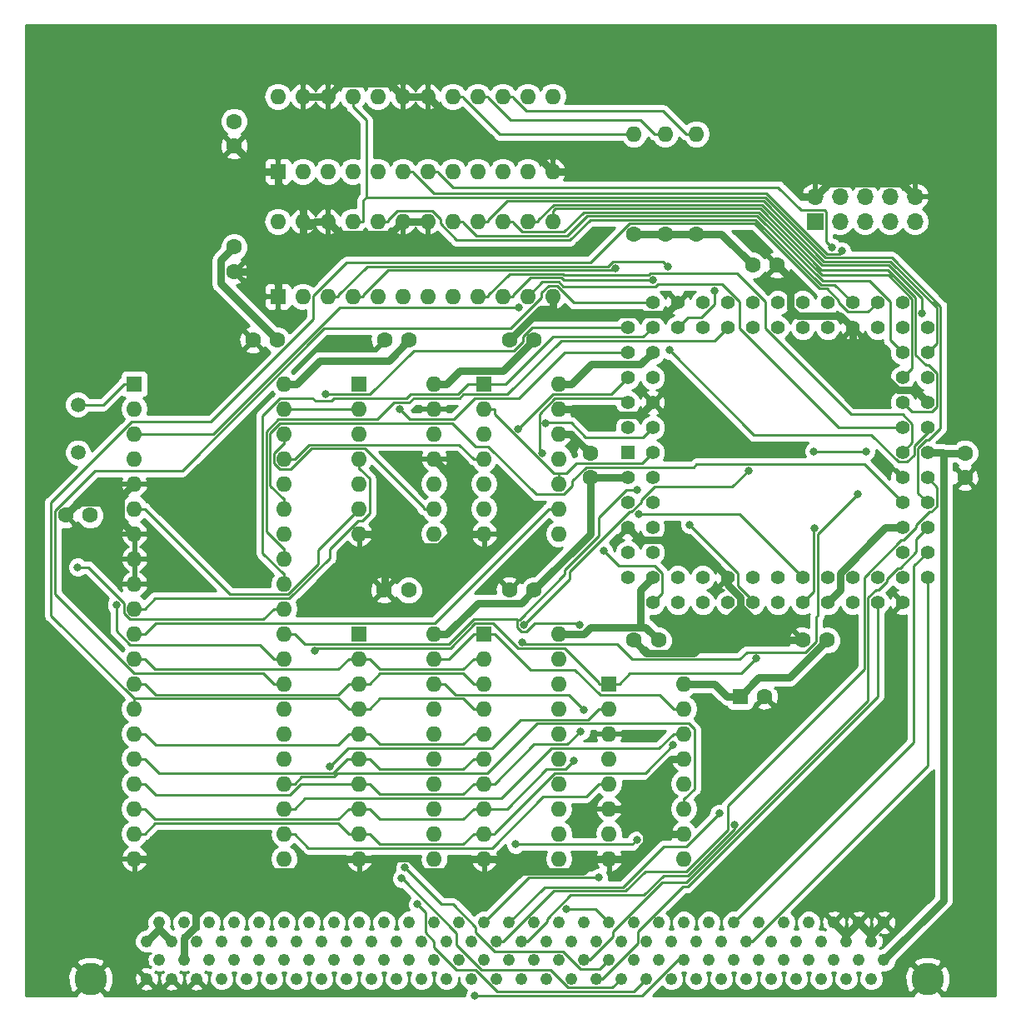
<source format=gbr>
G04 #@! TF.GenerationSoftware,KiCad,Pcbnew,(5.0.2)-1*
G04 #@! TF.CreationDate,2019-01-03T08:34:52-07:00*
G04 #@! TF.ProjectId,8085 CPU,38303835-2043-4505-952e-6b696361645f,rev?*
G04 #@! TF.SameCoordinates,Original*
G04 #@! TF.FileFunction,Copper,L1,Top*
G04 #@! TF.FilePolarity,Positive*
%FSLAX46Y46*%
G04 Gerber Fmt 4.6, Leading zero omitted, Abs format (unit mm)*
G04 Created by KiCad (PCBNEW (5.0.2)-1) date 1/3/2019 8:34:52 AM*
%MOMM*%
%LPD*%
G01*
G04 APERTURE LIST*
G04 #@! TA.AperFunction,ComponentPad*
%ADD10C,1.600000*%
G04 #@! TD*
G04 #@! TA.AperFunction,ComponentPad*
%ADD11R,1.600000X1.600000*%
G04 #@! TD*
G04 #@! TA.AperFunction,ComponentPad*
%ADD12C,1.500000*%
G04 #@! TD*
G04 #@! TA.AperFunction,ComponentPad*
%ADD13O,1.600000X1.600000*%
G04 #@! TD*
G04 #@! TA.AperFunction,ComponentPad*
%ADD14O,1.700000X1.700000*%
G04 #@! TD*
G04 #@! TA.AperFunction,ComponentPad*
%ADD15R,1.700000X1.700000*%
G04 #@! TD*
G04 #@! TA.AperFunction,ComponentPad*
%ADD16C,1.219200*%
G04 #@! TD*
G04 #@! TA.AperFunction,ComponentPad*
%ADD17C,3.314700*%
G04 #@! TD*
G04 #@! TA.AperFunction,ComponentPad*
%ADD18C,1.397000*%
G04 #@! TD*
G04 #@! TA.AperFunction,ComponentPad*
%ADD19R,1.397000X1.397000*%
G04 #@! TD*
G04 #@! TA.AperFunction,ViaPad*
%ADD20C,0.800000*%
G04 #@! TD*
G04 #@! TA.AperFunction,Conductor*
%ADD21C,0.250000*%
G04 #@! TD*
G04 #@! TA.AperFunction,Conductor*
%ADD22C,0.750000*%
G04 #@! TD*
G04 #@! TA.AperFunction,Conductor*
%ADD23C,0.254000*%
G04 #@! TD*
G04 APERTURE END LIST*
D10*
G04 #@! TO.P,C2,2*
G04 #@! TO.N,GND*
X95845000Y-88900000D03*
D11*
G04 #@! TO.P,C2,1*
G04 #@! TO.N,+5V*
X93345000Y-88900000D03*
G04 #@! TD*
D10*
G04 #@! TO.P,C1,2*
G04 #@! TO.N,GND*
X24765000Y-70485000D03*
G04 #@! TO.P,C1,1*
G04 #@! TO.N,Net-(C1-Pad1)*
X27265000Y-70485000D03*
G04 #@! TD*
G04 #@! TO.P,C3,1*
G04 #@! TO.N,+5V*
X41910000Y-30480000D03*
G04 #@! TO.P,C3,2*
G04 #@! TO.N,GND*
X41910000Y-32980000D03*
G04 #@! TD*
G04 #@! TO.P,C4,2*
G04 #@! TO.N,GND*
X41910000Y-45720000D03*
G04 #@! TO.P,C4,1*
G04 #@! TO.N,+5V*
X41910000Y-43220000D03*
G04 #@! TD*
G04 #@! TO.P,C5,1*
G04 #@! TO.N,+5V*
X46315000Y-52705000D03*
G04 #@! TO.P,C5,2*
G04 #@! TO.N,GND*
X43815000Y-52705000D03*
G04 #@! TD*
G04 #@! TO.P,C6,2*
G04 #@! TO.N,GND*
X57190000Y-52705000D03*
G04 #@! TO.P,C6,1*
G04 #@! TO.N,+5V*
X59690000Y-52705000D03*
G04 #@! TD*
G04 #@! TO.P,C7,1*
G04 #@! TO.N,+5V*
X72390000Y-52705000D03*
G04 #@! TO.P,C7,2*
G04 #@! TO.N,GND*
X69890000Y-52705000D03*
G04 #@! TD*
G04 #@! TO.P,C8,2*
G04 #@! TO.N,GND*
X97115000Y-45085000D03*
G04 #@! TO.P,C8,1*
G04 #@! TO.N,+5V*
X94615000Y-45085000D03*
G04 #@! TD*
G04 #@! TO.P,C9,1*
G04 #@! TO.N,+5V*
X116205000Y-64175000D03*
G04 #@! TO.P,C9,2*
G04 #@! TO.N,GND*
X116205000Y-66675000D03*
G04 #@! TD*
G04 #@! TO.P,C10,2*
G04 #@! TO.N,GND*
X99695000Y-83185000D03*
G04 #@! TO.P,C10,1*
G04 #@! TO.N,+5V*
X102195000Y-83185000D03*
G04 #@! TD*
G04 #@! TO.P,C11,1*
G04 #@! TO.N,+5V*
X78105000Y-66675000D03*
G04 #@! TO.P,C11,2*
G04 #@! TO.N,GND*
X78105000Y-64175000D03*
G04 #@! TD*
G04 #@! TO.P,C12,2*
G04 #@! TO.N,GND*
X57150000Y-78105000D03*
G04 #@! TO.P,C12,1*
G04 #@! TO.N,+5V*
X59650000Y-78105000D03*
G04 #@! TD*
G04 #@! TO.P,C13,1*
G04 #@! TO.N,+5V*
X72390000Y-78105000D03*
G04 #@! TO.P,C13,2*
G04 #@! TO.N,GND*
X69890000Y-78105000D03*
G04 #@! TD*
G04 #@! TO.P,C14,2*
G04 #@! TO.N,GND*
X82550000Y-83185000D03*
G04 #@! TO.P,C14,1*
G04 #@! TO.N,+5V*
X85050000Y-83185000D03*
G04 #@! TD*
D12*
G04 #@! TO.P,Y1,2*
G04 #@! TO.N,Net-(U4-Pad1)*
X26035000Y-59255000D03*
G04 #@! TO.P,Y1,1*
G04 #@! TO.N,Net-(C1-Pad1)*
X26035000Y-64135000D03*
G04 #@! TD*
D11*
G04 #@! TO.P,U1,1*
G04 #@! TO.N,/~HOLD*
X54610000Y-57150000D03*
D13*
G04 #@! TO.P,U1,8*
G04 #@! TO.N,/~HLDA*
X62230000Y-72390000D03*
G04 #@! TO.P,U1,2*
G04 #@! TO.N,Net-(U1-Pad2)*
X54610000Y-59690000D03*
G04 #@! TO.P,U1,9*
G04 #@! TO.N,/HLDA*
X62230000Y-69850000D03*
G04 #@! TO.P,U1,3*
G04 #@! TO.N,/~INT*
X54610000Y-62230000D03*
G04 #@! TO.P,U1,10*
G04 #@! TO.N,Net-(U1-Pad10)*
X62230000Y-67310000D03*
G04 #@! TO.P,U1,4*
G04 #@! TO.N,Net-(U1-Pad4)*
X54610000Y-64770000D03*
G04 #@! TO.P,U1,11*
G04 #@! TO.N,GND*
X62230000Y-64770000D03*
G04 #@! TO.P,U1,5*
G04 #@! TO.N,/~NMI*
X54610000Y-67310000D03*
G04 #@! TO.P,U1,12*
G04 #@! TO.N,Net-(U1-Pad12)*
X62230000Y-62230000D03*
G04 #@! TO.P,U1,6*
G04 #@! TO.N,Net-(U1-Pad6)*
X54610000Y-69850000D03*
G04 #@! TO.P,U1,13*
G04 #@! TO.N,GND*
X62230000Y-59690000D03*
G04 #@! TO.P,U1,7*
X54610000Y-72390000D03*
G04 #@! TO.P,U1,14*
G04 #@! TO.N,+5V*
X62230000Y-57150000D03*
G04 #@! TD*
G04 #@! TO.P,U2,14*
G04 #@! TO.N,+5V*
X74930000Y-57150000D03*
G04 #@! TO.P,U2,7*
G04 #@! TO.N,GND*
X67310000Y-72390000D03*
G04 #@! TO.P,U2,13*
X74930000Y-59690000D03*
G04 #@! TO.P,U2,6*
G04 #@! TO.N,/CLK1*
X67310000Y-69850000D03*
G04 #@! TO.P,U2,12*
G04 #@! TO.N,GND*
X74930000Y-62230000D03*
G04 #@! TO.P,U2,5*
G04 #@! TO.N,Net-(U2-Pad4)*
X67310000Y-67310000D03*
G04 #@! TO.P,U2,11*
G04 #@! TO.N,Net-(U2-Pad11)*
X74930000Y-64770000D03*
G04 #@! TO.P,U2,4*
G04 #@! TO.N,Net-(U2-Pad4)*
X67310000Y-64770000D03*
G04 #@! TO.P,U2,10*
G04 #@! TO.N,/~INTA*
X74930000Y-67310000D03*
G04 #@! TO.P,U2,3*
G04 #@! TO.N,Net-(U2-Pad3)*
X67310000Y-62230000D03*
G04 #@! TO.P,U2,9*
G04 #@! TO.N,/~INTA*
X74930000Y-69850000D03*
G04 #@! TO.P,U2,2*
X67310000Y-59690000D03*
G04 #@! TO.P,U2,8*
G04 #@! TO.N,/~bINTA*
X74930000Y-72390000D03*
D11*
G04 #@! TO.P,U2,1*
G04 #@! TO.N,/~RD*
X67310000Y-57150000D03*
G04 #@! TD*
D13*
G04 #@! TO.P,U5,16*
G04 #@! TO.N,+5V*
X87630000Y-87630000D03*
G04 #@! TO.P,U5,8*
G04 #@! TO.N,GND*
X80010000Y-105410000D03*
G04 #@! TO.P,U5,15*
G04 #@! TO.N,/HLDA*
X87630000Y-90170000D03*
G04 #@! TO.P,U5,7*
G04 #@! TO.N,/bA9*
X80010000Y-102870000D03*
G04 #@! TO.P,U5,14*
G04 #@! TO.N,/A10*
X87630000Y-92710000D03*
G04 #@! TO.P,U5,6*
G04 #@! TO.N,GND*
X80010000Y-100330000D03*
G04 #@! TO.P,U5,13*
X87630000Y-95250000D03*
G04 #@! TO.P,U5,5*
G04 #@! TO.N,/A9*
X80010000Y-97790000D03*
G04 #@! TO.P,U5,12*
G04 #@! TO.N,/bA10*
X87630000Y-97790000D03*
G04 #@! TO.P,U5,4*
G04 #@! TO.N,/bA8*
X80010000Y-95250000D03*
G04 #@! TO.P,U5,11*
G04 #@! TO.N,/A11*
X87630000Y-100330000D03*
G04 #@! TO.P,U5,3*
G04 #@! TO.N,GND*
X80010000Y-92710000D03*
G04 #@! TO.P,U5,10*
X87630000Y-102870000D03*
G04 #@! TO.P,U5,2*
G04 #@! TO.N,/A8*
X80010000Y-90170000D03*
G04 #@! TO.P,U5,9*
G04 #@! TO.N,/bA11*
X87630000Y-105410000D03*
D11*
G04 #@! TO.P,U5,1*
G04 #@! TO.N,/IO~M*
X80010000Y-87630000D03*
G04 #@! TD*
G04 #@! TO.P,U3,1*
G04 #@! TO.N,Net-(U2-Pad3)*
X54610000Y-82550000D03*
D13*
G04 #@! TO.P,U3,11*
G04 #@! TO.N,/D7*
X62230000Y-105410000D03*
G04 #@! TO.P,U3,2*
G04 #@! TO.N,/AD0*
X54610000Y-85090000D03*
G04 #@! TO.P,U3,12*
G04 #@! TO.N,/D6*
X62230000Y-102870000D03*
G04 #@! TO.P,U3,3*
G04 #@! TO.N,/AD1*
X54610000Y-87630000D03*
G04 #@! TO.P,U3,13*
G04 #@! TO.N,/D5*
X62230000Y-100330000D03*
G04 #@! TO.P,U3,4*
G04 #@! TO.N,/AD2*
X54610000Y-90170000D03*
G04 #@! TO.P,U3,14*
G04 #@! TO.N,/D4*
X62230000Y-97790000D03*
G04 #@! TO.P,U3,5*
G04 #@! TO.N,/AD3*
X54610000Y-92710000D03*
G04 #@! TO.P,U3,15*
G04 #@! TO.N,/D3*
X62230000Y-95250000D03*
G04 #@! TO.P,U3,6*
G04 #@! TO.N,/AD4*
X54610000Y-95250000D03*
G04 #@! TO.P,U3,16*
G04 #@! TO.N,/D2*
X62230000Y-92710000D03*
G04 #@! TO.P,U3,7*
G04 #@! TO.N,/AD5*
X54610000Y-97790000D03*
G04 #@! TO.P,U3,17*
G04 #@! TO.N,/D1*
X62230000Y-90170000D03*
G04 #@! TO.P,U3,8*
G04 #@! TO.N,/AD6*
X54610000Y-100330000D03*
G04 #@! TO.P,U3,18*
G04 #@! TO.N,/D0*
X62230000Y-87630000D03*
G04 #@! TO.P,U3,9*
G04 #@! TO.N,/AD7*
X54610000Y-102870000D03*
G04 #@! TO.P,U3,19*
G04 #@! TO.N,/HLDA*
X62230000Y-85090000D03*
G04 #@! TO.P,U3,10*
G04 #@! TO.N,GND*
X54610000Y-105410000D03*
G04 #@! TO.P,U3,20*
G04 #@! TO.N,+5V*
X62230000Y-82550000D03*
G04 #@! TD*
G04 #@! TO.P,U7,20*
G04 #@! TO.N,+5V*
X74930000Y-82550000D03*
G04 #@! TO.P,U7,10*
G04 #@! TO.N,GND*
X67310000Y-105410000D03*
G04 #@! TO.P,U7,19*
G04 #@! TO.N,/bA0*
X74930000Y-85090000D03*
G04 #@! TO.P,U7,9*
G04 #@! TO.N,/AD7*
X67310000Y-102870000D03*
G04 #@! TO.P,U7,18*
G04 #@! TO.N,/bA1*
X74930000Y-87630000D03*
G04 #@! TO.P,U7,8*
G04 #@! TO.N,/AD6*
X67310000Y-100330000D03*
G04 #@! TO.P,U7,17*
G04 #@! TO.N,/bA2*
X74930000Y-90170000D03*
G04 #@! TO.P,U7,7*
G04 #@! TO.N,/AD5*
X67310000Y-97790000D03*
G04 #@! TO.P,U7,16*
G04 #@! TO.N,/bA3*
X74930000Y-92710000D03*
G04 #@! TO.P,U7,6*
G04 #@! TO.N,/AD4*
X67310000Y-95250000D03*
G04 #@! TO.P,U7,15*
G04 #@! TO.N,/bA4*
X74930000Y-95250000D03*
G04 #@! TO.P,U7,5*
G04 #@! TO.N,/AD3*
X67310000Y-92710000D03*
G04 #@! TO.P,U7,14*
G04 #@! TO.N,/bA5*
X74930000Y-97790000D03*
G04 #@! TO.P,U7,4*
G04 #@! TO.N,/AD2*
X67310000Y-90170000D03*
G04 #@! TO.P,U7,13*
G04 #@! TO.N,/bA6*
X74930000Y-100330000D03*
G04 #@! TO.P,U7,3*
G04 #@! TO.N,/AD1*
X67310000Y-87630000D03*
G04 #@! TO.P,U7,12*
G04 #@! TO.N,/bA7*
X74930000Y-102870000D03*
G04 #@! TO.P,U7,2*
G04 #@! TO.N,/AD0*
X67310000Y-85090000D03*
G04 #@! TO.P,U7,11*
G04 #@! TO.N,/ALE*
X74930000Y-105410000D03*
D11*
G04 #@! TO.P,U7,1*
G04 #@! TO.N,/HLDA*
X67310000Y-82550000D03*
G04 #@! TD*
G04 #@! TO.P,U9,1*
G04 #@! TO.N,GND*
X46355000Y-35560000D03*
D13*
G04 #@! TO.P,U9,13*
G04 #@! TO.N,/MD11*
X74295000Y-27940000D03*
G04 #@! TO.P,U9,2*
G04 #@! TO.N,/MA6*
X48895000Y-35560000D03*
G04 #@! TO.P,U9,14*
G04 #@! TO.N,/MD12*
X71755000Y-27940000D03*
G04 #@! TO.P,U9,3*
G04 #@! TO.N,/MA5*
X51435000Y-35560000D03*
G04 #@! TO.P,U9,15*
G04 #@! TO.N,Net-(R3-Pad2)*
X69215000Y-27940000D03*
G04 #@! TO.P,U9,4*
G04 #@! TO.N,/MA4*
X53975000Y-35560000D03*
G04 #@! TO.P,U9,16*
G04 #@! TO.N,Net-(R2-Pad2)*
X66675000Y-27940000D03*
G04 #@! TO.P,U9,5*
G04 #@! TO.N,/MA3*
X56515000Y-35560000D03*
G04 #@! TO.P,U9,17*
G04 #@! TO.N,Net-(R1-Pad2)*
X64135000Y-27940000D03*
G04 #@! TO.P,U9,6*
G04 #@! TO.N,/MA2*
X59055000Y-35560000D03*
G04 #@! TO.P,U9,18*
G04 #@! TO.N,GND*
X61595000Y-27940000D03*
G04 #@! TO.P,U9,7*
G04 #@! TO.N,/MA1*
X61595000Y-35560000D03*
G04 #@! TO.P,U9,19*
G04 #@! TO.N,GND*
X59055000Y-27940000D03*
G04 #@! TO.P,U9,8*
G04 #@! TO.N,/MA0*
X64135000Y-35560000D03*
G04 #@! TO.P,U9,20*
G04 #@! TO.N,/~MOE*
X56515000Y-27940000D03*
G04 #@! TO.P,U9,9*
G04 #@! TO.N,/MD8*
X66675000Y-35560000D03*
G04 #@! TO.P,U9,21*
G04 #@! TO.N,/~MWE*
X53975000Y-27940000D03*
G04 #@! TO.P,U9,10*
G04 #@! TO.N,/MD9*
X69215000Y-35560000D03*
G04 #@! TO.P,U9,22*
G04 #@! TO.N,GND*
X51435000Y-27940000D03*
G04 #@! TO.P,U9,11*
G04 #@! TO.N,/MD10*
X71755000Y-35560000D03*
G04 #@! TO.P,U9,23*
G04 #@! TO.N,GND*
X48895000Y-27940000D03*
G04 #@! TO.P,U9,12*
X74295000Y-35560000D03*
G04 #@! TO.P,U9,24*
G04 #@! TO.N,+5V*
X46355000Y-27940000D03*
G04 #@! TD*
G04 #@! TO.P,U10,24*
G04 #@! TO.N,+5V*
X46355000Y-40640000D03*
G04 #@! TO.P,U10,12*
G04 #@! TO.N,GND*
X74295000Y-48260000D03*
G04 #@! TO.P,U10,23*
X48895000Y-40640000D03*
G04 #@! TO.P,U10,11*
G04 #@! TO.N,/MD2*
X71755000Y-48260000D03*
G04 #@! TO.P,U10,22*
G04 #@! TO.N,GND*
X51435000Y-40640000D03*
G04 #@! TO.P,U10,10*
G04 #@! TO.N,/MD1*
X69215000Y-48260000D03*
G04 #@! TO.P,U10,21*
G04 #@! TO.N,/~MWE*
X53975000Y-40640000D03*
G04 #@! TO.P,U10,9*
G04 #@! TO.N,/MD0*
X66675000Y-48260000D03*
G04 #@! TO.P,U10,20*
G04 #@! TO.N,/~MOE*
X56515000Y-40640000D03*
G04 #@! TO.P,U10,8*
G04 #@! TO.N,/MA0*
X64135000Y-48260000D03*
G04 #@! TO.P,U10,19*
G04 #@! TO.N,GND*
X59055000Y-40640000D03*
G04 #@! TO.P,U10,7*
G04 #@! TO.N,/MA1*
X61595000Y-48260000D03*
G04 #@! TO.P,U10,18*
G04 #@! TO.N,GND*
X61595000Y-40640000D03*
G04 #@! TO.P,U10,6*
G04 #@! TO.N,/MA2*
X59055000Y-48260000D03*
G04 #@! TO.P,U10,17*
G04 #@! TO.N,/MD7*
X64135000Y-40640000D03*
G04 #@! TO.P,U10,5*
G04 #@! TO.N,/MA3*
X56515000Y-48260000D03*
G04 #@! TO.P,U10,16*
G04 #@! TO.N,/MD6*
X66675000Y-40640000D03*
G04 #@! TO.P,U10,4*
G04 #@! TO.N,/MA4*
X53975000Y-48260000D03*
G04 #@! TO.P,U10,15*
G04 #@! TO.N,/MD5*
X69215000Y-40640000D03*
G04 #@! TO.P,U10,3*
G04 #@! TO.N,/MA5*
X51435000Y-48260000D03*
G04 #@! TO.P,U10,14*
G04 #@! TO.N,/MD4*
X71755000Y-40640000D03*
G04 #@! TO.P,U10,2*
G04 #@! TO.N,/MA6*
X48895000Y-48260000D03*
G04 #@! TO.P,U10,13*
G04 #@! TO.N,/MD3*
X74295000Y-40640000D03*
D11*
G04 #@! TO.P,U10,1*
G04 #@! TO.N,GND*
X46355000Y-48260000D03*
G04 #@! TD*
D13*
G04 #@! TO.P,U4,40*
G04 #@! TO.N,+5V*
X46990000Y-57150000D03*
G04 #@! TO.P,U4,20*
G04 #@! TO.N,GND*
X31750000Y-105410000D03*
G04 #@! TO.P,U4,39*
G04 #@! TO.N,Net-(U1-Pad2)*
X46990000Y-59690000D03*
G04 #@! TO.P,U4,19*
G04 #@! TO.N,/AD7*
X31750000Y-102870000D03*
G04 #@! TO.P,U4,38*
G04 #@! TO.N,/HLDA*
X46990000Y-62230000D03*
G04 #@! TO.P,U4,18*
G04 #@! TO.N,/AD6*
X31750000Y-100330000D03*
G04 #@! TO.P,U4,37*
G04 #@! TO.N,Net-(U2-Pad4)*
X46990000Y-64770000D03*
G04 #@! TO.P,U4,17*
G04 #@! TO.N,/AD5*
X31750000Y-97790000D03*
G04 #@! TO.P,U4,36*
G04 #@! TO.N,/~RST*
X46990000Y-67310000D03*
G04 #@! TO.P,U4,16*
G04 #@! TO.N,/AD4*
X31750000Y-95250000D03*
G04 #@! TO.P,U4,35*
G04 #@! TO.N,/RDY*
X46990000Y-69850000D03*
G04 #@! TO.P,U4,15*
G04 #@! TO.N,/AD3*
X31750000Y-92710000D03*
G04 #@! TO.P,U4,34*
G04 #@! TO.N,/IO~M*
X46990000Y-72390000D03*
G04 #@! TO.P,U4,14*
G04 #@! TO.N,/AD2*
X31750000Y-90170000D03*
G04 #@! TO.P,U4,33*
G04 #@! TO.N,/S1*
X46990000Y-74930000D03*
G04 #@! TO.P,U4,13*
G04 #@! TO.N,/AD1*
X31750000Y-87630000D03*
G04 #@! TO.P,U4,32*
G04 #@! TO.N,/~RD*
X46990000Y-77470000D03*
G04 #@! TO.P,U4,12*
G04 #@! TO.N,/AD0*
X31750000Y-85090000D03*
G04 #@! TO.P,U4,31*
G04 #@! TO.N,/~WR*
X46990000Y-80010000D03*
G04 #@! TO.P,U4,11*
G04 #@! TO.N,/~INTA*
X31750000Y-82550000D03*
G04 #@! TO.P,U4,30*
G04 #@! TO.N,/ALE*
X46990000Y-82550000D03*
G04 #@! TO.P,U4,10*
G04 #@! TO.N,Net-(U1-Pad4)*
X31750000Y-80010000D03*
G04 #@! TO.P,U4,29*
G04 #@! TO.N,/S0*
X46990000Y-85090000D03*
G04 #@! TO.P,U4,9*
G04 #@! TO.N,GND*
X31750000Y-77470000D03*
G04 #@! TO.P,U4,28*
G04 #@! TO.N,/A15*
X46990000Y-87630000D03*
G04 #@! TO.P,U4,8*
G04 #@! TO.N,GND*
X31750000Y-74930000D03*
G04 #@! TO.P,U4,27*
G04 #@! TO.N,/A14*
X46990000Y-90170000D03*
G04 #@! TO.P,U4,7*
G04 #@! TO.N,GND*
X31750000Y-72390000D03*
G04 #@! TO.P,U4,26*
G04 #@! TO.N,/A13*
X46990000Y-92710000D03*
G04 #@! TO.P,U4,6*
G04 #@! TO.N,Net-(U1-Pad6)*
X31750000Y-69850000D03*
G04 #@! TO.P,U4,25*
G04 #@! TO.N,/A12*
X46990000Y-95250000D03*
G04 #@! TO.P,U4,5*
G04 #@! TO.N,GND*
X31750000Y-67310000D03*
G04 #@! TO.P,U4,24*
G04 #@! TO.N,/A11*
X46990000Y-97790000D03*
G04 #@! TO.P,U4,4*
G04 #@! TO.N,Net-(U4-Pad4)*
X31750000Y-64770000D03*
G04 #@! TO.P,U4,23*
G04 #@! TO.N,/A10*
X46990000Y-100330000D03*
G04 #@! TO.P,U4,3*
G04 #@! TO.N,/RST*
X31750000Y-62230000D03*
G04 #@! TO.P,U4,22*
G04 #@! TO.N,/A9*
X46990000Y-102870000D03*
G04 #@! TO.P,U4,2*
G04 #@! TO.N,Net-(C1-Pad1)*
X31750000Y-59690000D03*
G04 #@! TO.P,U4,21*
G04 #@! TO.N,/A8*
X46990000Y-105410000D03*
D11*
G04 #@! TO.P,U4,1*
G04 #@! TO.N,Net-(U4-Pad1)*
X31750000Y-57150000D03*
G04 #@! TD*
D14*
G04 #@! TO.P,J2,10*
G04 #@! TO.N,GND*
X111125000Y-38100000D03*
G04 #@! TO.P,J2,9*
G04 #@! TO.N,Net-(J2-Pad9)*
X111125000Y-40640000D03*
G04 #@! TO.P,J2,8*
G04 #@! TO.N,Net-(J2-Pad8)*
X108585000Y-38100000D03*
G04 #@! TO.P,J2,7*
G04 #@! TO.N,Net-(J2-Pad7)*
X108585000Y-40640000D03*
G04 #@! TO.P,J2,6*
G04 #@! TO.N,Net-(J2-Pad6)*
X106045000Y-38100000D03*
G04 #@! TO.P,J2,5*
G04 #@! TO.N,Net-(J2-Pad5)*
X106045000Y-40640000D03*
G04 #@! TO.P,J2,4*
G04 #@! TO.N,+5V*
X103505000Y-38100000D03*
G04 #@! TO.P,J2,3*
G04 #@! TO.N,Net-(J2-Pad3)*
X103505000Y-40640000D03*
G04 #@! TO.P,J2,2*
G04 #@! TO.N,GND*
X100965000Y-38100000D03*
D15*
G04 #@! TO.P,J2,1*
G04 #@! TO.N,Net-(J2-Pad1)*
X100965000Y-40640000D03*
G04 #@! TD*
D13*
G04 #@! TO.P,R1,2*
G04 #@! TO.N,Net-(R1-Pad2)*
X82550000Y-31750000D03*
D10*
G04 #@! TO.P,R1,1*
G04 #@! TO.N,+5V*
X82550000Y-41910000D03*
G04 #@! TD*
G04 #@! TO.P,R2,1*
G04 #@! TO.N,+5V*
X85725000Y-41910000D03*
D13*
G04 #@! TO.P,R2,2*
G04 #@! TO.N,Net-(R2-Pad2)*
X85725000Y-31750000D03*
G04 #@! TD*
G04 #@! TO.P,R3,2*
G04 #@! TO.N,Net-(R3-Pad2)*
X88900000Y-31750000D03*
D10*
G04 #@! TO.P,R3,1*
G04 #@! TO.N,+5V*
X88900000Y-41910000D03*
G04 #@! TD*
D16*
G04 #@! TO.P,J1,1*
G04 #@! TO.N,GND*
X107950000Y-111887000D03*
G04 #@! TO.P,J1,2*
X106680000Y-113792000D03*
G04 #@! TO.P,J1,3*
X105410000Y-111887000D03*
G04 #@! TO.P,J1,4*
X104140000Y-113792000D03*
G04 #@! TO.P,J1,5*
X102870000Y-111887000D03*
G04 #@! TO.P,J1,6*
G04 #@! TO.N,/bA23*
X101600000Y-113792000D03*
G04 #@! TO.P,J1,7*
G04 #@! TO.N,/bA22*
X100330000Y-111887000D03*
G04 #@! TO.P,J1,8*
G04 #@! TO.N,/bA21*
X99060000Y-113792000D03*
G04 #@! TO.P,J1,9*
G04 #@! TO.N,/bA20*
X97790000Y-111887000D03*
G04 #@! TO.P,J1,10*
G04 #@! TO.N,/bA19*
X96520000Y-113792000D03*
G04 #@! TO.P,J1,11*
G04 #@! TO.N,/bA18*
X95250000Y-111887000D03*
G04 #@! TO.P,J1,12*
G04 #@! TO.N,/bA17*
X93980000Y-113792000D03*
G04 #@! TO.P,J1,13*
G04 #@! TO.N,/bA16*
X92710000Y-111887000D03*
G04 #@! TO.P,J1,14*
G04 #@! TO.N,/bA15*
X91440000Y-113792000D03*
G04 #@! TO.P,J1,15*
G04 #@! TO.N,/bA14*
X90170000Y-111887000D03*
G04 #@! TO.P,J1,16*
G04 #@! TO.N,/bA13*
X88900000Y-113792000D03*
G04 #@! TO.P,J1,17*
G04 #@! TO.N,/bA12*
X87630000Y-111887000D03*
G04 #@! TO.P,J1,18*
G04 #@! TO.N,/bA11*
X86360000Y-113792000D03*
G04 #@! TO.P,J1,19*
G04 #@! TO.N,/bA10*
X85090000Y-111887000D03*
G04 #@! TO.P,J1,20*
G04 #@! TO.N,/bA9*
X83820000Y-113792000D03*
G04 #@! TO.P,J1,21*
G04 #@! TO.N,/bA8*
X82550000Y-111887000D03*
G04 #@! TO.P,J1,22*
G04 #@! TO.N,/bA7*
X81280000Y-113792000D03*
G04 #@! TO.P,J1,23*
G04 #@! TO.N,/bA6*
X80010000Y-111887000D03*
G04 #@! TO.P,J1,24*
G04 #@! TO.N,/bA5*
X78740000Y-113792000D03*
G04 #@! TO.P,J1,25*
G04 #@! TO.N,/bA4*
X77470000Y-111887000D03*
G04 #@! TO.P,J1,26*
G04 #@! TO.N,/bA3*
X76200000Y-113792000D03*
G04 #@! TO.P,J1,27*
G04 #@! TO.N,/bA2*
X74930000Y-111887000D03*
G04 #@! TO.P,J1,28*
G04 #@! TO.N,/bA1*
X73660000Y-113792000D03*
G04 #@! TO.P,J1,29*
G04 #@! TO.N,/bA0*
X72390000Y-111887000D03*
G04 #@! TO.P,J1,30*
G04 #@! TO.N,/~IOR*
X71120000Y-113792000D03*
G04 #@! TO.P,J1,31*
G04 #@! TO.N,/~IOW*
X69850000Y-111887000D03*
G04 #@! TO.P,J1,32*
G04 #@! TO.N,/~MEMR*
X68580000Y-113792000D03*
G04 #@! TO.P,J1,33*
G04 #@! TO.N,/~MEMW*
X67310000Y-111887000D03*
G04 #@! TO.P,J1,34*
G04 #@! TO.N,Net-(J1-Pad34)*
X66040000Y-113792000D03*
G04 #@! TO.P,J1,35*
G04 #@! TO.N,Net-(J1-Pad35)*
X64770000Y-111887000D03*
G04 #@! TO.P,J1,36*
G04 #@! TO.N,Net-(J1-Pad36)*
X63500000Y-113792000D03*
G04 #@! TO.P,J1,37*
G04 #@! TO.N,Net-(J1-Pad37)*
X62230000Y-111887000D03*
G04 #@! TO.P,J1,38*
G04 #@! TO.N,/CLK1*
X60960000Y-113792000D03*
G04 #@! TO.P,J1,39*
G04 #@! TO.N,Net-(J1-Pad39)*
X59690000Y-111887000D03*
G04 #@! TO.P,J1,40*
G04 #@! TO.N,Net-(J1-Pad40)*
X58420000Y-113792000D03*
G04 #@! TO.P,J1,41*
G04 #@! TO.N,Net-(J1-Pad41)*
X57150000Y-111887000D03*
G04 #@! TO.P,J1,42*
G04 #@! TO.N,Net-(J1-Pad42)*
X55880000Y-113792000D03*
G04 #@! TO.P,J1,43*
G04 #@! TO.N,Net-(J1-Pad43)*
X54610000Y-111887000D03*
G04 #@! TO.P,J1,44*
G04 #@! TO.N,Net-(J1-Pad44)*
X53340000Y-113792000D03*
G04 #@! TO.P,J1,45*
G04 #@! TO.N,Net-(J1-Pad45)*
X52070000Y-111887000D03*
G04 #@! TO.P,J1,46*
G04 #@! TO.N,Net-(J1-Pad46)*
X50800000Y-113792000D03*
G04 #@! TO.P,J1,47*
G04 #@! TO.N,Net-(J1-Pad47)*
X49530000Y-111887000D03*
G04 #@! TO.P,J1,48*
G04 #@! TO.N,Net-(J1-Pad48)*
X48260000Y-113792000D03*
G04 #@! TO.P,J1,49*
G04 #@! TO.N,Net-(J1-Pad49)*
X46990000Y-111887000D03*
G04 #@! TO.P,J1,50*
G04 #@! TO.N,Net-(J1-Pad50)*
X45720000Y-113792000D03*
G04 #@! TO.P,J1,51*
G04 #@! TO.N,Net-(J1-Pad51)*
X44450000Y-111887000D03*
G04 #@! TO.P,J1,52*
G04 #@! TO.N,Net-(J1-Pad52)*
X43180000Y-113792000D03*
G04 #@! TO.P,J1,53*
G04 #@! TO.N,Net-(J1-Pad53)*
X41910000Y-111887000D03*
G04 #@! TO.P,J1,54*
G04 #@! TO.N,Net-(J1-Pad54)*
X40640000Y-113792000D03*
G04 #@! TO.P,J1,55*
G04 #@! TO.N,Net-(J1-Pad55)*
X39370000Y-111887000D03*
G04 #@! TO.P,J1,56*
G04 #@! TO.N,Net-(J1-Pad56)*
X38100000Y-113792000D03*
G04 #@! TO.P,J1,57*
G04 #@! TO.N,Net-(J1-Pad57)*
X36830000Y-111887000D03*
G04 #@! TO.P,J1,58*
G04 #@! TO.N,+5V*
X35560000Y-113792000D03*
G04 #@! TO.P,J1,59*
X34290000Y-111887000D03*
G04 #@! TO.P,J1,60*
X33020000Y-113792000D03*
G04 #@! TO.P,J1,61*
X107950000Y-115697000D03*
G04 #@! TO.P,J1,62*
X106680000Y-117602000D03*
G04 #@! TO.P,J1,63*
G04 #@! TO.N,Net-(J1-Pad63)*
X105410000Y-115697000D03*
G04 #@! TO.P,J1,64*
G04 #@! TO.N,Net-(J1-Pad64)*
X104140000Y-117602000D03*
G04 #@! TO.P,J1,65*
G04 #@! TO.N,Net-(J1-Pad65)*
X102870000Y-115697000D03*
G04 #@! TO.P,J1,66*
G04 #@! TO.N,Net-(J1-Pad66)*
X101600000Y-117602000D03*
G04 #@! TO.P,J1,67*
G04 #@! TO.N,Net-(J1-Pad67)*
X100330000Y-115697000D03*
G04 #@! TO.P,J1,68*
G04 #@! TO.N,Net-(J1-Pad68)*
X99060000Y-117602000D03*
G04 #@! TO.P,J1,69*
G04 #@! TO.N,Net-(J1-Pad69)*
X97790000Y-115697000D03*
G04 #@! TO.P,J1,70*
G04 #@! TO.N,Net-(J1-Pad70)*
X96520000Y-117602000D03*
G04 #@! TO.P,J1,71*
G04 #@! TO.N,Net-(J1-Pad71)*
X95250000Y-115697000D03*
G04 #@! TO.P,J1,72*
G04 #@! TO.N,Net-(J1-Pad72)*
X93980000Y-117602000D03*
G04 #@! TO.P,J1,73*
G04 #@! TO.N,Net-(J1-Pad73)*
X92710000Y-115697000D03*
G04 #@! TO.P,J1,74*
G04 #@! TO.N,/D7*
X91440000Y-117602000D03*
G04 #@! TO.P,J1,75*
G04 #@! TO.N,/D6*
X90170000Y-115697000D03*
G04 #@! TO.P,J1,76*
G04 #@! TO.N,/D5*
X88900000Y-117602000D03*
G04 #@! TO.P,J1,77*
G04 #@! TO.N,/D4*
X87630000Y-115697000D03*
G04 #@! TO.P,J1,78*
G04 #@! TO.N,/D3*
X86360000Y-117602000D03*
G04 #@! TO.P,J1,79*
G04 #@! TO.N,/D2*
X85090000Y-115697000D03*
G04 #@! TO.P,J1,80*
G04 #@! TO.N,/D1*
X83820000Y-117602000D03*
G04 #@! TO.P,J1,81*
G04 #@! TO.N,/D0*
X82550000Y-115697000D03*
G04 #@! TO.P,J1,82*
G04 #@! TO.N,/~HOLD*
X81280000Y-117602000D03*
G04 #@! TO.P,J1,83*
G04 #@! TO.N,/~HLDA*
X80010000Y-115697000D03*
G04 #@! TO.P,J1,84*
G04 #@! TO.N,/~M1*
X78740000Y-117602000D03*
G04 #@! TO.P,J1,85*
G04 #@! TO.N,/~RFSH*
X77470000Y-115697000D03*
G04 #@! TO.P,J1,86*
G04 #@! TO.N,/~IOWT*
X76200000Y-117602000D03*
G04 #@! TO.P,J1,87*
G04 #@! TO.N,/~MWT*
X74930000Y-115697000D03*
G04 #@! TO.P,J1,88*
G04 #@! TO.N,Net-(J1-Pad88)*
X73660000Y-117602000D03*
G04 #@! TO.P,J1,89*
G04 #@! TO.N,Net-(J1-Pad89)*
X72390000Y-115697000D03*
G04 #@! TO.P,J1,90*
G04 #@! TO.N,Net-(J1-Pad90)*
X71120000Y-117602000D03*
G04 #@! TO.P,J1,91*
G04 #@! TO.N,Net-(J1-Pad91)*
X69850000Y-115697000D03*
G04 #@! TO.P,J1,92*
G04 #@! TO.N,Net-(J1-Pad92)*
X68580000Y-117602000D03*
G04 #@! TO.P,J1,93*
G04 #@! TO.N,Net-(J1-Pad93)*
X67310000Y-115697000D03*
G04 #@! TO.P,J1,94*
G04 #@! TO.N,Net-(J1-Pad94)*
X66040000Y-117602000D03*
G04 #@! TO.P,J1,95*
G04 #@! TO.N,Net-(J1-Pad95)*
X64770000Y-115697000D03*
G04 #@! TO.P,J1,96*
G04 #@! TO.N,Net-(J1-Pad96)*
X63500000Y-117602000D03*
G04 #@! TO.P,J1,97*
G04 #@! TO.N,Net-(J1-Pad97)*
X62230000Y-115697000D03*
G04 #@! TO.P,J1,98*
G04 #@! TO.N,Net-(J1-Pad98)*
X60960000Y-117602000D03*
G04 #@! TO.P,J1,99*
G04 #@! TO.N,/~NMI*
X59690000Y-115697000D03*
G04 #@! TO.P,J1,100*
G04 #@! TO.N,/~INT*
X58420000Y-117602000D03*
G04 #@! TO.P,J1,101*
G04 #@! TO.N,/~bINTA*
X57150000Y-115697000D03*
G04 #@! TO.P,J1,102*
G04 #@! TO.N,Net-(J1-Pad102)*
X55880000Y-117602000D03*
G04 #@! TO.P,J1,103*
G04 #@! TO.N,Net-(J1-Pad103)*
X54610000Y-115697000D03*
G04 #@! TO.P,J1,104*
G04 #@! TO.N,Net-(J1-Pad104)*
X53340000Y-117602000D03*
G04 #@! TO.P,J1,105*
G04 #@! TO.N,Net-(J1-Pad105)*
X52070000Y-115697000D03*
G04 #@! TO.P,J1,106*
G04 #@! TO.N,Net-(J1-Pad106)*
X50800000Y-117602000D03*
G04 #@! TO.P,J1,107*
G04 #@! TO.N,Net-(J1-Pad107)*
X49530000Y-115697000D03*
G04 #@! TO.P,J1,108*
G04 #@! TO.N,Net-(J1-Pad108)*
X48260000Y-117602000D03*
G04 #@! TO.P,J1,109*
G04 #@! TO.N,Net-(J1-Pad109)*
X46990000Y-115697000D03*
G04 #@! TO.P,J1,110*
G04 #@! TO.N,Net-(J1-Pad110)*
X45720000Y-117602000D03*
G04 #@! TO.P,J1,111*
G04 #@! TO.N,Net-(J1-Pad111)*
X44450000Y-115697000D03*
G04 #@! TO.P,J1,112*
G04 #@! TO.N,Net-(J1-Pad112)*
X43180000Y-117602000D03*
G04 #@! TO.P,J1,113*
G04 #@! TO.N,Net-(J1-Pad113)*
X41910000Y-115697000D03*
G04 #@! TO.P,J1,114*
G04 #@! TO.N,Net-(J1-Pad114)*
X40640000Y-117602000D03*
G04 #@! TO.P,J1,115*
G04 #@! TO.N,/~RST*
X39370000Y-115697000D03*
G04 #@! TO.P,J1,116*
G04 #@! TO.N,GND*
X38100000Y-117602000D03*
G04 #@! TO.P,J1,117*
X36830000Y-115697000D03*
G04 #@! TO.P,J1,118*
X35560000Y-117602000D03*
G04 #@! TO.P,J1,119*
X34290000Y-115697000D03*
G04 #@! TO.P,J1,120*
X33020000Y-117602000D03*
D17*
G04 #@! TO.P,J1,121*
X112395000Y-117602000D03*
G04 #@! TO.P,J1,122*
X27305000Y-117602000D03*
G04 #@! TD*
D18*
G04 #@! TO.P,U8,84*
G04 #@! TO.N,/HLDA*
X84455000Y-61595000D03*
G04 #@! TO.P,U8,83*
G04 #@! TO.N,/ALE*
X81915000Y-61595000D03*
G04 #@! TO.P,U8,82*
G04 #@! TO.N,GND*
X84455000Y-59055000D03*
G04 #@! TO.P,U8,81*
G04 #@! TO.N,/~MWT*
X81915000Y-59055000D03*
G04 #@! TO.P,U8,80*
G04 #@! TO.N,/~IOWT*
X84455000Y-56515000D03*
G04 #@! TO.P,U8,79*
G04 #@! TO.N,/A12*
X81915000Y-56515000D03*
G04 #@! TO.P,U8,78*
G04 #@! TO.N,+5V*
X84455000Y-53975000D03*
G04 #@! TO.P,U8,77*
G04 #@! TO.N,/A13*
X81915000Y-53975000D03*
G04 #@! TO.P,U8,76*
G04 #@! TO.N,/~RD*
X84455000Y-51435000D03*
G04 #@! TO.P,U8,75*
G04 #@! TO.N,/A14*
X81915000Y-51435000D03*
G04 #@! TO.P,U8,74*
G04 #@! TO.N,/A15*
X84455000Y-48895000D03*
G04 #@! TO.P,U8,73*
G04 #@! TO.N,/AD0*
X86995000Y-51435000D03*
G04 #@! TO.P,U8,72*
G04 #@! TO.N,GND*
X86995000Y-48895000D03*
G04 #@! TO.P,U8,71*
G04 #@! TO.N,Net-(J2-Pad3)*
X89535000Y-51435000D03*
G04 #@! TO.P,U8,70*
G04 #@! TO.N,/AD1*
X89535000Y-48895000D03*
G04 #@! TO.P,U8,69*
G04 #@! TO.N,/S1*
X92075000Y-51435000D03*
G04 #@! TO.P,U8,68*
G04 #@! TO.N,/S0*
X92075000Y-48895000D03*
G04 #@! TO.P,U8,67*
G04 #@! TO.N,/AD6*
X94615000Y-51435000D03*
G04 #@! TO.P,U8,66*
G04 #@! TO.N,+5V*
X94615000Y-48895000D03*
G04 #@! TO.P,U8,65*
G04 #@! TO.N,/AD5*
X97155000Y-51435000D03*
G04 #@! TO.P,U8,64*
G04 #@! TO.N,/AD7*
X97155000Y-48895000D03*
G04 #@! TO.P,U8,63*
G04 #@! TO.N,/AD3*
X99695000Y-51435000D03*
G04 #@! TO.P,U8,62*
G04 #@! TO.N,Net-(J2-Pad1)*
X99695000Y-48895000D03*
G04 #@! TO.P,U8,61*
G04 #@! TO.N,/~IOW*
X102235000Y-51435000D03*
G04 #@! TO.P,U8,60*
G04 #@! TO.N,/~IOR*
X102235000Y-48895000D03*
G04 #@! TO.P,U8,59*
G04 #@! TO.N,GND*
X104775000Y-51435000D03*
G04 #@! TO.P,U8,58*
G04 #@! TO.N,/~MOE*
X104775000Y-48895000D03*
G04 #@! TO.P,U8,57*
G04 #@! TO.N,/AD4*
X107315000Y-51435000D03*
G04 #@! TO.P,U8,56*
G04 #@! TO.N,/AD2*
X107315000Y-48895000D03*
G04 #@! TO.P,U8,55*
G04 #@! TO.N,/~WR*
X109855000Y-51435000D03*
G04 #@! TO.P,U8,54*
G04 #@! TO.N,/IO~M*
X109855000Y-48895000D03*
G04 #@! TO.P,U8,53*
G04 #@! TO.N,+5V*
X112395000Y-51435000D03*
G04 #@! TO.P,U8,52*
G04 #@! TO.N,/MD7*
X109855000Y-53975000D03*
G04 #@! TO.P,U8,51*
G04 #@! TO.N,/MD6*
X112395000Y-53975000D03*
G04 #@! TO.P,U8,50*
G04 #@! TO.N,/MD5*
X109855000Y-56515000D03*
G04 #@! TO.P,U8,49*
G04 #@! TO.N,/MD4*
X112395000Y-56515000D03*
G04 #@! TO.P,U8,48*
G04 #@! TO.N,/MD3*
X109855000Y-59055000D03*
G04 #@! TO.P,U8,47*
G04 #@! TO.N,GND*
X112395000Y-59055000D03*
G04 #@! TO.P,U8,46*
G04 #@! TO.N,/MD2*
X109855000Y-61595000D03*
G04 #@! TO.P,U8,45*
G04 #@! TO.N,/MD1*
X112395000Y-61595000D03*
G04 #@! TO.P,U8,44*
G04 #@! TO.N,/MD0*
X109855000Y-64135000D03*
G04 #@! TO.P,U8,43*
G04 #@! TO.N,+5V*
X112395000Y-64135000D03*
G04 #@! TO.P,U8,42*
G04 #@! TO.N,GND*
X109855000Y-66675000D03*
G04 #@! TO.P,U8,41*
G04 #@! TO.N,/~MEMR*
X112395000Y-66675000D03*
G04 #@! TO.P,U8,40*
G04 #@! TO.N,/RDY*
X109855000Y-69215000D03*
G04 #@! TO.P,U8,39*
G04 #@! TO.N,/~MWE*
X112395000Y-69215000D03*
G04 #@! TO.P,U8,38*
G04 #@! TO.N,+5V*
X109855000Y-71755000D03*
G04 #@! TO.P,U8,37*
G04 #@! TO.N,/~RFSH*
X112395000Y-71755000D03*
G04 #@! TO.P,U8,36*
G04 #@! TO.N,/bA18*
X109855000Y-74295000D03*
G04 #@! TO.P,U8,35*
G04 #@! TO.N,/bA16*
X112395000Y-74295000D03*
G04 #@! TO.P,U8,34*
G04 #@! TO.N,/bA21*
X109855000Y-76835000D03*
G04 #@! TO.P,U8,33*
G04 #@! TO.N,/bA17*
X112395000Y-76835000D03*
G04 #@! TO.P,U8,32*
G04 #@! TO.N,GND*
X109855000Y-79375000D03*
G04 #@! TO.P,U8,31*
G04 #@! TO.N,/bA19*
X107315000Y-76835000D03*
G04 #@! TO.P,U8,30*
G04 #@! TO.N,/~M1*
X107315000Y-79375000D03*
G04 #@! TO.P,U8,29*
G04 #@! TO.N,/bA20*
X104775000Y-76835000D03*
G04 #@! TO.P,U8,28*
G04 #@! TO.N,/bA22*
X104775000Y-79375000D03*
G04 #@! TO.P,U8,27*
G04 #@! TO.N,/bA23*
X102235000Y-76835000D03*
G04 #@! TO.P,U8,26*
G04 #@! TO.N,+5V*
X102235000Y-79375000D03*
G04 #@! TO.P,U8,25*
G04 #@! TO.N,/MA3*
X99695000Y-76835000D03*
G04 #@! TO.P,U8,24*
G04 #@! TO.N,/MA2*
X99695000Y-79375000D03*
G04 #@! TO.P,U8,23*
G04 #@! TO.N,Net-(J2-Pad5)*
X97155000Y-76835000D03*
G04 #@! TO.P,U8,22*
G04 #@! TO.N,/MA1*
X97155000Y-79375000D03*
G04 #@! TO.P,U8,21*
G04 #@! TO.N,/bA14*
X94615000Y-76835000D03*
G04 #@! TO.P,U8,20*
G04 #@! TO.N,/MA0*
X94615000Y-79375000D03*
G04 #@! TO.P,U8,19*
G04 #@! TO.N,GND*
X92075000Y-76835000D03*
G04 #@! TO.P,U8,18*
G04 #@! TO.N,/bA12*
X92075000Y-79375000D03*
G04 #@! TO.P,U8,17*
G04 #@! TO.N,/bA13*
X89535000Y-76835000D03*
G04 #@! TO.P,U8,16*
G04 #@! TO.N,/bA15*
X89535000Y-79375000D03*
G04 #@! TO.P,U8,15*
G04 #@! TO.N,/~MEMW*
X86995000Y-76835000D03*
G04 #@! TO.P,U8,14*
G04 #@! TO.N,Net-(J2-Pad9)*
X86995000Y-79375000D03*
G04 #@! TO.P,U8,13*
G04 #@! TO.N,+5V*
X84455000Y-76835000D03*
G04 #@! TO.P,U8,12*
G04 #@! TO.N,/MA6*
X84455000Y-79375000D03*
G04 #@! TO.P,U8,11*
G04 #@! TO.N,/MA4*
X81915000Y-76835000D03*
G04 #@! TO.P,U8,10*
G04 #@! TO.N,/MA5*
X84455000Y-74295000D03*
G04 #@! TO.P,U8,9*
G04 #@! TO.N,/MD11*
X81915000Y-74295000D03*
G04 #@! TO.P,U8,8*
G04 #@! TO.N,/MD12*
X84455000Y-71755000D03*
G04 #@! TO.P,U8,7*
G04 #@! TO.N,GND*
X81915000Y-71755000D03*
G04 #@! TO.P,U8,6*
G04 #@! TO.N,/MD10*
X84455000Y-69215000D03*
G04 #@! TO.P,U8,5*
G04 #@! TO.N,/MD8*
X81915000Y-69215000D03*
G04 #@! TO.P,U8,4*
G04 #@! TO.N,/MD9*
X84455000Y-66675000D03*
G04 #@! TO.P,U8,3*
G04 #@! TO.N,+5V*
X81915000Y-66675000D03*
G04 #@! TO.P,U8,2*
G04 #@! TO.N,/~INTA*
X84455000Y-64135000D03*
D19*
G04 #@! TO.P,U8,1*
G04 #@! TO.N,/RST*
X81915000Y-64135000D03*
G04 #@! TD*
D20*
G04 #@! TO.N,/HLDA*
X73597900Y-61178200D03*
G04 #@! TO.N,/ALE*
X77012000Y-81613200D03*
X82867200Y-67945000D03*
G04 #@! TO.N,GND*
X21590000Y-21590000D03*
X22860000Y-21590000D03*
X22860000Y-22860000D03*
X21590000Y-22860000D03*
X118745000Y-21590000D03*
X117475000Y-21590000D03*
X117475000Y-22860000D03*
X118745000Y-22860000D03*
G04 #@! TO.N,/~MWT*
X73216200Y-64178700D03*
G04 #@! TO.N,/A12*
X70800600Y-61707800D03*
G04 #@! TO.N,/A13*
X58744200Y-59725700D03*
G04 #@! TO.N,/A14*
X51258500Y-58202400D03*
G04 #@! TO.N,/AD0*
X90766200Y-47695300D03*
G04 #@! TO.N,/S0*
X29951000Y-79634000D03*
G04 #@! TO.N,/AD6*
X76462300Y-95438700D03*
G04 #@! TO.N,/AD5*
X77147900Y-92452700D03*
G04 #@! TO.N,/AD7*
X86534900Y-93870200D03*
G04 #@! TO.N,/AD3*
X71366700Y-81658100D03*
X94193900Y-65992400D03*
G04 #@! TO.N,/~IOW*
X91226400Y-100793900D03*
G04 #@! TO.N,/~IOR*
X92770000Y-101965100D03*
G04 #@! TO.N,/AD4*
X71190500Y-83384900D03*
X105331200Y-68386100D03*
G04 #@! TO.N,/~WR*
X26015000Y-75780100D03*
G04 #@! TO.N,/IO~M*
X94954700Y-85057000D03*
X50103000Y-84289700D03*
G04 #@! TO.N,/MD4*
X111860000Y-49954600D03*
G04 #@! TO.N,/MD1*
X84468000Y-46580800D03*
X86144900Y-53746700D03*
G04 #@! TO.N,/MA3*
X83022800Y-70423300D03*
G04 #@! TO.N,/MA2*
X103686900Y-43659600D03*
X100910500Y-71864500D03*
G04 #@! TO.N,/MA1*
X102669100Y-43278300D03*
G04 #@! TO.N,/MA0*
X88233200Y-71450600D03*
G04 #@! TO.N,/~MEMW*
X78957700Y-107339700D03*
G04 #@! TO.N,Net-(J2-Pad9)*
X106128000Y-64006900D03*
X100852300Y-64006900D03*
G04 #@! TO.N,/MA6*
X79458000Y-74078700D03*
G04 #@! TO.N,/MA4*
X80673300Y-45375600D03*
G04 #@! TO.N,/MA5*
X86017000Y-45200300D03*
G04 #@! TO.N,/RST*
X70843600Y-49428000D03*
G04 #@! TO.N,/bA6*
X75716600Y-110499000D03*
G04 #@! TO.N,/D4*
X66403000Y-119322000D03*
G04 #@! TO.N,/D2*
X70527300Y-103951700D03*
X82864600Y-103495100D03*
G04 #@! TO.N,/D1*
X60526900Y-110049900D03*
G04 #@! TO.N,/D0*
X77491900Y-90293300D03*
G04 #@! TO.N,/~HOLD*
X58938000Y-107415900D03*
G04 #@! TO.N,/~HLDA*
X59250100Y-106279000D03*
G04 #@! TO.N,/A8*
X51670900Y-96048000D03*
G04 #@! TD*
D21*
G04 #@! TO.N,/HLDA*
X46990000Y-62230000D02*
X46990000Y-63282300D01*
X62230000Y-69850000D02*
X61177700Y-69850000D01*
X61177700Y-69850000D02*
X61177700Y-69718500D01*
X61177700Y-69718500D02*
X55176800Y-63717600D01*
X55176800Y-63717600D02*
X49769600Y-63717600D01*
X49769600Y-63717600D02*
X47649100Y-65838100D01*
X47649100Y-65838100D02*
X46543100Y-65838100D01*
X46543100Y-65838100D02*
X45934200Y-65229200D01*
X45934200Y-65229200D02*
X45934200Y-64229100D01*
X45934200Y-64229100D02*
X46881000Y-63282300D01*
X46881000Y-63282300D02*
X46990000Y-63282300D01*
X84455000Y-61595000D02*
X83487700Y-62562300D01*
X83487700Y-62562300D02*
X77630600Y-62562300D01*
X77630600Y-62562300D02*
X76182000Y-61113700D01*
X76182000Y-61113700D02*
X73662400Y-61113700D01*
X73662400Y-61113700D02*
X73597900Y-61178200D01*
X86577700Y-90170000D02*
X85174200Y-88766500D01*
X85174200Y-88766500D02*
X79119300Y-88766500D01*
X79119300Y-88766500D02*
X76553100Y-86200300D01*
X76553100Y-86200300D02*
X72012600Y-86200300D01*
X72012600Y-86200300D02*
X68362300Y-82550000D01*
X67310000Y-82550000D02*
X66257700Y-82550000D01*
X63282300Y-85090000D02*
X63717700Y-85090000D01*
X63717700Y-85090000D02*
X66257700Y-82550000D01*
X87630000Y-90170000D02*
X86577700Y-90170000D01*
X67310000Y-82550000D02*
X68362300Y-82550000D01*
X62230000Y-85090000D02*
X63282300Y-85090000D01*
G04 #@! TO.N,/ALE*
X70687800Y-81098800D02*
X70687800Y-81901600D01*
X70687800Y-81901600D02*
X71096600Y-82310400D01*
X71096600Y-82310400D02*
X71636800Y-82310400D01*
X71636800Y-82310400D02*
X72457000Y-81490200D01*
X72457000Y-81490200D02*
X76889000Y-81490200D01*
X76889000Y-81490200D02*
X77012000Y-81613200D01*
X70687800Y-81098800D02*
X70675700Y-81086700D01*
X70675700Y-81086700D02*
X66250900Y-81086700D01*
X66250900Y-81086700D02*
X63722100Y-83615500D01*
X63722100Y-83615500D02*
X49107800Y-83615500D01*
X49107800Y-83615500D02*
X48042300Y-82550000D01*
X82867200Y-67945000D02*
X81801200Y-67945000D01*
X81801200Y-67945000D02*
X79019100Y-70727100D01*
X79019100Y-70727100D02*
X79019100Y-72610500D01*
X79019100Y-72610500D02*
X75547600Y-76082000D01*
X75547600Y-76082000D02*
X75547600Y-76459400D01*
X75547600Y-76459400D02*
X70908200Y-81098800D01*
X70908200Y-81098800D02*
X70687800Y-81098800D01*
X46990000Y-82550000D02*
X48042300Y-82550000D01*
D22*
G04 #@! TO.N,GND*
X83852300Y-102870000D02*
X86327700Y-102870000D01*
X81312300Y-100330000D02*
X83852300Y-102870000D01*
X81312300Y-105410000D02*
X82272600Y-105410000D01*
X82272600Y-105410000D02*
X83852300Y-103830300D01*
X83852300Y-103830300D02*
X83852300Y-102870000D01*
X65041200Y-71423500D02*
X62744900Y-73719800D01*
X62744900Y-73719800D02*
X57242100Y-73719800D01*
X62230000Y-64770000D02*
X65041200Y-67581200D01*
X65041200Y-67581200D02*
X65041200Y-71423500D01*
X65041200Y-71423500D02*
X66007700Y-72390000D01*
X67310000Y-72390000D02*
X66007700Y-72390000D01*
X57242100Y-73719800D02*
X55912300Y-72390000D01*
X57150000Y-78105000D02*
X57242100Y-78012900D01*
X57242100Y-78012900D02*
X57242100Y-73719800D01*
X74930000Y-62230000D02*
X76232300Y-62230000D01*
X78105000Y-64175000D02*
X76232300Y-62302300D01*
X76232300Y-62302300D02*
X76232300Y-62230000D01*
X54610000Y-105410000D02*
X55912300Y-105410000D01*
X67310000Y-105410000D02*
X66007700Y-105410000D01*
X66007700Y-105410000D02*
X64690100Y-106727600D01*
X64690100Y-106727600D02*
X61112000Y-106727600D01*
X61112000Y-106727600D02*
X59734900Y-105350500D01*
X59734900Y-105350500D02*
X55971800Y-105350500D01*
X55971800Y-105350500D02*
X55912300Y-105410000D01*
X67961200Y-105410000D02*
X67310000Y-105410000D01*
X67961200Y-105410000D02*
X68612300Y-105410000D01*
X74930000Y-59690000D02*
X76232300Y-59690000D01*
X76232300Y-59690000D02*
X76826900Y-60284600D01*
X76826900Y-60284600D02*
X83225400Y-60284600D01*
X83225400Y-60284600D02*
X84455000Y-59055000D01*
X74295000Y-35560000D02*
X97072700Y-35560000D01*
X97072700Y-35560000D02*
X99612700Y-38100000D01*
X61595000Y-27940000D02*
X67282800Y-33627800D01*
X67282800Y-33627800D02*
X72362800Y-33627800D01*
X72362800Y-33627800D02*
X74295000Y-35560000D01*
X100965000Y-38100000D02*
X99612700Y-38100000D01*
X86995000Y-48895000D02*
X85791500Y-50098500D01*
X85791500Y-50098500D02*
X74831200Y-50098500D01*
X74831200Y-50098500D02*
X74295000Y-49562300D01*
X74295000Y-48260000D02*
X74295000Y-49562300D01*
X69890000Y-52705000D02*
X73032700Y-49562300D01*
X73032700Y-49562300D02*
X74295000Y-49562300D01*
X80010000Y-105410000D02*
X78707700Y-105410000D01*
X68612300Y-105410000D02*
X69914600Y-106712300D01*
X69914600Y-106712300D02*
X77405400Y-106712300D01*
X77405400Y-106712300D02*
X78707700Y-105410000D01*
X80010000Y-105410000D02*
X81312300Y-105410000D01*
X54610000Y-72390000D02*
X55912300Y-72390000D01*
X112395000Y-59055000D02*
X111125000Y-57785000D01*
X111125000Y-57785000D02*
X109348900Y-57785000D01*
X109348900Y-57785000D02*
X104775000Y-53211100D01*
X104775000Y-53211100D02*
X104775000Y-51435000D01*
X104775000Y-51435000D02*
X103545400Y-50205400D01*
X103545400Y-50205400D02*
X99257100Y-50205400D01*
X99257100Y-50205400D02*
X98494100Y-49442400D01*
X98494100Y-49442400D02*
X98494100Y-46464100D01*
X98494100Y-46464100D02*
X97115000Y-45085000D01*
X92075000Y-76835000D02*
X92075000Y-77583800D01*
X92075000Y-77583800D02*
X93345000Y-78853800D01*
X93345000Y-78853800D02*
X93345000Y-79822500D01*
X93345000Y-79822500D02*
X96707500Y-83185000D01*
X96707500Y-83185000D02*
X99695000Y-83185000D01*
X82550000Y-83185000D02*
X83852400Y-84487400D01*
X83852400Y-84487400D02*
X88680100Y-84487400D01*
X88680100Y-84487400D02*
X93345000Y-79822500D01*
X81915000Y-71755000D02*
X83144600Y-72984600D01*
X83144600Y-72984600D02*
X88224600Y-72984600D01*
X88224600Y-72984600D02*
X92075000Y-76835000D01*
X100965000Y-38100000D02*
X102326200Y-36738800D01*
X102326200Y-36738800D02*
X109763800Y-36738800D01*
X109763800Y-36738800D02*
X111125000Y-38100000D01*
X81312300Y-100330000D02*
X86327700Y-95314600D01*
X86327700Y-95314600D02*
X86327700Y-95250000D01*
X104140000Y-113157000D02*
X102870000Y-111887000D01*
X104140000Y-113792000D02*
X104140000Y-113157000D01*
X104140000Y-113157000D02*
X105410000Y-111887000D01*
X106680000Y-113157000D02*
X107950000Y-111887000D01*
X106680000Y-113792000D02*
X106680000Y-113157000D01*
X106680000Y-113157000D02*
X105410000Y-111887000D01*
X30413600Y-69182700D02*
X30413600Y-71053600D01*
X30413600Y-71053600D02*
X31750000Y-72390000D01*
X31750000Y-67310000D02*
X30413600Y-68646400D01*
X30413600Y-68646400D02*
X30413600Y-69182700D01*
X30413600Y-69182700D02*
X26067300Y-69182700D01*
X26067300Y-69182700D02*
X24765000Y-70485000D01*
X87630000Y-95250000D02*
X86327700Y-95250000D01*
X87630000Y-102870000D02*
X86327700Y-102870000D01*
X80010000Y-100330000D02*
X81312300Y-100330000D01*
X48895000Y-40640000D02*
X48895000Y-39337700D01*
X51435000Y-40640000D02*
X50132700Y-40640000D01*
X48895000Y-41064800D02*
X49707900Y-41064800D01*
X49707900Y-41064800D02*
X50132700Y-40640000D01*
X48895000Y-40640000D02*
X48895000Y-41064800D01*
X48895000Y-41071800D02*
X48895000Y-41064800D01*
X48895000Y-41071800D02*
X48895000Y-41942300D01*
X59055000Y-40640000D02*
X57736500Y-41958500D01*
X57736500Y-41958500D02*
X52753500Y-41958500D01*
X52753500Y-41958500D02*
X51435000Y-40640000D01*
X45117300Y-45720000D02*
X41910000Y-45720000D01*
X46355000Y-46957700D02*
X45117300Y-45720000D01*
X45117300Y-45720000D02*
X48895000Y-41942300D01*
X46355000Y-35560000D02*
X46355000Y-36862300D01*
X48895000Y-39337700D02*
X48830400Y-39337700D01*
X48830400Y-39337700D02*
X46355000Y-36862300D01*
X37990200Y-106727600D02*
X37990200Y-112314200D01*
X37990200Y-112314200D02*
X36830000Y-113474400D01*
X36830000Y-113474400D02*
X36830000Y-115697000D01*
X37990200Y-106727600D02*
X51990100Y-106727600D01*
X51990100Y-106727600D02*
X53307700Y-105410000D01*
X33052300Y-105410000D02*
X34369900Y-106727600D01*
X34369900Y-106727600D02*
X37990200Y-106727600D01*
X61595000Y-27940000D02*
X60357300Y-27940000D01*
X59055000Y-27940000D02*
X60357300Y-27940000D01*
X51435000Y-27940000D02*
X52741300Y-26633700D01*
X52741300Y-26633700D02*
X57748700Y-26633700D01*
X57748700Y-26633700D02*
X59055000Y-27940000D01*
X59055000Y-40640000D02*
X60292700Y-40640000D01*
X61595000Y-40640000D02*
X60292700Y-40640000D01*
X48895000Y-27940000D02*
X51435000Y-27940000D01*
X46355000Y-48260000D02*
X46355000Y-46957700D01*
X46355000Y-35560000D02*
X44490000Y-35560000D01*
X44490000Y-35560000D02*
X41910000Y-32980000D01*
X54610000Y-105410000D02*
X53307700Y-105410000D01*
X31750000Y-105410000D02*
X33052300Y-105410000D01*
D21*
G04 #@! TO.N,/~MWT*
X81915000Y-59055000D02*
X81497600Y-58637600D01*
X81497600Y-58637600D02*
X74494100Y-58637600D01*
X74494100Y-58637600D02*
X72945600Y-60186100D01*
X72945600Y-60186100D02*
X72945600Y-63908100D01*
X72945600Y-63908100D02*
X73216200Y-64178700D01*
G04 #@! TO.N,/A12*
X81915000Y-56515000D02*
X80227600Y-58202400D01*
X80227600Y-58202400D02*
X74306000Y-58202400D01*
X74306000Y-58202400D02*
X70800600Y-61707800D01*
D22*
G04 #@! TO.N,+5V*
X102235000Y-79375000D02*
X103505000Y-78105000D01*
X103505000Y-78105000D02*
X103505000Y-76400300D01*
X103505000Y-76400300D02*
X108150300Y-71755000D01*
X108150300Y-71755000D02*
X109855000Y-71755000D01*
X62230000Y-82550000D02*
X63532300Y-82550000D01*
X72390000Y-78105000D02*
X71087700Y-79407300D01*
X71087700Y-79407300D02*
X66675000Y-79407300D01*
X66675000Y-79407300D02*
X63532300Y-82550000D01*
X78105000Y-66675000D02*
X78105000Y-72390000D01*
X78105000Y-72390000D02*
X72390000Y-78105000D01*
X114015000Y-64175000D02*
X114015000Y-109632000D01*
X114015000Y-109632000D02*
X107950000Y-115697000D01*
X112395000Y-64135000D02*
X113975000Y-64135000D01*
X113975000Y-64135000D02*
X114015000Y-64175000D01*
X114015000Y-64175000D02*
X116205000Y-64175000D01*
X83238900Y-81882600D02*
X83747600Y-81882600D01*
X83747600Y-81882600D02*
X85050000Y-83185000D01*
X76232300Y-82550000D02*
X77498100Y-82550000D01*
X77498100Y-82550000D02*
X78165500Y-81882600D01*
X78165500Y-81882600D02*
X83238900Y-81882600D01*
X84455000Y-76835000D02*
X83238900Y-78051100D01*
X83238900Y-78051100D02*
X83238900Y-81882600D01*
X74930000Y-82550000D02*
X76232300Y-82550000D01*
X81915000Y-66675000D02*
X78105000Y-66675000D01*
X94615000Y-45085000D02*
X91440000Y-41910000D01*
X91440000Y-41910000D02*
X88900000Y-41910000D01*
X46990000Y-57150000D02*
X48292300Y-57150000D01*
X59690000Y-52705000D02*
X57613900Y-54781100D01*
X57613900Y-54781100D02*
X50661200Y-54781100D01*
X50661200Y-54781100D02*
X48292300Y-57150000D01*
X93345000Y-88900000D02*
X95280800Y-86964200D01*
X95280800Y-86964200D02*
X98415800Y-86964200D01*
X98415800Y-86964200D02*
X102195000Y-83185000D01*
X74930000Y-57150000D02*
X76232300Y-57150000D01*
X84455000Y-53975000D02*
X83242700Y-55187300D01*
X83242700Y-55187300D02*
X78195000Y-55187300D01*
X78195000Y-55187300D02*
X76232300Y-57150000D01*
X46315000Y-52705000D02*
X40544500Y-46934500D01*
X40544500Y-46934500D02*
X40544500Y-44585500D01*
X40544500Y-44585500D02*
X41910000Y-43220000D01*
X34290000Y-112522000D02*
X34290000Y-111887000D01*
X33020000Y-113792000D02*
X34290000Y-112522000D01*
X34290000Y-112522000D02*
X35560000Y-113792000D01*
X85725000Y-41910000D02*
X88900000Y-41910000D01*
X62230000Y-57150000D02*
X63532300Y-57150000D01*
X72390000Y-52705000D02*
X69247300Y-55847700D01*
X69247300Y-55847700D02*
X64834600Y-55847700D01*
X64834600Y-55847700D02*
X63532300Y-57150000D01*
X93345000Y-88900000D02*
X92042700Y-88900000D01*
X87630000Y-87630000D02*
X90772700Y-87630000D01*
X90772700Y-87630000D02*
X92042700Y-88900000D01*
X85725000Y-41910000D02*
X82550000Y-41910000D01*
D21*
G04 #@! TO.N,/A13*
X58744200Y-59725700D02*
X59760800Y-60742300D01*
X59760800Y-60742300D02*
X64251300Y-60742300D01*
X64251300Y-60742300D02*
X66370600Y-58623000D01*
X66370600Y-58623000D02*
X70878300Y-58623000D01*
X70878300Y-58623000D02*
X75526300Y-53975000D01*
X75526300Y-53975000D02*
X81915000Y-53975000D01*
G04 #@! TO.N,/~RD*
X66257700Y-57150000D02*
X65724100Y-57150000D01*
X65724100Y-57150000D02*
X64671600Y-58202500D01*
X64671600Y-58202500D02*
X59814800Y-58202500D01*
X59814800Y-58202500D02*
X59437500Y-58579800D01*
X59437500Y-58579800D02*
X52093700Y-58579800D01*
X52093700Y-58579800D02*
X51801000Y-58872500D01*
X51801000Y-58872500D02*
X50166000Y-58872500D01*
X50166000Y-58872500D02*
X49893400Y-58599900D01*
X49893400Y-58599900D02*
X46583500Y-58599900D01*
X46583500Y-58599900D02*
X44795600Y-60387800D01*
X44795600Y-60387800D02*
X44795600Y-74354800D01*
X44795600Y-74354800D02*
X46858500Y-76417700D01*
X46858500Y-76417700D02*
X46990000Y-76417700D01*
X46990000Y-77470000D02*
X46990000Y-76417700D01*
X67310000Y-57150000D02*
X66257700Y-57150000D01*
X84455000Y-51435000D02*
X83504100Y-52385900D01*
X83504100Y-52385900D02*
X74305200Y-52385900D01*
X74305200Y-52385900D02*
X69541100Y-57150000D01*
X69541100Y-57150000D02*
X67310000Y-57150000D01*
G04 #@! TO.N,/A14*
X81915000Y-51435000D02*
X72171800Y-51435000D01*
X72171800Y-51435000D02*
X71273600Y-52333200D01*
X71273600Y-52333200D02*
X71273600Y-52859000D01*
X71273600Y-52859000D02*
X70375200Y-53757400D01*
X70375200Y-53757400D02*
X60171100Y-53757400D01*
X60171100Y-53757400D02*
X55726100Y-58202400D01*
X55726100Y-58202400D02*
X51258500Y-58202400D01*
G04 #@! TO.N,/A15*
X45937700Y-87630000D02*
X44845100Y-86537400D01*
X44845100Y-86537400D02*
X31709200Y-86537400D01*
X31709200Y-86537400D02*
X23691100Y-78519300D01*
X23691100Y-78519300D02*
X23691100Y-70037200D01*
X23691100Y-70037200D02*
X27782400Y-65945900D01*
X27782400Y-65945900D02*
X36642100Y-65945900D01*
X36642100Y-65945900D02*
X51086900Y-51501100D01*
X51086900Y-51501100D02*
X70045100Y-51501100D01*
X70045100Y-51501100D02*
X73158600Y-48387600D01*
X73158600Y-48387600D02*
X73158600Y-47902800D01*
X73158600Y-47902800D02*
X73883200Y-47178200D01*
X73883200Y-47178200D02*
X74735800Y-47178200D01*
X74735800Y-47178200D02*
X76452600Y-48895000D01*
X76452600Y-48895000D02*
X84455000Y-48895000D01*
X46990000Y-87630000D02*
X45937700Y-87630000D01*
G04 #@! TO.N,/AD0*
X90766200Y-47695300D02*
X90766200Y-49012700D01*
X90766200Y-49012700D02*
X89404600Y-50374300D01*
X89404600Y-50374300D02*
X88055700Y-50374300D01*
X88055700Y-50374300D02*
X86995000Y-51435000D01*
X54610000Y-85090000D02*
X53557700Y-85090000D01*
X31750000Y-85090000D02*
X32802300Y-85090000D01*
X32802300Y-85090000D02*
X33865400Y-86153100D01*
X33865400Y-86153100D02*
X52494600Y-86153100D01*
X52494600Y-86153100D02*
X53557700Y-85090000D01*
X55662300Y-85090000D02*
X56734600Y-86162300D01*
X56734600Y-86162300D02*
X65185400Y-86162300D01*
X65185400Y-86162300D02*
X66257700Y-85090000D01*
X54610000Y-85090000D02*
X55662300Y-85090000D01*
X67310000Y-85090000D02*
X66257700Y-85090000D01*
G04 #@! TO.N,/AD1*
X54610000Y-87630000D02*
X53557700Y-87630000D01*
X31750000Y-87630000D02*
X32802300Y-87630000D01*
X32802300Y-87630000D02*
X33912500Y-88740200D01*
X33912500Y-88740200D02*
X52447500Y-88740200D01*
X52447500Y-88740200D02*
X53557700Y-87630000D01*
X67310000Y-87630000D02*
X66257700Y-87630000D01*
X54610000Y-87630000D02*
X55662300Y-87630000D01*
X55662300Y-87630000D02*
X56752600Y-86539700D01*
X56752600Y-86539700D02*
X65167400Y-86539700D01*
X65167400Y-86539700D02*
X66257700Y-87630000D01*
G04 #@! TO.N,/S1*
X46990000Y-74930000D02*
X46990000Y-73877700D01*
X92075000Y-51435000D02*
X90746700Y-52763300D01*
X90746700Y-52763300D02*
X75136400Y-52763300D01*
X75136400Y-52763300D02*
X69697400Y-58202300D01*
X69697400Y-58202300D02*
X65205400Y-58202300D01*
X65205400Y-58202300D02*
X64827900Y-58579800D01*
X64827900Y-58579800D02*
X60159900Y-58579800D01*
X60159900Y-58579800D02*
X59666400Y-59073300D01*
X59666400Y-59073300D02*
X58145600Y-59073300D01*
X58145600Y-59073300D02*
X56476600Y-60742300D01*
X56476600Y-60742300D02*
X46415000Y-60742300D01*
X46415000Y-60742300D02*
X45172900Y-61984400D01*
X45172900Y-61984400D02*
X45172900Y-72169600D01*
X45172900Y-72169600D02*
X46881000Y-73877700D01*
X46881000Y-73877700D02*
X46990000Y-73877700D01*
G04 #@! TO.N,/S0*
X46990000Y-85090000D02*
X45937700Y-85090000D01*
X29951000Y-79634000D02*
X29951000Y-82239200D01*
X29951000Y-82239200D02*
X31349400Y-83637600D01*
X31349400Y-83637600D02*
X44485300Y-83637600D01*
X44485300Y-83637600D02*
X45937700Y-85090000D01*
G04 #@! TO.N,/AD6*
X67310000Y-100330000D02*
X69649900Y-100330000D01*
X69649900Y-100330000D02*
X73677500Y-96302400D01*
X73677500Y-96302400D02*
X75598600Y-96302400D01*
X75598600Y-96302400D02*
X76462300Y-95438700D01*
X67310000Y-100330000D02*
X66257700Y-100330000D01*
X54610000Y-100330000D02*
X55662300Y-100330000D01*
X66257700Y-100330000D02*
X65179300Y-101408400D01*
X65179300Y-101408400D02*
X56740700Y-101408400D01*
X56740700Y-101408400D02*
X55662300Y-100330000D01*
X31750000Y-100330000D02*
X32802300Y-100330000D01*
X54610000Y-100330000D02*
X53557700Y-100330000D01*
X53557700Y-100330000D02*
X52492300Y-101395400D01*
X52492300Y-101395400D02*
X33867700Y-101395400D01*
X33867700Y-101395400D02*
X32802300Y-100330000D01*
G04 #@! TO.N,/AD5*
X67310000Y-97790000D02*
X68362300Y-97790000D01*
X77147900Y-92452700D02*
X75809400Y-93791200D01*
X75809400Y-93791200D02*
X72361100Y-93791200D01*
X72361100Y-93791200D02*
X68362300Y-97790000D01*
X31750000Y-97790000D02*
X32802300Y-97790000D01*
X54610000Y-97790000D02*
X48717200Y-97790000D01*
X48717200Y-97790000D02*
X47601500Y-98905700D01*
X47601500Y-98905700D02*
X33918000Y-98905700D01*
X33918000Y-98905700D02*
X32802300Y-97790000D01*
X55136200Y-97790000D02*
X54610000Y-97790000D01*
X55136200Y-97790000D02*
X55662300Y-97790000D01*
X67310000Y-97790000D02*
X66257700Y-97790000D01*
X55662300Y-97790000D02*
X56730700Y-98858400D01*
X56730700Y-98858400D02*
X65189300Y-98858400D01*
X65189300Y-98858400D02*
X66257700Y-97790000D01*
G04 #@! TO.N,/AD7*
X67310000Y-102870000D02*
X68362300Y-102870000D01*
X86534900Y-93870200D02*
X83725300Y-96679800D01*
X83725300Y-96679800D02*
X74511100Y-96679800D01*
X74511100Y-96679800D02*
X68362300Y-102828600D01*
X68362300Y-102828600D02*
X68362300Y-102870000D01*
X54610000Y-102870000D02*
X55662300Y-102870000D01*
X67310000Y-102870000D02*
X66257700Y-102870000D01*
X66257700Y-102870000D02*
X65198100Y-103929600D01*
X65198100Y-103929600D02*
X56721900Y-103929600D01*
X56721900Y-103929600D02*
X55662300Y-102870000D01*
X54610000Y-102870000D02*
X53557700Y-102870000D01*
X31750000Y-102870000D02*
X32802300Y-102870000D01*
X32802300Y-102870000D02*
X33886500Y-101785800D01*
X33886500Y-101785800D02*
X52473500Y-101785800D01*
X52473500Y-101785800D02*
X53557700Y-102870000D01*
G04 #@! TO.N,/AD3*
X94193900Y-65992400D02*
X92560400Y-67625900D01*
X92560400Y-67625900D02*
X84678100Y-67625900D01*
X84678100Y-67625900D02*
X83318600Y-68985400D01*
X83318600Y-68985400D02*
X83318600Y-69177500D01*
X83318600Y-69177500D02*
X82330200Y-70165900D01*
X82330200Y-70165900D02*
X82107800Y-70165900D01*
X82107800Y-70165900D02*
X76058400Y-76215300D01*
X76058400Y-76215300D02*
X76058400Y-76966400D01*
X76058400Y-76966400D02*
X71366700Y-81658100D01*
X55662300Y-92710000D02*
X56724600Y-93772300D01*
X56724600Y-93772300D02*
X65195400Y-93772300D01*
X65195400Y-93772300D02*
X66257700Y-92710000D01*
X54610000Y-92710000D02*
X55662300Y-92710000D01*
X67310000Y-92710000D02*
X66257700Y-92710000D01*
X31750000Y-92710000D02*
X32802300Y-92710000D01*
X54610000Y-92710000D02*
X53557700Y-92710000D01*
X53557700Y-92710000D02*
X52446500Y-93821200D01*
X52446500Y-93821200D02*
X33913500Y-93821200D01*
X33913500Y-93821200D02*
X32802300Y-92710000D01*
G04 #@! TO.N,/~IOW*
X69850000Y-111887000D02*
X73443900Y-108293100D01*
X73443900Y-108293100D02*
X81447900Y-108293100D01*
X81447900Y-108293100D02*
X85601000Y-104140000D01*
X85601000Y-104140000D02*
X87880300Y-104140000D01*
X87880300Y-104140000D02*
X91226400Y-100793900D01*
G04 #@! TO.N,/~IOR*
X92770000Y-101965100D02*
X92770000Y-102359600D01*
X92770000Y-102359600D02*
X88020400Y-107109200D01*
X88020400Y-107109200D02*
X85575200Y-107109200D01*
X85575200Y-107109200D02*
X83570900Y-109113500D01*
X83570900Y-109113500D02*
X76115600Y-109113500D01*
X76115600Y-109113500D02*
X73717800Y-111511300D01*
X73717800Y-111511300D02*
X73717800Y-111794200D01*
X73717800Y-111794200D02*
X71720000Y-113792000D01*
X71720000Y-113792000D02*
X71120000Y-113792000D01*
G04 #@! TO.N,/~MOE*
X57567300Y-40640000D02*
X57567300Y-40508500D01*
X57567300Y-40508500D02*
X58506500Y-39569300D01*
X58506500Y-39569300D02*
X62014300Y-39569300D01*
X62014300Y-39569300D02*
X62865000Y-40420000D01*
X62865000Y-40420000D02*
X62865000Y-40864000D01*
X62865000Y-40864000D02*
X64504500Y-42503500D01*
X64504500Y-42503500D02*
X76059800Y-42503500D01*
X76059800Y-42503500D02*
X78104500Y-40458800D01*
X78104500Y-40458800D02*
X94944600Y-40458800D01*
X94944600Y-40458800D02*
X101582500Y-47096700D01*
X101582500Y-47096700D02*
X102976700Y-47096700D01*
X102976700Y-47096700D02*
X104775000Y-48895000D01*
X56515000Y-40640000D02*
X57567300Y-40640000D01*
G04 #@! TO.N,/AD4*
X105331200Y-68386100D02*
X101284100Y-72433200D01*
X101284100Y-72433200D02*
X101284100Y-80641700D01*
X101284100Y-80641700D02*
X101078600Y-80847200D01*
X101078600Y-80847200D02*
X101078600Y-83333900D01*
X101078600Y-83333900D02*
X100007800Y-84404700D01*
X100007800Y-84404700D02*
X94026000Y-84404700D01*
X94026000Y-84404700D02*
X93277600Y-85153100D01*
X93277600Y-85153100D02*
X82373400Y-85153100D01*
X82373400Y-85153100D02*
X80822600Y-83602300D01*
X80822600Y-83602300D02*
X71407900Y-83602300D01*
X71407900Y-83602300D02*
X71190500Y-83384900D01*
X32802300Y-95250000D02*
X34252600Y-96700300D01*
X34252600Y-96700300D02*
X51941000Y-96700300D01*
X51941000Y-96700300D02*
X53391300Y-95250000D01*
X53391300Y-95250000D02*
X53557700Y-95250000D01*
X54610000Y-95250000D02*
X55662300Y-95250000D01*
X67310000Y-95250000D02*
X66257700Y-95250000D01*
X66257700Y-95250000D02*
X65196000Y-96311700D01*
X65196000Y-96311700D02*
X56724000Y-96311700D01*
X56724000Y-96311700D02*
X55662300Y-95250000D01*
X54610000Y-95250000D02*
X53557700Y-95250000D01*
X31750000Y-95250000D02*
X32802300Y-95250000D01*
G04 #@! TO.N,/AD2*
X107315000Y-48895000D02*
X106359500Y-49850500D01*
X106359500Y-49850500D02*
X104342700Y-49850500D01*
X104342700Y-49850500D02*
X103396500Y-48904300D01*
X103396500Y-48904300D02*
X103396500Y-48678900D01*
X103396500Y-48678900D02*
X102191600Y-47474000D01*
X102191600Y-47474000D02*
X101426100Y-47474000D01*
X101426100Y-47474000D02*
X94788300Y-40836200D01*
X94788300Y-40836200D02*
X82088100Y-40836200D01*
X82088100Y-40836200D02*
X78101300Y-44823000D01*
X78101300Y-44823000D02*
X53368400Y-44823000D01*
X53368400Y-44823000D02*
X49947400Y-48244000D01*
X49947400Y-48244000D02*
X49947400Y-50613000D01*
X49947400Y-50613000D02*
X39564200Y-60996200D01*
X39564200Y-60996200D02*
X31491300Y-60996200D01*
X31491300Y-60996200D02*
X23313700Y-69173800D01*
X23313700Y-69173800D02*
X23313700Y-80726000D01*
X23313700Y-80726000D02*
X31705400Y-89117700D01*
X31705400Y-89117700D02*
X31750000Y-89117700D01*
X54610000Y-90170000D02*
X53557700Y-90170000D01*
X31750000Y-89117700D02*
X52505400Y-89117700D01*
X52505400Y-89117700D02*
X53557700Y-90170000D01*
X31750000Y-89212000D02*
X31750000Y-89117700D01*
X31750000Y-90170000D02*
X31750000Y-89212000D01*
X67310000Y-90170000D02*
X66257700Y-90170000D01*
X54610000Y-90170000D02*
X55662300Y-90170000D01*
X55662300Y-90170000D02*
X56714700Y-89117600D01*
X56714700Y-89117600D02*
X65205300Y-89117600D01*
X65205300Y-89117600D02*
X66257700Y-90170000D01*
G04 #@! TO.N,/~WR*
X45937700Y-80010000D02*
X44885300Y-81062400D01*
X44885300Y-81062400D02*
X31300500Y-81062400D01*
X31300500Y-81062400D02*
X30697600Y-80459500D01*
X30697600Y-80459500D02*
X30697600Y-79426200D01*
X30697600Y-79426200D02*
X27051500Y-75780100D01*
X27051500Y-75780100D02*
X26015000Y-75780100D01*
X46990000Y-80010000D02*
X45937700Y-80010000D01*
G04 #@! TO.N,/IO~M*
X80010000Y-87630000D02*
X81062300Y-87630000D01*
X94954700Y-85057000D02*
X93434000Y-86577700D01*
X93434000Y-86577700D02*
X82114600Y-86577700D01*
X82114600Y-86577700D02*
X81062300Y-87630000D01*
X78957700Y-87630000D02*
X78957700Y-87498500D01*
X78957700Y-87498500D02*
X75496900Y-84037700D01*
X75496900Y-84037700D02*
X70772700Y-84037700D01*
X70772700Y-84037700D02*
X68199000Y-81464000D01*
X68199000Y-81464000D02*
X66407200Y-81464000D01*
X66407200Y-81464000D02*
X63878300Y-83992900D01*
X63878300Y-83992900D02*
X50399800Y-83992900D01*
X50399800Y-83992900D02*
X50103000Y-84289700D01*
X80010000Y-87630000D02*
X78957700Y-87630000D01*
G04 #@! TO.N,/MD7*
X65187300Y-40640000D02*
X65187300Y-40749000D01*
X65187300Y-40749000D02*
X66558900Y-42120600D01*
X66558900Y-42120600D02*
X75752800Y-42120600D01*
X75752800Y-42120600D02*
X77792000Y-40081400D01*
X77792000Y-40081400D02*
X95100900Y-40081400D01*
X95100900Y-40081400D02*
X101738800Y-46719300D01*
X101738800Y-46719300D02*
X106538400Y-46719300D01*
X106538400Y-46719300D02*
X108585100Y-48766000D01*
X108585100Y-48766000D02*
X108585100Y-52705100D01*
X108585100Y-52705100D02*
X109855000Y-53975000D01*
X64135000Y-40640000D02*
X65187300Y-40640000D01*
G04 #@! TO.N,/MD6*
X112395000Y-53975000D02*
X113347900Y-53022100D01*
X113347900Y-53022100D02*
X113347900Y-49423200D01*
X113347900Y-49423200D02*
X108613900Y-44689200D01*
X108613900Y-44689200D02*
X101843200Y-44689200D01*
X101843200Y-44689200D02*
X95724500Y-38570500D01*
X95724500Y-38570500D02*
X69687800Y-38570500D01*
X69687800Y-38570500D02*
X67727300Y-40531000D01*
X67727300Y-40531000D02*
X67727300Y-40640000D01*
X66675000Y-40640000D02*
X67727300Y-40640000D01*
G04 #@! TO.N,/MD5*
X70267300Y-40640000D02*
X70267300Y-40749000D01*
X70267300Y-40749000D02*
X71214900Y-41696600D01*
X71214900Y-41696600D02*
X75454200Y-41696600D01*
X75454200Y-41696600D02*
X77448400Y-39702400D01*
X77448400Y-39702400D02*
X95255600Y-39702400D01*
X95255600Y-39702400D02*
X101656400Y-46103200D01*
X101656400Y-46103200D02*
X108427000Y-46103200D01*
X108427000Y-46103200D02*
X110824000Y-48500200D01*
X110824000Y-48500200D02*
X110824000Y-55546000D01*
X110824000Y-55546000D02*
X109855000Y-56515000D01*
X69215000Y-40640000D02*
X70267300Y-40640000D01*
G04 #@! TO.N,/MD4*
X71755000Y-40640000D02*
X72807300Y-40640000D01*
X111860000Y-49954600D02*
X111860000Y-48469000D01*
X111860000Y-48469000D02*
X108457500Y-45066500D01*
X108457500Y-45066500D02*
X101686900Y-45066500D01*
X101686900Y-45066500D02*
X95568200Y-38947800D01*
X95568200Y-38947800D02*
X74397200Y-38947800D01*
X74397200Y-38947800D02*
X72807300Y-40537700D01*
X72807300Y-40537700D02*
X72807300Y-40640000D01*
G04 #@! TO.N,/MD3*
X74295000Y-39587700D02*
X74557600Y-39325100D01*
X74557600Y-39325100D02*
X95411900Y-39325100D01*
X95411900Y-39325100D02*
X101624100Y-45537300D01*
X101624100Y-45537300D02*
X108394700Y-45537300D01*
X108394700Y-45537300D02*
X111201300Y-48343900D01*
X111201300Y-48343900D02*
X111201300Y-54193300D01*
X111201300Y-54193300D02*
X112253000Y-55245000D01*
X112253000Y-55245000D02*
X112484700Y-55245000D01*
X112484700Y-55245000D02*
X113345900Y-56106200D01*
X113345900Y-56106200D02*
X113345900Y-59492200D01*
X113345900Y-59492200D02*
X112825400Y-60012700D01*
X112825400Y-60012700D02*
X110812700Y-60012700D01*
X110812700Y-60012700D02*
X109855000Y-59055000D01*
X74295000Y-40640000D02*
X74295000Y-39587700D01*
G04 #@! TO.N,/MD2*
X71755000Y-48260000D02*
X73221900Y-46793100D01*
X73221900Y-46793100D02*
X74884300Y-46793100D01*
X74884300Y-46793100D02*
X75324300Y-47233100D01*
X75324300Y-47233100D02*
X84738100Y-47233100D01*
X84738100Y-47233100D02*
X84958100Y-47013100D01*
X84958100Y-47013100D02*
X91548800Y-47013100D01*
X91548800Y-47013100D02*
X93313200Y-48777500D01*
X93313200Y-48777500D02*
X93313200Y-51501800D01*
X93313200Y-51501800D02*
X103406400Y-61595000D01*
X103406400Y-61595000D02*
X109855000Y-61595000D01*
G04 #@! TO.N,/MD1*
X69215000Y-48260000D02*
X70267300Y-48260000D01*
X84468000Y-46580800D02*
X75394200Y-46580800D01*
X75394200Y-46580800D02*
X75181900Y-46368500D01*
X75181900Y-46368500D02*
X72049800Y-46368500D01*
X72049800Y-46368500D02*
X70267300Y-48151000D01*
X70267300Y-48151000D02*
X70267300Y-48260000D01*
X112395000Y-61595000D02*
X112395000Y-62128700D01*
X112395000Y-62128700D02*
X111042000Y-63481700D01*
X111042000Y-63481700D02*
X111042000Y-64378900D01*
X111042000Y-64378900D02*
X110327900Y-65093000D01*
X110327900Y-65093000D02*
X109430000Y-65093000D01*
X109430000Y-65093000D02*
X106712300Y-62375300D01*
X106712300Y-62375300D02*
X94773500Y-62375300D01*
X94773500Y-62375300D02*
X86144900Y-53746700D01*
G04 #@! TO.N,/MD0*
X109855000Y-64135000D02*
X110855500Y-63134500D01*
X110855500Y-63134500D02*
X110855500Y-61205300D01*
X110855500Y-61205300D02*
X109916900Y-60266700D01*
X109916900Y-60266700D02*
X104620500Y-60266700D01*
X104620500Y-60266700D02*
X95885100Y-51531300D01*
X95885100Y-51531300D02*
X95885100Y-48785500D01*
X95885100Y-48785500D02*
X93028100Y-45928500D01*
X93028100Y-45928500D02*
X84197900Y-45928500D01*
X84197900Y-45928500D02*
X84082100Y-46044300D01*
X84082100Y-46044300D02*
X75391300Y-46044300D01*
X75391300Y-46044300D02*
X75338200Y-45991200D01*
X75338200Y-45991200D02*
X69887100Y-45991200D01*
X69887100Y-45991200D02*
X67727300Y-48151000D01*
X67727300Y-48151000D02*
X67727300Y-48260000D01*
X66675000Y-48260000D02*
X67727300Y-48260000D01*
G04 #@! TO.N,/~MEMR*
X68580000Y-113792000D02*
X69256300Y-113792000D01*
X69256300Y-113792000D02*
X74377900Y-108670400D01*
X74377900Y-108670400D02*
X81699400Y-108670400D01*
X81699400Y-108670400D02*
X83698800Y-106671000D01*
X83698800Y-106671000D02*
X87903500Y-106671000D01*
X87903500Y-106671000D02*
X92117700Y-102456800D01*
X92117700Y-102456800D02*
X92117700Y-99985700D01*
X92117700Y-99985700D02*
X105986800Y-86116600D01*
X105986800Y-86116600D02*
X105986800Y-76795100D01*
X105986800Y-76795100D02*
X109756900Y-73025000D01*
X109756900Y-73025000D02*
X109984200Y-73025000D01*
X109984200Y-73025000D02*
X111258600Y-71750600D01*
X111258600Y-71750600D02*
X111258600Y-71525400D01*
X111258600Y-71525400D02*
X112618100Y-70165900D01*
X112618100Y-70165900D02*
X112810200Y-70165900D01*
X112810200Y-70165900D02*
X113376300Y-69599800D01*
X113376300Y-69599800D02*
X113376300Y-67656300D01*
X113376300Y-67656300D02*
X112395000Y-66675000D01*
G04 #@! TO.N,/RDY*
X46990000Y-68797700D02*
X46858500Y-68797700D01*
X46858500Y-68797700D02*
X45556800Y-67496000D01*
X45556800Y-67496000D02*
X45556800Y-62142300D01*
X45556800Y-62142300D02*
X46521500Y-61177600D01*
X46521500Y-61177600D02*
X64105500Y-61177600D01*
X64105500Y-61177600D02*
X66427900Y-63500000D01*
X66427900Y-63500000D02*
X67767200Y-63500000D01*
X67767200Y-63500000D02*
X72647200Y-68380000D01*
X72647200Y-68380000D02*
X75392700Y-68380000D01*
X75392700Y-68380000D02*
X76259500Y-67513200D01*
X76259500Y-67513200D02*
X76259500Y-67028100D01*
X76259500Y-67028100D02*
X77675100Y-65612500D01*
X77675100Y-65612500D02*
X88628800Y-65612500D01*
X88628800Y-65612500D02*
X88915900Y-65325400D01*
X88915900Y-65325400D02*
X105965400Y-65325400D01*
X105965400Y-65325400D02*
X109855000Y-69215000D01*
X46990000Y-69850000D02*
X46990000Y-68797700D01*
G04 #@! TO.N,/~MWE*
X55339400Y-38193200D02*
X55339400Y-30356700D01*
X55339400Y-30356700D02*
X53975000Y-28992300D01*
X55027300Y-40640000D02*
X55027300Y-38505300D01*
X55027300Y-38505300D02*
X55339400Y-38193200D01*
X112395000Y-69215000D02*
X111419400Y-68239400D01*
X111419400Y-68239400D02*
X111419400Y-63712600D01*
X111419400Y-63712600D02*
X112267000Y-62865000D01*
X112267000Y-62865000D02*
X112504300Y-62865000D01*
X112504300Y-62865000D02*
X113725200Y-61644100D01*
X113725200Y-61644100D02*
X113725200Y-49266900D01*
X113725200Y-49266900D02*
X108770200Y-44311900D01*
X108770200Y-44311900D02*
X101999500Y-44311900D01*
X101999500Y-44311900D02*
X95880800Y-38193200D01*
X95880800Y-38193200D02*
X55339400Y-38193200D01*
X53975000Y-27940000D02*
X53975000Y-28992300D01*
X53975000Y-40640000D02*
X55027300Y-40640000D01*
G04 #@! TO.N,/~RFSH*
X112395000Y-71755000D02*
X111258600Y-72891400D01*
X111258600Y-72891400D02*
X111258600Y-74237300D01*
X111258600Y-74237300D02*
X109611900Y-75884000D01*
X109611900Y-75884000D02*
X109354300Y-75884000D01*
X109354300Y-75884000D02*
X108266000Y-76972300D01*
X108266000Y-76972300D02*
X108266000Y-77244900D01*
X108266000Y-77244900D02*
X107405900Y-78105000D01*
X107405900Y-78105000D02*
X107145300Y-78105000D01*
X107145300Y-78105000D02*
X106364200Y-78886100D01*
X106364200Y-78886100D02*
X106364200Y-89342200D01*
X106364200Y-89342200D02*
X87891900Y-107814500D01*
X87891900Y-107814500D02*
X85403600Y-107814500D01*
X85403600Y-107814500D02*
X80418000Y-112800100D01*
X80418000Y-112800100D02*
X80418000Y-113345900D01*
X80418000Y-113345900D02*
X78066900Y-115697000D01*
X78066900Y-115697000D02*
X77470000Y-115697000D01*
G04 #@! TO.N,/bA16*
X112395000Y-74295000D02*
X111017400Y-75672600D01*
X111017400Y-75672600D02*
X111017400Y-93579600D01*
X111017400Y-93579600D02*
X92710000Y-111887000D01*
G04 #@! TO.N,/bA17*
X112395000Y-76835000D02*
X112395000Y-95961100D01*
X112395000Y-95961100D02*
X94564100Y-113792000D01*
X94564100Y-113792000D02*
X93980000Y-113792000D01*
G04 #@! TO.N,/~M1*
X107315000Y-79375000D02*
X107315000Y-88925100D01*
X107315000Y-88925100D02*
X88048200Y-108191900D01*
X88048200Y-108191900D02*
X87537200Y-108191900D01*
X87537200Y-108191900D02*
X82958000Y-112771100D01*
X82958000Y-112771100D02*
X82958000Y-113968100D01*
X82958000Y-113968100D02*
X79324100Y-117602000D01*
X79324100Y-117602000D02*
X78740000Y-117602000D01*
G04 #@! TO.N,/MA3*
X99695000Y-76835000D02*
X93283300Y-70423300D01*
X93283300Y-70423300D02*
X83022800Y-70423300D01*
G04 #@! TO.N,/MA2*
X99695000Y-79375000D02*
X100789800Y-78280200D01*
X100789800Y-78280200D02*
X100789800Y-71985200D01*
X100789800Y-71985200D02*
X100910500Y-71864500D01*
X60107300Y-35560000D02*
X60107300Y-35669000D01*
X60107300Y-35669000D02*
X62254200Y-37815900D01*
X62254200Y-37815900D02*
X96037100Y-37815900D01*
X96037100Y-37815900D02*
X102151800Y-43930600D01*
X102151800Y-43930600D02*
X103415900Y-43930600D01*
X103415900Y-43930600D02*
X103686900Y-43659600D01*
X59055000Y-35560000D02*
X60107300Y-35560000D01*
G04 #@! TO.N,/MA1*
X61595000Y-35560000D02*
X62647300Y-35560000D01*
X102669100Y-43278300D02*
X102101500Y-42710700D01*
X102101500Y-42710700D02*
X102101500Y-39661500D01*
X102101500Y-39661500D02*
X101943500Y-39503500D01*
X101943500Y-39503500D02*
X99555200Y-39503500D01*
X99555200Y-39503500D02*
X97210600Y-37158900D01*
X97210600Y-37158900D02*
X64137200Y-37158900D01*
X64137200Y-37158900D02*
X62647300Y-35669000D01*
X62647300Y-35669000D02*
X62647300Y-35560000D01*
G04 #@! TO.N,/MA0*
X94615000Y-79375000D02*
X94615000Y-79154800D01*
X94615000Y-79154800D02*
X93152800Y-77692600D01*
X93152800Y-77692600D02*
X93152800Y-76370200D01*
X93152800Y-76370200D02*
X88233200Y-71450600D01*
G04 #@! TO.N,/~MEMW*
X67310000Y-111887000D02*
X71857300Y-107339700D01*
X71857300Y-107339700D02*
X78957700Y-107339700D01*
G04 #@! TO.N,Net-(J2-Pad9)*
X106128000Y-64006900D02*
X100852300Y-64006900D01*
G04 #@! TO.N,/MA6*
X84455000Y-79375000D02*
X85412700Y-78417300D01*
X85412700Y-78417300D02*
X85412700Y-76404600D01*
X85412700Y-76404600D02*
X84671700Y-75663600D01*
X84671700Y-75663600D02*
X81042900Y-75663600D01*
X81042900Y-75663600D02*
X79458000Y-74078700D01*
G04 #@! TO.N,/MA4*
X80673300Y-45375600D02*
X80435000Y-45613900D01*
X80435000Y-45613900D02*
X57564400Y-45613900D01*
X57564400Y-45613900D02*
X55027300Y-48151000D01*
X55027300Y-48151000D02*
X55027300Y-48260000D01*
X53975000Y-48260000D02*
X55027300Y-48260000D01*
G04 #@! TO.N,/MA5*
X52487300Y-48260000D02*
X52487300Y-48151000D01*
X52487300Y-48151000D02*
X55438000Y-45200300D01*
X55438000Y-45200300D02*
X79926300Y-45200300D01*
X79926300Y-45200300D02*
X80403300Y-44723300D01*
X80403300Y-44723300D02*
X85540000Y-44723300D01*
X85540000Y-44723300D02*
X86017000Y-45200300D01*
X51435000Y-48260000D02*
X52487300Y-48260000D01*
G04 #@! TO.N,/~INTA*
X68362300Y-59690000D02*
X68362300Y-60247200D01*
X68362300Y-60247200D02*
X74372800Y-66257700D01*
X74372800Y-66257700D02*
X74930000Y-66257700D01*
X74930000Y-69850000D02*
X73877700Y-69850000D01*
X31750000Y-82550000D02*
X32802300Y-82550000D01*
X73877700Y-69850000D02*
X62287900Y-81439800D01*
X62287900Y-81439800D02*
X33912500Y-81439800D01*
X33912500Y-81439800D02*
X32802300Y-82550000D01*
X84455000Y-64135000D02*
X83354900Y-65235100D01*
X83354900Y-65235100D02*
X76687000Y-65235100D01*
X76687000Y-65235100D02*
X75664400Y-66257700D01*
X75664400Y-66257700D02*
X74930000Y-66257700D01*
X67310000Y-59690000D02*
X68362300Y-59690000D01*
X74930000Y-67310000D02*
X74930000Y-66257700D01*
G04 #@! TO.N,/RST*
X70843600Y-49428000D02*
X52626300Y-49428000D01*
X52626300Y-49428000D02*
X39824300Y-62230000D01*
X39824300Y-62230000D02*
X31750000Y-62230000D01*
G04 #@! TO.N,/bA6*
X80010000Y-111887000D02*
X78622000Y-110499000D01*
X78622000Y-110499000D02*
X75716600Y-110499000D01*
G04 #@! TO.N,/D4*
X66403000Y-119322000D02*
X83404900Y-119322000D01*
X83404900Y-119322000D02*
X87029900Y-115697000D01*
X87029900Y-115697000D02*
X87630000Y-115697000D01*
G04 #@! TO.N,/D2*
X82864600Y-103495100D02*
X82408000Y-103951700D01*
X82408000Y-103951700D02*
X70527300Y-103951700D01*
G04 #@! TO.N,/D1*
X83820000Y-117602000D02*
X82537500Y-118884500D01*
X82537500Y-118884500D02*
X68642600Y-118884500D01*
X68642600Y-118884500D02*
X66461000Y-116702900D01*
X66461000Y-116702900D02*
X64547100Y-116702900D01*
X64547100Y-116702900D02*
X62230100Y-114385900D01*
X62230100Y-114385900D02*
X62230100Y-113792100D01*
X62230100Y-113792100D02*
X61368000Y-112930000D01*
X61368000Y-112930000D02*
X61368000Y-110891000D01*
X61368000Y-110891000D02*
X60526900Y-110049900D01*
G04 #@! TO.N,/D0*
X62230000Y-87630000D02*
X63282300Y-87630000D01*
X77491900Y-90293300D02*
X75938800Y-88740200D01*
X75938800Y-88740200D02*
X64392500Y-88740200D01*
X64392500Y-88740200D02*
X63282300Y-87630000D01*
G04 #@! TO.N,/~HOLD*
X81280000Y-117602000D02*
X80374900Y-118507100D01*
X80374900Y-118507100D02*
X75876400Y-118507100D01*
X75876400Y-118507100D02*
X74062500Y-116693200D01*
X74062500Y-116693200D02*
X67075000Y-116693200D01*
X67075000Y-116693200D02*
X64497400Y-114115600D01*
X64497400Y-114115600D02*
X64497400Y-112935300D01*
X64497400Y-112935300D02*
X58978000Y-107415900D01*
X58978000Y-107415900D02*
X58938000Y-107415900D01*
G04 #@! TO.N,/~HLDA*
X80010000Y-115697000D02*
X79097700Y-116609300D01*
X79097700Y-116609300D02*
X77153600Y-116609300D01*
X77153600Y-116609300D02*
X75368100Y-114823800D01*
X75368100Y-114823800D02*
X68383000Y-114823800D01*
X68383000Y-114823800D02*
X66448000Y-112888800D01*
X66448000Y-112888800D02*
X66448000Y-112340500D01*
X66448000Y-112340500D02*
X64130200Y-110022700D01*
X64130200Y-110022700D02*
X62993800Y-110022700D01*
X62993800Y-110022700D02*
X59250100Y-106279000D01*
G04 #@! TO.N,Net-(R3-Pad2)*
X69215000Y-27940000D02*
X70267300Y-27940000D01*
X88900000Y-31750000D02*
X87847700Y-31750000D01*
X87847700Y-31750000D02*
X85501100Y-29403400D01*
X85501100Y-29403400D02*
X71621700Y-29403400D01*
X71621700Y-29403400D02*
X70267300Y-28049000D01*
X70267300Y-28049000D02*
X70267300Y-27940000D01*
G04 #@! TO.N,Net-(R2-Pad2)*
X84672700Y-31750000D02*
X83243200Y-30320500D01*
X83243200Y-30320500D02*
X69998800Y-30320500D01*
X69998800Y-30320500D02*
X67727300Y-28049000D01*
X67727300Y-28049000D02*
X67727300Y-27940000D01*
X66675000Y-27940000D02*
X67727300Y-27940000D01*
X85725000Y-31750000D02*
X84672700Y-31750000D01*
G04 #@! TO.N,Net-(R1-Pad2)*
X82550000Y-31750000D02*
X81497700Y-31750000D01*
X81497700Y-31750000D02*
X68888300Y-31750000D01*
X68888300Y-31750000D02*
X65187300Y-28049000D01*
X65187300Y-28049000D02*
X65187300Y-27940000D01*
X64135000Y-27940000D02*
X65187300Y-27940000D01*
G04 #@! TO.N,Net-(U1-Pad2)*
X54610000Y-59690000D02*
X53557700Y-59690000D01*
X46990000Y-59690000D02*
X48042300Y-59690000D01*
X48042300Y-59690000D02*
X53557700Y-59690000D01*
G04 #@! TO.N,Net-(U2-Pad4)*
X66257700Y-64770000D02*
X64803800Y-63316100D01*
X64803800Y-63316100D02*
X49496200Y-63316100D01*
X49496200Y-63316100D02*
X48042300Y-64770000D01*
X67310000Y-64770000D02*
X66257700Y-64770000D01*
X46990000Y-64770000D02*
X48042300Y-64770000D01*
G04 #@! TO.N,Net-(U1-Pad4)*
X54610000Y-64770000D02*
X54610000Y-65822300D01*
X31750000Y-80010000D02*
X32802300Y-80010000D01*
X32802300Y-80010000D02*
X33854600Y-78957700D01*
X33854600Y-78957700D02*
X47524300Y-78957700D01*
X47524300Y-78957700D02*
X51601100Y-74880900D01*
X51601100Y-74880900D02*
X51601100Y-73910600D01*
X51601100Y-73910600D02*
X54476500Y-71035200D01*
X54476500Y-71035200D02*
X54921200Y-71035200D01*
X54921200Y-71035200D02*
X55679400Y-70277000D01*
X55679400Y-70277000D02*
X55679400Y-66782700D01*
X55679400Y-66782700D02*
X54719000Y-65822300D01*
X54719000Y-65822300D02*
X54610000Y-65822300D01*
G04 #@! TO.N,Net-(U1-Pad6)*
X31750000Y-69850000D02*
X32802300Y-69850000D01*
X32802300Y-69850000D02*
X41475500Y-78523200D01*
X41475500Y-78523200D02*
X47425100Y-78523200D01*
X47425100Y-78523200D02*
X50473300Y-75475000D01*
X50473300Y-75475000D02*
X50473300Y-73986700D01*
X50473300Y-73986700D02*
X54610000Y-69850000D01*
G04 #@! TO.N,/A11*
X87630000Y-99277700D02*
X87739000Y-99277700D01*
X87739000Y-99277700D02*
X88684200Y-98332500D01*
X88684200Y-98332500D02*
X88684200Y-92235600D01*
X88684200Y-92235600D02*
X88106300Y-91657700D01*
X88106300Y-91657700D02*
X72689600Y-91657700D01*
X72689600Y-91657700D02*
X67609600Y-96737700D01*
X67609600Y-96737700D02*
X52437300Y-96737700D01*
X52437300Y-96737700D02*
X52097400Y-97077600D01*
X52097400Y-97077600D02*
X48754700Y-97077600D01*
X48754700Y-97077600D02*
X48042300Y-97790000D01*
X87630000Y-100330000D02*
X87630000Y-99277700D01*
X46990000Y-97790000D02*
X48042300Y-97790000D01*
G04 #@! TO.N,/A10*
X48042300Y-100330000D02*
X49094600Y-99277700D01*
X49094600Y-99277700D02*
X69113500Y-99277700D01*
X69113500Y-99277700D02*
X74193500Y-94197700D01*
X74193500Y-94197700D02*
X85090000Y-94197700D01*
X85090000Y-94197700D02*
X86577700Y-92710000D01*
X87630000Y-92710000D02*
X86577700Y-92710000D01*
X46990000Y-100330000D02*
X48042300Y-100330000D01*
G04 #@! TO.N,/A9*
X80010000Y-97790000D02*
X78957700Y-97790000D01*
X46990000Y-102870000D02*
X48042300Y-102870000D01*
X48042300Y-102870000D02*
X49479200Y-104306900D01*
X49479200Y-104306900D02*
X68109100Y-104306900D01*
X68109100Y-104306900D02*
X73356000Y-99060000D01*
X73356000Y-99060000D02*
X77687700Y-99060000D01*
X77687700Y-99060000D02*
X78957700Y-97790000D01*
G04 #@! TO.N,/A8*
X51670900Y-96048000D02*
X53521300Y-94197600D01*
X53521300Y-94197600D02*
X68152000Y-94197600D01*
X68152000Y-94197600D02*
X71069300Y-91280300D01*
X71069300Y-91280300D02*
X77847400Y-91280300D01*
X77847400Y-91280300D02*
X78957700Y-90170000D01*
X80010000Y-90170000D02*
X78957700Y-90170000D01*
G04 #@! TO.N,Net-(U4-Pad1)*
X31750000Y-57150000D02*
X30697700Y-57150000D01*
X30697700Y-57150000D02*
X28592700Y-59255000D01*
X28592700Y-59255000D02*
X26035000Y-59255000D01*
G04 #@! TD*
D23*
G04 #@! TO.N,GND*
G36*
X119290001Y-119290000D02*
X113810769Y-119290000D01*
X113843017Y-119229622D01*
X112395000Y-117781605D01*
X110946983Y-119229622D01*
X110979231Y-119290000D01*
X84511701Y-119290000D01*
X85399786Y-118401916D01*
X85654991Y-118657121D01*
X86112434Y-118846600D01*
X86607566Y-118846600D01*
X87065009Y-118657121D01*
X87415121Y-118307009D01*
X87604600Y-117849566D01*
X87604600Y-117354434D01*
X87433599Y-116941600D01*
X87826401Y-116941600D01*
X87655400Y-117354434D01*
X87655400Y-117849566D01*
X87844879Y-118307009D01*
X88194991Y-118657121D01*
X88652434Y-118846600D01*
X89147566Y-118846600D01*
X89605009Y-118657121D01*
X89955121Y-118307009D01*
X90144600Y-117849566D01*
X90144600Y-117354434D01*
X89973599Y-116941600D01*
X90366401Y-116941600D01*
X90195400Y-117354434D01*
X90195400Y-117849566D01*
X90384879Y-118307009D01*
X90734991Y-118657121D01*
X91192434Y-118846600D01*
X91687566Y-118846600D01*
X92145009Y-118657121D01*
X92495121Y-118307009D01*
X92684600Y-117849566D01*
X92684600Y-117354434D01*
X92513599Y-116941600D01*
X92906401Y-116941600D01*
X92735400Y-117354434D01*
X92735400Y-117849566D01*
X92924879Y-118307009D01*
X93274991Y-118657121D01*
X93732434Y-118846600D01*
X94227566Y-118846600D01*
X94685009Y-118657121D01*
X95035121Y-118307009D01*
X95224600Y-117849566D01*
X95224600Y-117354434D01*
X95053599Y-116941600D01*
X95446401Y-116941600D01*
X95275400Y-117354434D01*
X95275400Y-117849566D01*
X95464879Y-118307009D01*
X95814991Y-118657121D01*
X96272434Y-118846600D01*
X96767566Y-118846600D01*
X97225009Y-118657121D01*
X97575121Y-118307009D01*
X97764600Y-117849566D01*
X97764600Y-117354434D01*
X97593599Y-116941600D01*
X97986401Y-116941600D01*
X97815400Y-117354434D01*
X97815400Y-117849566D01*
X98004879Y-118307009D01*
X98354991Y-118657121D01*
X98812434Y-118846600D01*
X99307566Y-118846600D01*
X99765009Y-118657121D01*
X100115121Y-118307009D01*
X100304600Y-117849566D01*
X100304600Y-117354434D01*
X100133599Y-116941600D01*
X100526401Y-116941600D01*
X100355400Y-117354434D01*
X100355400Y-117849566D01*
X100544879Y-118307009D01*
X100894991Y-118657121D01*
X101352434Y-118846600D01*
X101847566Y-118846600D01*
X102305009Y-118657121D01*
X102655121Y-118307009D01*
X102844600Y-117849566D01*
X102844600Y-117354434D01*
X102673599Y-116941600D01*
X103066401Y-116941600D01*
X102895400Y-117354434D01*
X102895400Y-117849566D01*
X103084879Y-118307009D01*
X103434991Y-118657121D01*
X103892434Y-118846600D01*
X104387566Y-118846600D01*
X104845009Y-118657121D01*
X105195121Y-118307009D01*
X105384600Y-117849566D01*
X105384600Y-117354434D01*
X105213599Y-116941600D01*
X105606401Y-116941600D01*
X105435400Y-117354434D01*
X105435400Y-117849566D01*
X105624879Y-118307009D01*
X105974991Y-118657121D01*
X106432434Y-118846600D01*
X106927566Y-118846600D01*
X107385009Y-118657121D01*
X107735121Y-118307009D01*
X107924600Y-117849566D01*
X107924600Y-117354434D01*
X107852627Y-117180674D01*
X110096028Y-117180674D01*
X110109793Y-118092524D01*
X110432262Y-118871033D01*
X110767378Y-119050017D01*
X112215395Y-117602000D01*
X112574605Y-117602000D01*
X114022622Y-119050017D01*
X114357738Y-118871033D01*
X114693972Y-118023326D01*
X114680207Y-117111476D01*
X114357738Y-116332967D01*
X114022622Y-116153983D01*
X112574605Y-117602000D01*
X112215395Y-117602000D01*
X110767378Y-116153983D01*
X110432262Y-116332967D01*
X110096028Y-117180674D01*
X107852627Y-117180674D01*
X107753599Y-116941600D01*
X108197566Y-116941600D01*
X108655009Y-116752121D01*
X109005121Y-116402009D01*
X109182251Y-115974378D01*
X110946983Y-115974378D01*
X112395000Y-117422395D01*
X113843017Y-115974378D01*
X113664033Y-115639262D01*
X112816326Y-115303028D01*
X111904476Y-115316793D01*
X111125967Y-115639262D01*
X110946983Y-115974378D01*
X109182251Y-115974378D01*
X109194600Y-115944566D01*
X109194600Y-115880755D01*
X114658837Y-110416518D01*
X114743169Y-110360169D01*
X114966399Y-110026082D01*
X115025000Y-109731476D01*
X115025000Y-109731472D01*
X115044786Y-109632001D01*
X115025000Y-109532530D01*
X115025000Y-67682745D01*
X115376861Y-67682745D01*
X115450995Y-67928864D01*
X115988223Y-68121965D01*
X116558454Y-68094778D01*
X116959005Y-67928864D01*
X117033139Y-67682745D01*
X116205000Y-66854605D01*
X115376861Y-67682745D01*
X115025000Y-67682745D01*
X115025000Y-67451254D01*
X115197255Y-67503139D01*
X116025395Y-66675000D01*
X116384605Y-66675000D01*
X117212745Y-67503139D01*
X117458864Y-67429005D01*
X117651965Y-66891777D01*
X117624778Y-66321546D01*
X117458864Y-65920995D01*
X117212745Y-65846861D01*
X116384605Y-66675000D01*
X116025395Y-66675000D01*
X115197255Y-65846861D01*
X115025000Y-65898746D01*
X115025000Y-65185000D01*
X115185604Y-65185000D01*
X115392138Y-65391534D01*
X115457299Y-65418525D01*
X115450995Y-65421136D01*
X115376861Y-65667255D01*
X116205000Y-66495395D01*
X117033139Y-65667255D01*
X116959005Y-65421136D01*
X116952254Y-65418710D01*
X117017862Y-65391534D01*
X117421534Y-64987862D01*
X117640000Y-64460439D01*
X117640000Y-63889561D01*
X117421534Y-63362138D01*
X117017862Y-62958466D01*
X116490439Y-62740000D01*
X115919561Y-62740000D01*
X115392138Y-62958466D01*
X115185604Y-63165000D01*
X114275569Y-63165000D01*
X114074476Y-63125000D01*
X114074471Y-63125000D01*
X113975000Y-63105214D01*
X113875529Y-63125000D01*
X113319101Y-63125000D01*
X114209676Y-62234427D01*
X114273129Y-62192029D01*
X114315527Y-62128576D01*
X114315529Y-62128574D01*
X114441103Y-61940638D01*
X114441104Y-61940637D01*
X114485200Y-61718952D01*
X114485200Y-61718948D01*
X114500088Y-61644101D01*
X114485200Y-61569254D01*
X114485200Y-49341746D01*
X114500088Y-49266899D01*
X114485200Y-49192052D01*
X114485200Y-49192048D01*
X114441104Y-48970363D01*
X114273129Y-48718971D01*
X114209673Y-48676571D01*
X109360531Y-43827430D01*
X109318129Y-43763971D01*
X109066737Y-43595996D01*
X108845052Y-43551900D01*
X108845047Y-43551900D01*
X108770200Y-43537012D01*
X108695353Y-43551900D01*
X104721900Y-43551900D01*
X104721900Y-43453726D01*
X104564331Y-43073320D01*
X104273180Y-42782169D01*
X103892774Y-42624600D01*
X103481026Y-42624600D01*
X103479672Y-42625161D01*
X103255380Y-42400869D01*
X102874974Y-42243300D01*
X102861500Y-42243300D01*
X102861500Y-41996021D01*
X102925582Y-42038839D01*
X103358744Y-42125000D01*
X103651256Y-42125000D01*
X104084418Y-42038839D01*
X104575625Y-41710625D01*
X104775000Y-41412239D01*
X104974375Y-41710625D01*
X105465582Y-42038839D01*
X105898744Y-42125000D01*
X106191256Y-42125000D01*
X106624418Y-42038839D01*
X107115625Y-41710625D01*
X107315000Y-41412239D01*
X107514375Y-41710625D01*
X108005582Y-42038839D01*
X108438744Y-42125000D01*
X108731256Y-42125000D01*
X109164418Y-42038839D01*
X109655625Y-41710625D01*
X109855000Y-41412239D01*
X110054375Y-41710625D01*
X110545582Y-42038839D01*
X110978744Y-42125000D01*
X111271256Y-42125000D01*
X111704418Y-42038839D01*
X112195625Y-41710625D01*
X112523839Y-41219418D01*
X112639092Y-40640000D01*
X112523839Y-40060582D01*
X112195625Y-39569375D01*
X111895214Y-39368647D01*
X112320183Y-38981358D01*
X112566486Y-38456892D01*
X112445819Y-38227000D01*
X111252000Y-38227000D01*
X111252000Y-38247000D01*
X110998000Y-38247000D01*
X110998000Y-38227000D01*
X110978000Y-38227000D01*
X110978000Y-37973000D01*
X110998000Y-37973000D01*
X110998000Y-36779845D01*
X111252000Y-36779845D01*
X111252000Y-37973000D01*
X112445819Y-37973000D01*
X112566486Y-37743108D01*
X112320183Y-37218642D01*
X111891924Y-36828355D01*
X111481890Y-36658524D01*
X111252000Y-36779845D01*
X110998000Y-36779845D01*
X110768110Y-36658524D01*
X110358076Y-36828355D01*
X109929817Y-37218642D01*
X109868843Y-37348478D01*
X109655625Y-37029375D01*
X109164418Y-36701161D01*
X108731256Y-36615000D01*
X108438744Y-36615000D01*
X108005582Y-36701161D01*
X107514375Y-37029375D01*
X107315000Y-37327761D01*
X107115625Y-37029375D01*
X106624418Y-36701161D01*
X106191256Y-36615000D01*
X105898744Y-36615000D01*
X105465582Y-36701161D01*
X104974375Y-37029375D01*
X104775000Y-37327761D01*
X104575625Y-37029375D01*
X104084418Y-36701161D01*
X103651256Y-36615000D01*
X103358744Y-36615000D01*
X102925582Y-36701161D01*
X102434375Y-37029375D01*
X102221157Y-37348478D01*
X102160183Y-37218642D01*
X101731924Y-36828355D01*
X101321890Y-36658524D01*
X101092000Y-36779845D01*
X101092000Y-37973000D01*
X101112000Y-37973000D01*
X101112000Y-38227000D01*
X101092000Y-38227000D01*
X101092000Y-38247000D01*
X100838000Y-38247000D01*
X100838000Y-38227000D01*
X99644181Y-38227000D01*
X99544125Y-38417624D01*
X98869609Y-37743108D01*
X99523514Y-37743108D01*
X99644181Y-37973000D01*
X100838000Y-37973000D01*
X100838000Y-36779845D01*
X100608110Y-36658524D01*
X100198076Y-36828355D01*
X99769817Y-37218642D01*
X99523514Y-37743108D01*
X98869609Y-37743108D01*
X97800931Y-36674430D01*
X97758529Y-36610971D01*
X97507137Y-36442996D01*
X97285452Y-36398900D01*
X97285447Y-36398900D01*
X97210600Y-36384012D01*
X97135753Y-36398900D01*
X75455072Y-36398900D01*
X75686914Y-35909041D01*
X75565629Y-35687000D01*
X74422000Y-35687000D01*
X74422000Y-35707000D01*
X74168000Y-35707000D01*
X74168000Y-35687000D01*
X74148000Y-35687000D01*
X74148000Y-35433000D01*
X74168000Y-35433000D01*
X74168000Y-34290085D01*
X74422000Y-34290085D01*
X74422000Y-35433000D01*
X75565629Y-35433000D01*
X75686914Y-35210959D01*
X75447389Y-34704866D01*
X75032423Y-34328959D01*
X74644039Y-34168096D01*
X74422000Y-34290085D01*
X74168000Y-34290085D01*
X73945961Y-34168096D01*
X73557577Y-34328959D01*
X73142611Y-34704866D01*
X73045947Y-34909108D01*
X72789577Y-34525423D01*
X72314909Y-34208260D01*
X71896333Y-34125000D01*
X71613667Y-34125000D01*
X71195091Y-34208260D01*
X70720423Y-34525423D01*
X70485000Y-34877758D01*
X70249577Y-34525423D01*
X69774909Y-34208260D01*
X69356333Y-34125000D01*
X69073667Y-34125000D01*
X68655091Y-34208260D01*
X68180423Y-34525423D01*
X67945000Y-34877758D01*
X67709577Y-34525423D01*
X67234909Y-34208260D01*
X66816333Y-34125000D01*
X66533667Y-34125000D01*
X66115091Y-34208260D01*
X65640423Y-34525423D01*
X65405000Y-34877758D01*
X65169577Y-34525423D01*
X64694909Y-34208260D01*
X64276333Y-34125000D01*
X63993667Y-34125000D01*
X63575091Y-34208260D01*
X63100423Y-34525423D01*
X62894103Y-34834203D01*
X62826975Y-34820851D01*
X62629577Y-34525423D01*
X62154909Y-34208260D01*
X61736333Y-34125000D01*
X61453667Y-34125000D01*
X61035091Y-34208260D01*
X60560423Y-34525423D01*
X60354103Y-34834203D01*
X60286975Y-34820851D01*
X60089577Y-34525423D01*
X59614909Y-34208260D01*
X59196333Y-34125000D01*
X58913667Y-34125000D01*
X58495091Y-34208260D01*
X58020423Y-34525423D01*
X57785000Y-34877758D01*
X57549577Y-34525423D01*
X57074909Y-34208260D01*
X56656333Y-34125000D01*
X56373667Y-34125000D01*
X56099400Y-34179555D01*
X56099400Y-30431547D01*
X56114288Y-30356700D01*
X56099400Y-30281853D01*
X56099400Y-30281848D01*
X56055304Y-30060163D01*
X55887329Y-29808771D01*
X55823873Y-29766371D01*
X55018590Y-28961088D01*
X55245000Y-28622242D01*
X55480423Y-28974577D01*
X55955091Y-29291740D01*
X56373667Y-29375000D01*
X56656333Y-29375000D01*
X57074909Y-29291740D01*
X57549577Y-28974577D01*
X57805947Y-28590892D01*
X57902611Y-28795134D01*
X58317577Y-29171041D01*
X58705961Y-29331904D01*
X58928000Y-29209915D01*
X58928000Y-28067000D01*
X59182000Y-28067000D01*
X59182000Y-29209915D01*
X59404039Y-29331904D01*
X59792423Y-29171041D01*
X60207389Y-28795134D01*
X60325000Y-28546633D01*
X60442611Y-28795134D01*
X60857577Y-29171041D01*
X61245961Y-29331904D01*
X61468000Y-29209915D01*
X61468000Y-28067000D01*
X59182000Y-28067000D01*
X58928000Y-28067000D01*
X58908000Y-28067000D01*
X58908000Y-27813000D01*
X58928000Y-27813000D01*
X58928000Y-26670085D01*
X59182000Y-26670085D01*
X59182000Y-27813000D01*
X61468000Y-27813000D01*
X61468000Y-26670085D01*
X61722000Y-26670085D01*
X61722000Y-27813000D01*
X61742000Y-27813000D01*
X61742000Y-28067000D01*
X61722000Y-28067000D01*
X61722000Y-29209915D01*
X61944039Y-29331904D01*
X62332423Y-29171041D01*
X62747389Y-28795134D01*
X62844053Y-28590892D01*
X63100423Y-28974577D01*
X63575091Y-29291740D01*
X63993667Y-29375000D01*
X64276333Y-29375000D01*
X64694909Y-29291740D01*
X65090748Y-29027249D01*
X68297973Y-32234476D01*
X68340371Y-32297929D01*
X68403824Y-32340327D01*
X68403826Y-32340329D01*
X68529202Y-32424102D01*
X68591763Y-32465904D01*
X68813448Y-32510000D01*
X68813452Y-32510000D01*
X68888299Y-32524888D01*
X68963146Y-32510000D01*
X81331957Y-32510000D01*
X81515423Y-32784577D01*
X81990091Y-33101740D01*
X82408667Y-33185000D01*
X82691333Y-33185000D01*
X83109909Y-33101740D01*
X83584577Y-32784577D01*
X83901740Y-32309909D01*
X83944224Y-32096327D01*
X84082373Y-32234476D01*
X84124771Y-32297929D01*
X84188224Y-32340327D01*
X84188226Y-32340329D01*
X84313602Y-32424102D01*
X84376163Y-32465904D01*
X84493025Y-32489149D01*
X84690423Y-32784577D01*
X85165091Y-33101740D01*
X85583667Y-33185000D01*
X85866333Y-33185000D01*
X86284909Y-33101740D01*
X86759577Y-32784577D01*
X87076740Y-32309909D01*
X87119224Y-32096326D01*
X87257371Y-32234473D01*
X87299771Y-32297929D01*
X87551163Y-32465904D01*
X87668025Y-32489149D01*
X87865423Y-32784577D01*
X88340091Y-33101740D01*
X88758667Y-33185000D01*
X89041333Y-33185000D01*
X89459909Y-33101740D01*
X89934577Y-32784577D01*
X90251740Y-32309909D01*
X90363113Y-31750000D01*
X90251740Y-31190091D01*
X89934577Y-30715423D01*
X89459909Y-30398260D01*
X89041333Y-30315000D01*
X88758667Y-30315000D01*
X88340091Y-30398260D01*
X87878912Y-30706410D01*
X86091431Y-28918930D01*
X86049029Y-28855471D01*
X85797637Y-28687496D01*
X85575952Y-28643400D01*
X85575947Y-28643400D01*
X85501100Y-28628512D01*
X85426253Y-28643400D01*
X75550862Y-28643400D01*
X75646740Y-28499909D01*
X75758113Y-27940000D01*
X75646740Y-27380091D01*
X75329577Y-26905423D01*
X74854909Y-26588260D01*
X74436333Y-26505000D01*
X74153667Y-26505000D01*
X73735091Y-26588260D01*
X73260423Y-26905423D01*
X73025000Y-27257758D01*
X72789577Y-26905423D01*
X72314909Y-26588260D01*
X71896333Y-26505000D01*
X71613667Y-26505000D01*
X71195091Y-26588260D01*
X70720423Y-26905423D01*
X70514103Y-27214203D01*
X70446975Y-27200851D01*
X70249577Y-26905423D01*
X69774909Y-26588260D01*
X69356333Y-26505000D01*
X69073667Y-26505000D01*
X68655091Y-26588260D01*
X68180423Y-26905423D01*
X67974103Y-27214203D01*
X67906975Y-27200851D01*
X67709577Y-26905423D01*
X67234909Y-26588260D01*
X66816333Y-26505000D01*
X66533667Y-26505000D01*
X66115091Y-26588260D01*
X65640423Y-26905423D01*
X65434103Y-27214203D01*
X65366975Y-27200851D01*
X65169577Y-26905423D01*
X64694909Y-26588260D01*
X64276333Y-26505000D01*
X63993667Y-26505000D01*
X63575091Y-26588260D01*
X63100423Y-26905423D01*
X62844053Y-27289108D01*
X62747389Y-27084866D01*
X62332423Y-26708959D01*
X61944039Y-26548096D01*
X61722000Y-26670085D01*
X61468000Y-26670085D01*
X61245961Y-26548096D01*
X60857577Y-26708959D01*
X60442611Y-27084866D01*
X60325000Y-27333367D01*
X60207389Y-27084866D01*
X59792423Y-26708959D01*
X59404039Y-26548096D01*
X59182000Y-26670085D01*
X58928000Y-26670085D01*
X58705961Y-26548096D01*
X58317577Y-26708959D01*
X57902611Y-27084866D01*
X57805947Y-27289108D01*
X57549577Y-26905423D01*
X57074909Y-26588260D01*
X56656333Y-26505000D01*
X56373667Y-26505000D01*
X55955091Y-26588260D01*
X55480423Y-26905423D01*
X55245000Y-27257758D01*
X55009577Y-26905423D01*
X54534909Y-26588260D01*
X54116333Y-26505000D01*
X53833667Y-26505000D01*
X53415091Y-26588260D01*
X52940423Y-26905423D01*
X52684053Y-27289108D01*
X52587389Y-27084866D01*
X52172423Y-26708959D01*
X51784039Y-26548096D01*
X51562000Y-26670085D01*
X51562000Y-27813000D01*
X51582000Y-27813000D01*
X51582000Y-28067000D01*
X51562000Y-28067000D01*
X51562000Y-29209915D01*
X51784039Y-29331904D01*
X52172423Y-29171041D01*
X52587389Y-28795134D01*
X52684053Y-28590892D01*
X52940423Y-28974577D01*
X53235852Y-29171976D01*
X53259097Y-29288837D01*
X53335646Y-29403400D01*
X53427072Y-29540229D01*
X53490528Y-29582629D01*
X54579401Y-30671503D01*
X54579401Y-34237988D01*
X54534909Y-34208260D01*
X54116333Y-34125000D01*
X53833667Y-34125000D01*
X53415091Y-34208260D01*
X52940423Y-34525423D01*
X52705000Y-34877758D01*
X52469577Y-34525423D01*
X51994909Y-34208260D01*
X51576333Y-34125000D01*
X51293667Y-34125000D01*
X50875091Y-34208260D01*
X50400423Y-34525423D01*
X50165000Y-34877758D01*
X49929577Y-34525423D01*
X49454909Y-34208260D01*
X49036333Y-34125000D01*
X48753667Y-34125000D01*
X48335091Y-34208260D01*
X47860423Y-34525423D01*
X47789265Y-34631918D01*
X47693327Y-34400302D01*
X47514699Y-34221673D01*
X47281310Y-34125000D01*
X46640750Y-34125000D01*
X46482000Y-34283750D01*
X46482000Y-35433000D01*
X46502000Y-35433000D01*
X46502000Y-35687000D01*
X46482000Y-35687000D01*
X46482000Y-36836250D01*
X46640750Y-36995000D01*
X47281310Y-36995000D01*
X47514699Y-36898327D01*
X47693327Y-36719698D01*
X47789265Y-36488082D01*
X47860423Y-36594577D01*
X48335091Y-36911740D01*
X48753667Y-36995000D01*
X49036333Y-36995000D01*
X49454909Y-36911740D01*
X49929577Y-36594577D01*
X50165000Y-36242242D01*
X50400423Y-36594577D01*
X50875091Y-36911740D01*
X51293667Y-36995000D01*
X51576333Y-36995000D01*
X51994909Y-36911740D01*
X52469577Y-36594577D01*
X52705000Y-36242242D01*
X52940423Y-36594577D01*
X53415091Y-36911740D01*
X53833667Y-36995000D01*
X54116333Y-36995000D01*
X54534909Y-36911740D01*
X54579400Y-36882012D01*
X54579400Y-37878399D01*
X54542828Y-37914971D01*
X54479372Y-37957371D01*
X54436972Y-38020827D01*
X54436971Y-38020828D01*
X54311397Y-38208763D01*
X54252412Y-38505300D01*
X54267301Y-38580152D01*
X54267301Y-39235029D01*
X54116333Y-39205000D01*
X53833667Y-39205000D01*
X53415091Y-39288260D01*
X52940423Y-39605423D01*
X52684053Y-39989108D01*
X52587389Y-39784866D01*
X52172423Y-39408959D01*
X51784039Y-39248096D01*
X51562000Y-39370085D01*
X51562000Y-40513000D01*
X51582000Y-40513000D01*
X51582000Y-40767000D01*
X51562000Y-40767000D01*
X51562000Y-41909915D01*
X51784039Y-42031904D01*
X52172423Y-41871041D01*
X52587389Y-41495134D01*
X52684053Y-41290892D01*
X52940423Y-41674577D01*
X53415091Y-41991740D01*
X53833667Y-42075000D01*
X54116333Y-42075000D01*
X54534909Y-41991740D01*
X55009577Y-41674577D01*
X55206975Y-41379149D01*
X55274103Y-41365797D01*
X55480423Y-41674577D01*
X55955091Y-41991740D01*
X56373667Y-42075000D01*
X56656333Y-42075000D01*
X57074909Y-41991740D01*
X57549577Y-41674577D01*
X57746975Y-41379149D01*
X57839049Y-41360835D01*
X57902611Y-41495134D01*
X58317577Y-41871041D01*
X58705961Y-42031904D01*
X58928000Y-41909915D01*
X58928000Y-40767000D01*
X59182000Y-40767000D01*
X59182000Y-41909915D01*
X59404039Y-42031904D01*
X59792423Y-41871041D01*
X60207389Y-41495134D01*
X60325000Y-41246633D01*
X60442611Y-41495134D01*
X60857577Y-41871041D01*
X61245961Y-42031904D01*
X61468000Y-41909915D01*
X61468000Y-40767000D01*
X59182000Y-40767000D01*
X58928000Y-40767000D01*
X58908000Y-40767000D01*
X58908000Y-40513000D01*
X58928000Y-40513000D01*
X58928000Y-40493000D01*
X59182000Y-40493000D01*
X59182000Y-40513000D01*
X61468000Y-40513000D01*
X61468000Y-40493000D01*
X61722000Y-40493000D01*
X61722000Y-40513000D01*
X61742000Y-40513000D01*
X61742000Y-40767000D01*
X61722000Y-40767000D01*
X61722000Y-41909915D01*
X61944039Y-42031904D01*
X62332423Y-41871041D01*
X62576309Y-41650111D01*
X63914171Y-42987973D01*
X63956571Y-43051429D01*
X64207963Y-43219404D01*
X64429648Y-43263500D01*
X64429652Y-43263500D01*
X64504499Y-43278388D01*
X64579346Y-43263500D01*
X75984953Y-43263500D01*
X76059800Y-43278388D01*
X76134647Y-43263500D01*
X76134652Y-43263500D01*
X76356337Y-43219404D01*
X76607729Y-43051429D01*
X76650131Y-42987970D01*
X78419303Y-41218800D01*
X80630698Y-41218800D01*
X77786499Y-44063000D01*
X53443248Y-44063000D01*
X53368400Y-44048112D01*
X53293552Y-44063000D01*
X53293548Y-44063000D01*
X53071863Y-44107096D01*
X52820471Y-44275071D01*
X52778071Y-44338527D01*
X49906557Y-47210042D01*
X49454909Y-46908260D01*
X49036333Y-46825000D01*
X48753667Y-46825000D01*
X48335091Y-46908260D01*
X47860423Y-47225423D01*
X47789265Y-47331918D01*
X47693327Y-47100302D01*
X47514699Y-46921673D01*
X47281310Y-46825000D01*
X46640750Y-46825000D01*
X46482000Y-46983750D01*
X46482000Y-48133000D01*
X46502000Y-48133000D01*
X46502000Y-48387000D01*
X46482000Y-48387000D01*
X46482000Y-49536250D01*
X46640750Y-49695000D01*
X47281310Y-49695000D01*
X47514699Y-49598327D01*
X47693327Y-49419698D01*
X47789265Y-49188082D01*
X47860423Y-49294577D01*
X48335091Y-49611740D01*
X48753667Y-49695000D01*
X49036333Y-49695000D01*
X49187401Y-49664951D01*
X49187401Y-50298197D01*
X47549672Y-51935926D01*
X47531534Y-51892138D01*
X47127862Y-51488466D01*
X46600439Y-51270000D01*
X46308355Y-51270000D01*
X43584105Y-48545750D01*
X44920000Y-48545750D01*
X44920000Y-49186309D01*
X45016673Y-49419698D01*
X45195301Y-49598327D01*
X45428690Y-49695000D01*
X46069250Y-49695000D01*
X46228000Y-49536250D01*
X46228000Y-48387000D01*
X45078750Y-48387000D01*
X44920000Y-48545750D01*
X43584105Y-48545750D01*
X42372046Y-47333691D01*
X44920000Y-47333691D01*
X44920000Y-47974250D01*
X45078750Y-48133000D01*
X46228000Y-48133000D01*
X46228000Y-46983750D01*
X46069250Y-46825000D01*
X45428690Y-46825000D01*
X45195301Y-46921673D01*
X45016673Y-47100302D01*
X44920000Y-47333691D01*
X42372046Y-47333691D01*
X42182016Y-47143661D01*
X42263454Y-47139778D01*
X42664005Y-46973864D01*
X42738139Y-46727745D01*
X41910000Y-45899605D01*
X41895858Y-45913748D01*
X41716253Y-45734143D01*
X41730395Y-45720000D01*
X42089605Y-45720000D01*
X42917745Y-46548139D01*
X43163864Y-46474005D01*
X43356965Y-45936777D01*
X43329778Y-45366546D01*
X43163864Y-44965995D01*
X42917745Y-44891861D01*
X42089605Y-45720000D01*
X41730395Y-45720000D01*
X41716253Y-45705858D01*
X41895858Y-45526253D01*
X41910000Y-45540395D01*
X42738139Y-44712255D01*
X42664005Y-44466136D01*
X42657254Y-44463710D01*
X42722862Y-44436534D01*
X43126534Y-44032862D01*
X43345000Y-43505439D01*
X43345000Y-42934561D01*
X43126534Y-42407138D01*
X42722862Y-42003466D01*
X42195439Y-41785000D01*
X41624561Y-41785000D01*
X41097138Y-42003466D01*
X40693466Y-42407138D01*
X40475000Y-42934561D01*
X40475000Y-43226645D01*
X39900660Y-43800985D01*
X39816332Y-43857331D01*
X39759985Y-43941660D01*
X39759982Y-43941663D01*
X39593102Y-44191418D01*
X39514714Y-44585500D01*
X39534501Y-44684975D01*
X39534500Y-46835029D01*
X39514714Y-46934500D01*
X39534500Y-47033971D01*
X39534500Y-47033975D01*
X39593101Y-47328581D01*
X39636303Y-47393237D01*
X39713656Y-47509004D01*
X39816331Y-47662669D01*
X39900663Y-47719018D01*
X43466625Y-51284980D01*
X43461546Y-51285222D01*
X43060995Y-51451136D01*
X42986861Y-51697255D01*
X43815000Y-52525395D01*
X43829143Y-52511253D01*
X44008748Y-52690858D01*
X43994605Y-52705000D01*
X44822745Y-53533139D01*
X45068864Y-53459005D01*
X45071290Y-53452254D01*
X45098466Y-53517862D01*
X45502138Y-53921534D01*
X45545927Y-53939672D01*
X39249399Y-60236200D01*
X33104467Y-60236200D01*
X33213113Y-59690000D01*
X33101740Y-59130091D01*
X32784577Y-58655423D01*
X32663894Y-58574785D01*
X32797765Y-58548157D01*
X33007809Y-58407809D01*
X33148157Y-58197765D01*
X33197440Y-57950000D01*
X33197440Y-56350000D01*
X33148157Y-56102235D01*
X33007809Y-55892191D01*
X32797765Y-55751843D01*
X32550000Y-55702560D01*
X30950000Y-55702560D01*
X30702235Y-55751843D01*
X30492191Y-55892191D01*
X30351843Y-56102235D01*
X30302560Y-56350000D01*
X30302560Y-56499981D01*
X30149771Y-56602071D01*
X30107371Y-56665527D01*
X28277899Y-58495000D01*
X27219312Y-58495000D01*
X27209147Y-58470460D01*
X26819540Y-58080853D01*
X26310494Y-57870000D01*
X25759506Y-57870000D01*
X25250460Y-58080853D01*
X24860853Y-58470460D01*
X24650000Y-58979506D01*
X24650000Y-59530494D01*
X24860853Y-60039540D01*
X25250460Y-60429147D01*
X25759506Y-60640000D01*
X26310494Y-60640000D01*
X26819540Y-60429147D01*
X27209147Y-60039540D01*
X27219312Y-60015000D01*
X28517853Y-60015000D01*
X28592700Y-60029888D01*
X28667547Y-60015000D01*
X28667552Y-60015000D01*
X28889237Y-59970904D01*
X29140629Y-59802929D01*
X29183031Y-59739470D01*
X30505680Y-58416822D01*
X30702235Y-58548157D01*
X30836106Y-58574785D01*
X30715423Y-58655423D01*
X30398260Y-59130091D01*
X30286887Y-59690000D01*
X30398260Y-60249909D01*
X30704487Y-60708211D01*
X27420000Y-63992698D01*
X27420000Y-63859506D01*
X27209147Y-63350460D01*
X26819540Y-62960853D01*
X26310494Y-62750000D01*
X25759506Y-62750000D01*
X25250460Y-62960853D01*
X24860853Y-63350460D01*
X24650000Y-63859506D01*
X24650000Y-64410494D01*
X24860853Y-64919540D01*
X25250460Y-65309147D01*
X25759506Y-65520000D01*
X25892699Y-65520000D01*
X22829230Y-68583469D01*
X22765771Y-68625871D01*
X22597796Y-68877264D01*
X22553700Y-69098949D01*
X22553700Y-69098953D01*
X22538812Y-69173800D01*
X22553700Y-69248647D01*
X22553701Y-80651148D01*
X22538812Y-80726000D01*
X22597797Y-81022537D01*
X22715212Y-81198260D01*
X22765772Y-81273929D01*
X22829228Y-81316329D01*
X30688546Y-89175648D01*
X30398260Y-89610091D01*
X30286887Y-90170000D01*
X30398260Y-90729909D01*
X30715423Y-91204577D01*
X31067758Y-91440000D01*
X30715423Y-91675423D01*
X30398260Y-92150091D01*
X30286887Y-92710000D01*
X30398260Y-93269909D01*
X30715423Y-93744577D01*
X31067758Y-93980000D01*
X30715423Y-94215423D01*
X30398260Y-94690091D01*
X30286887Y-95250000D01*
X30398260Y-95809909D01*
X30715423Y-96284577D01*
X31067758Y-96520000D01*
X30715423Y-96755423D01*
X30398260Y-97230091D01*
X30286887Y-97790000D01*
X30398260Y-98349909D01*
X30715423Y-98824577D01*
X31067758Y-99060000D01*
X30715423Y-99295423D01*
X30398260Y-99770091D01*
X30286887Y-100330000D01*
X30398260Y-100889909D01*
X30715423Y-101364577D01*
X31067758Y-101600000D01*
X30715423Y-101835423D01*
X30398260Y-102310091D01*
X30286887Y-102870000D01*
X30398260Y-103429909D01*
X30715423Y-103904577D01*
X31099108Y-104160947D01*
X30894866Y-104257611D01*
X30518959Y-104672577D01*
X30358096Y-105060961D01*
X30480085Y-105283000D01*
X31623000Y-105283000D01*
X31623000Y-105263000D01*
X31877000Y-105263000D01*
X31877000Y-105283000D01*
X33019915Y-105283000D01*
X33141904Y-105060961D01*
X32981041Y-104672577D01*
X32605134Y-104257611D01*
X32400892Y-104160947D01*
X32784577Y-103904577D01*
X32981975Y-103609149D01*
X33098837Y-103585904D01*
X33350229Y-103417929D01*
X33392631Y-103354471D01*
X34201303Y-102545800D01*
X45591374Y-102545800D01*
X45526887Y-102870000D01*
X45638260Y-103429909D01*
X45955423Y-103904577D01*
X46307758Y-104140000D01*
X45955423Y-104375423D01*
X45638260Y-104850091D01*
X45526887Y-105410000D01*
X45638260Y-105969909D01*
X45955423Y-106444577D01*
X46430091Y-106761740D01*
X46848667Y-106845000D01*
X47131333Y-106845000D01*
X47549909Y-106761740D01*
X48024577Y-106444577D01*
X48341740Y-105969909D01*
X48383684Y-105759039D01*
X53218096Y-105759039D01*
X53378959Y-106147423D01*
X53754866Y-106562389D01*
X54260959Y-106801914D01*
X54483000Y-106680629D01*
X54483000Y-105537000D01*
X54737000Y-105537000D01*
X54737000Y-106680629D01*
X54959041Y-106801914D01*
X55465134Y-106562389D01*
X55841041Y-106147423D01*
X56001904Y-105759039D01*
X55879915Y-105537000D01*
X54737000Y-105537000D01*
X54483000Y-105537000D01*
X53340085Y-105537000D01*
X53218096Y-105759039D01*
X48383684Y-105759039D01*
X48453113Y-105410000D01*
X48341740Y-104850091D01*
X48024577Y-104375423D01*
X47672242Y-104140000D01*
X48011088Y-103913590D01*
X48888873Y-104791376D01*
X48931271Y-104854829D01*
X48994724Y-104897227D01*
X48994726Y-104897229D01*
X49120102Y-104981002D01*
X49182663Y-105022804D01*
X49404348Y-105066900D01*
X49404352Y-105066900D01*
X49479199Y-105081788D01*
X49554046Y-105066900D01*
X53221359Y-105066900D01*
X53340085Y-105283000D01*
X54483000Y-105283000D01*
X54483000Y-105263000D01*
X54737000Y-105263000D01*
X54737000Y-105283000D01*
X55879915Y-105283000D01*
X55998641Y-105066900D01*
X60835134Y-105066900D01*
X60766887Y-105410000D01*
X60878260Y-105969909D01*
X61195423Y-106444577D01*
X61670091Y-106761740D01*
X62088667Y-106845000D01*
X62371333Y-106845000D01*
X62789909Y-106761740D01*
X63264577Y-106444577D01*
X63581740Y-105969909D01*
X63623684Y-105759039D01*
X65918096Y-105759039D01*
X66078959Y-106147423D01*
X66454866Y-106562389D01*
X66960959Y-106801914D01*
X67183000Y-106680629D01*
X67183000Y-105537000D01*
X67437000Y-105537000D01*
X67437000Y-106680629D01*
X67659041Y-106801914D01*
X68165134Y-106562389D01*
X68541041Y-106147423D01*
X68701904Y-105759039D01*
X68579915Y-105537000D01*
X67437000Y-105537000D01*
X67183000Y-105537000D01*
X66040085Y-105537000D01*
X65918096Y-105759039D01*
X63623684Y-105759039D01*
X63693113Y-105410000D01*
X63624866Y-105066900D01*
X65921359Y-105066900D01*
X66040085Y-105283000D01*
X67183000Y-105283000D01*
X67183000Y-105263000D01*
X67437000Y-105263000D01*
X67437000Y-105283000D01*
X68579915Y-105283000D01*
X68701904Y-105060961D01*
X68625306Y-104876025D01*
X68657029Y-104854829D01*
X68699431Y-104791370D01*
X69492300Y-103998501D01*
X69492300Y-104157574D01*
X69649869Y-104537980D01*
X69941020Y-104829131D01*
X70321426Y-104986700D01*
X70733174Y-104986700D01*
X71113580Y-104829131D01*
X71231011Y-104711700D01*
X73670730Y-104711700D01*
X73578260Y-104850091D01*
X73466887Y-105410000D01*
X73578260Y-105969909D01*
X73895423Y-106444577D01*
X74097649Y-106579700D01*
X71932146Y-106579700D01*
X71857299Y-106564812D01*
X71782452Y-106579700D01*
X71782448Y-106579700D01*
X71560763Y-106623796D01*
X71512716Y-106655900D01*
X71372826Y-106749371D01*
X71372824Y-106749373D01*
X71309371Y-106791771D01*
X71266973Y-106855224D01*
X67479799Y-110642400D01*
X67062434Y-110642400D01*
X66604991Y-110831879D01*
X66309586Y-111127284D01*
X64720531Y-109538230D01*
X64678129Y-109474771D01*
X64426737Y-109306796D01*
X64205052Y-109262700D01*
X64205047Y-109262700D01*
X64130200Y-109247812D01*
X64055353Y-109262700D01*
X63308603Y-109262700D01*
X60285100Y-106239199D01*
X60285100Y-106073126D01*
X60127531Y-105692720D01*
X59836380Y-105401569D01*
X59455974Y-105244000D01*
X59044226Y-105244000D01*
X58663820Y-105401569D01*
X58372669Y-105692720D01*
X58215100Y-106073126D01*
X58215100Y-106484874D01*
X58270813Y-106619376D01*
X58060569Y-106829620D01*
X57903000Y-107210026D01*
X57903000Y-107621774D01*
X58060569Y-108002180D01*
X58351720Y-108293331D01*
X58732126Y-108450900D01*
X58938199Y-108450900D01*
X59800194Y-109312895D01*
X59649469Y-109463620D01*
X59491900Y-109844026D01*
X59491900Y-110255774D01*
X59649469Y-110636180D01*
X59655689Y-110642400D01*
X59442434Y-110642400D01*
X58984991Y-110831879D01*
X58634879Y-111181991D01*
X58445400Y-111639434D01*
X58445400Y-112134566D01*
X58616401Y-112547400D01*
X58223599Y-112547400D01*
X58394600Y-112134566D01*
X58394600Y-111639434D01*
X58205121Y-111181991D01*
X57855009Y-110831879D01*
X57397566Y-110642400D01*
X56902434Y-110642400D01*
X56444991Y-110831879D01*
X56094879Y-111181991D01*
X55905400Y-111639434D01*
X55905400Y-112134566D01*
X56076401Y-112547400D01*
X55683599Y-112547400D01*
X55854600Y-112134566D01*
X55854600Y-111639434D01*
X55665121Y-111181991D01*
X55315009Y-110831879D01*
X54857566Y-110642400D01*
X54362434Y-110642400D01*
X53904991Y-110831879D01*
X53554879Y-111181991D01*
X53365400Y-111639434D01*
X53365400Y-112134566D01*
X53536401Y-112547400D01*
X53143599Y-112547400D01*
X53314600Y-112134566D01*
X53314600Y-111639434D01*
X53125121Y-111181991D01*
X52775009Y-110831879D01*
X52317566Y-110642400D01*
X51822434Y-110642400D01*
X51364991Y-110831879D01*
X51014879Y-111181991D01*
X50825400Y-111639434D01*
X50825400Y-112134566D01*
X50996401Y-112547400D01*
X50603599Y-112547400D01*
X50774600Y-112134566D01*
X50774600Y-111639434D01*
X50585121Y-111181991D01*
X50235009Y-110831879D01*
X49777566Y-110642400D01*
X49282434Y-110642400D01*
X48824991Y-110831879D01*
X48474879Y-111181991D01*
X48285400Y-111639434D01*
X48285400Y-112134566D01*
X48456401Y-112547400D01*
X48063599Y-112547400D01*
X48234600Y-112134566D01*
X48234600Y-111639434D01*
X48045121Y-111181991D01*
X47695009Y-110831879D01*
X47237566Y-110642400D01*
X46742434Y-110642400D01*
X46284991Y-110831879D01*
X45934879Y-111181991D01*
X45745400Y-111639434D01*
X45745400Y-112134566D01*
X45916401Y-112547400D01*
X45523599Y-112547400D01*
X45694600Y-112134566D01*
X45694600Y-111639434D01*
X45505121Y-111181991D01*
X45155009Y-110831879D01*
X44697566Y-110642400D01*
X44202434Y-110642400D01*
X43744991Y-110831879D01*
X43394879Y-111181991D01*
X43205400Y-111639434D01*
X43205400Y-112134566D01*
X43376401Y-112547400D01*
X42983599Y-112547400D01*
X43154600Y-112134566D01*
X43154600Y-111639434D01*
X42965121Y-111181991D01*
X42615009Y-110831879D01*
X42157566Y-110642400D01*
X41662434Y-110642400D01*
X41204991Y-110831879D01*
X40854879Y-111181991D01*
X40665400Y-111639434D01*
X40665400Y-112134566D01*
X40836401Y-112547400D01*
X40443599Y-112547400D01*
X40614600Y-112134566D01*
X40614600Y-111639434D01*
X40425121Y-111181991D01*
X40075009Y-110831879D01*
X39617566Y-110642400D01*
X39122434Y-110642400D01*
X38664991Y-110831879D01*
X38314879Y-111181991D01*
X38125400Y-111639434D01*
X38125400Y-112134566D01*
X38296401Y-112547400D01*
X37903599Y-112547400D01*
X38074600Y-112134566D01*
X38074600Y-111639434D01*
X37885121Y-111181991D01*
X37535009Y-110831879D01*
X37077566Y-110642400D01*
X36582434Y-110642400D01*
X36124991Y-110831879D01*
X35774879Y-111181991D01*
X35585400Y-111639434D01*
X35585400Y-112134566D01*
X35756401Y-112547400D01*
X35743755Y-112547400D01*
X35474944Y-112278589D01*
X35534600Y-112134566D01*
X35534600Y-111639434D01*
X35345121Y-111181991D01*
X34995009Y-110831879D01*
X34537566Y-110642400D01*
X34042434Y-110642400D01*
X33584991Y-110831879D01*
X33234879Y-111181991D01*
X33045400Y-111639434D01*
X33045400Y-112134566D01*
X33105056Y-112278589D01*
X32836245Y-112547400D01*
X32772434Y-112547400D01*
X32314991Y-112736879D01*
X31964879Y-113086991D01*
X31775400Y-113544434D01*
X31775400Y-114039566D01*
X31964879Y-114497009D01*
X32314991Y-114847121D01*
X32772434Y-115036600D01*
X33267566Y-115036600D01*
X33396561Y-114983169D01*
X33420296Y-115006904D01*
X33193877Y-115057600D01*
X33032626Y-115525739D01*
X33062800Y-116019952D01*
X33193877Y-116336400D01*
X33420296Y-116387096D01*
X33393206Y-116414186D01*
X33191261Y-116344626D01*
X32697048Y-116374800D01*
X32380600Y-116505877D01*
X32329903Y-116732298D01*
X33020000Y-117422395D01*
X33034143Y-117408253D01*
X33213748Y-117587858D01*
X33199605Y-117602000D01*
X33889702Y-118292097D01*
X34116123Y-118241400D01*
X34277374Y-117773261D01*
X34247200Y-117279048D01*
X34116123Y-116962600D01*
X33889704Y-116911904D01*
X33916794Y-116884814D01*
X34118739Y-116954374D01*
X34612952Y-116924200D01*
X34676337Y-116897945D01*
X34690296Y-116911904D01*
X34463877Y-116962600D01*
X34302626Y-117430739D01*
X34332800Y-117924952D01*
X34463877Y-118241400D01*
X34690298Y-118292097D01*
X35380395Y-117602000D01*
X35366253Y-117587858D01*
X35545858Y-117408253D01*
X35560000Y-117422395D01*
X35574143Y-117408253D01*
X35753748Y-117587858D01*
X35739605Y-117602000D01*
X36429702Y-118292097D01*
X36656123Y-118241400D01*
X36817374Y-117773261D01*
X36787200Y-117279048D01*
X36656123Y-116962600D01*
X36429704Y-116911904D01*
X36456794Y-116884814D01*
X36658739Y-116954374D01*
X37152952Y-116924200D01*
X37216337Y-116897945D01*
X37230296Y-116911904D01*
X37003877Y-116962600D01*
X36842626Y-117430739D01*
X36872800Y-117924952D01*
X37003877Y-118241400D01*
X37230298Y-118292097D01*
X37920395Y-117602000D01*
X37906253Y-117587858D01*
X38085858Y-117408253D01*
X38100000Y-117422395D01*
X38114143Y-117408253D01*
X38293748Y-117587858D01*
X38279605Y-117602000D01*
X38969702Y-118292097D01*
X39196123Y-118241400D01*
X39357374Y-117773261D01*
X39327200Y-117279048D01*
X39196123Y-116962600D01*
X38969704Y-116911904D01*
X38993439Y-116888169D01*
X39122434Y-116941600D01*
X39566401Y-116941600D01*
X39395400Y-117354434D01*
X39395400Y-117849566D01*
X39584879Y-118307009D01*
X39934991Y-118657121D01*
X40392434Y-118846600D01*
X40887566Y-118846600D01*
X41345009Y-118657121D01*
X41695121Y-118307009D01*
X41884600Y-117849566D01*
X41884600Y-117354434D01*
X41713599Y-116941600D01*
X42106401Y-116941600D01*
X41935400Y-117354434D01*
X41935400Y-117849566D01*
X42124879Y-118307009D01*
X42474991Y-118657121D01*
X42932434Y-118846600D01*
X43427566Y-118846600D01*
X43885009Y-118657121D01*
X44235121Y-118307009D01*
X44424600Y-117849566D01*
X44424600Y-117354434D01*
X44253599Y-116941600D01*
X44646401Y-116941600D01*
X44475400Y-117354434D01*
X44475400Y-117849566D01*
X44664879Y-118307009D01*
X45014991Y-118657121D01*
X45472434Y-118846600D01*
X45967566Y-118846600D01*
X46425009Y-118657121D01*
X46775121Y-118307009D01*
X46964600Y-117849566D01*
X46964600Y-117354434D01*
X46793599Y-116941600D01*
X47186401Y-116941600D01*
X47015400Y-117354434D01*
X47015400Y-117849566D01*
X47204879Y-118307009D01*
X47554991Y-118657121D01*
X48012434Y-118846600D01*
X48507566Y-118846600D01*
X48965009Y-118657121D01*
X49315121Y-118307009D01*
X49504600Y-117849566D01*
X49504600Y-117354434D01*
X49333599Y-116941600D01*
X49726401Y-116941600D01*
X49555400Y-117354434D01*
X49555400Y-117849566D01*
X49744879Y-118307009D01*
X50094991Y-118657121D01*
X50552434Y-118846600D01*
X51047566Y-118846600D01*
X51505009Y-118657121D01*
X51855121Y-118307009D01*
X52044600Y-117849566D01*
X52044600Y-117354434D01*
X51873599Y-116941600D01*
X52266401Y-116941600D01*
X52095400Y-117354434D01*
X52095400Y-117849566D01*
X52284879Y-118307009D01*
X52634991Y-118657121D01*
X53092434Y-118846600D01*
X53587566Y-118846600D01*
X54045009Y-118657121D01*
X54395121Y-118307009D01*
X54584600Y-117849566D01*
X54584600Y-117354434D01*
X54413599Y-116941600D01*
X54806401Y-116941600D01*
X54635400Y-117354434D01*
X54635400Y-117849566D01*
X54824879Y-118307009D01*
X55174991Y-118657121D01*
X55632434Y-118846600D01*
X56127566Y-118846600D01*
X56585009Y-118657121D01*
X56935121Y-118307009D01*
X57124600Y-117849566D01*
X57124600Y-117354434D01*
X56953599Y-116941600D01*
X57346401Y-116941600D01*
X57175400Y-117354434D01*
X57175400Y-117849566D01*
X57364879Y-118307009D01*
X57714991Y-118657121D01*
X58172434Y-118846600D01*
X58667566Y-118846600D01*
X59125009Y-118657121D01*
X59475121Y-118307009D01*
X59664600Y-117849566D01*
X59664600Y-117354434D01*
X59493599Y-116941600D01*
X59886401Y-116941600D01*
X59715400Y-117354434D01*
X59715400Y-117849566D01*
X59904879Y-118307009D01*
X60254991Y-118657121D01*
X60712434Y-118846600D01*
X61207566Y-118846600D01*
X61665009Y-118657121D01*
X62015121Y-118307009D01*
X62204600Y-117849566D01*
X62204600Y-117354434D01*
X62033599Y-116941600D01*
X62426401Y-116941600D01*
X62255400Y-117354434D01*
X62255400Y-117849566D01*
X62444879Y-118307009D01*
X62794991Y-118657121D01*
X63252434Y-118846600D01*
X63747566Y-118846600D01*
X64205009Y-118657121D01*
X64555121Y-118307009D01*
X64744600Y-117849566D01*
X64744600Y-117462900D01*
X64795400Y-117462900D01*
X64795400Y-117849566D01*
X64984879Y-118307009D01*
X65334991Y-118657121D01*
X65525448Y-118736011D01*
X65368000Y-119116126D01*
X65368000Y-119290000D01*
X28720769Y-119290000D01*
X28753017Y-119229622D01*
X27305000Y-117781605D01*
X25856983Y-119229622D01*
X25889231Y-119290000D01*
X20710000Y-119290000D01*
X20710000Y-117180674D01*
X25006028Y-117180674D01*
X25019793Y-118092524D01*
X25342262Y-118871033D01*
X25677378Y-119050017D01*
X27125395Y-117602000D01*
X27484605Y-117602000D01*
X28932622Y-119050017D01*
X29267738Y-118871033D01*
X29426128Y-118471702D01*
X32329903Y-118471702D01*
X32380600Y-118698123D01*
X32848739Y-118859374D01*
X33342952Y-118829200D01*
X33659400Y-118698123D01*
X33710097Y-118471702D01*
X34869903Y-118471702D01*
X34920600Y-118698123D01*
X35388739Y-118859374D01*
X35882952Y-118829200D01*
X36199400Y-118698123D01*
X36250097Y-118471702D01*
X37409903Y-118471702D01*
X37460600Y-118698123D01*
X37928739Y-118859374D01*
X38422952Y-118829200D01*
X38739400Y-118698123D01*
X38790097Y-118471702D01*
X38100000Y-117781605D01*
X37409903Y-118471702D01*
X36250097Y-118471702D01*
X35560000Y-117781605D01*
X34869903Y-118471702D01*
X33710097Y-118471702D01*
X33020000Y-117781605D01*
X32329903Y-118471702D01*
X29426128Y-118471702D01*
X29603972Y-118023326D01*
X29595027Y-117430739D01*
X31762626Y-117430739D01*
X31792800Y-117924952D01*
X31923877Y-118241400D01*
X32150298Y-118292097D01*
X32840395Y-117602000D01*
X32150298Y-116911903D01*
X31923877Y-116962600D01*
X31762626Y-117430739D01*
X29595027Y-117430739D01*
X29590207Y-117111476D01*
X29267738Y-116332967D01*
X28932622Y-116153983D01*
X27484605Y-117602000D01*
X27125395Y-117602000D01*
X25677378Y-116153983D01*
X25342262Y-116332967D01*
X25006028Y-117180674D01*
X20710000Y-117180674D01*
X20710000Y-115974378D01*
X25856983Y-115974378D01*
X27305000Y-117422395D01*
X28753017Y-115974378D01*
X28574033Y-115639262D01*
X27726326Y-115303028D01*
X26814476Y-115316793D01*
X26035967Y-115639262D01*
X25856983Y-115974378D01*
X20710000Y-115974378D01*
X20710000Y-105759039D01*
X30358096Y-105759039D01*
X30518959Y-106147423D01*
X30894866Y-106562389D01*
X31400959Y-106801914D01*
X31623000Y-106680629D01*
X31623000Y-105537000D01*
X31877000Y-105537000D01*
X31877000Y-106680629D01*
X32099041Y-106801914D01*
X32605134Y-106562389D01*
X32981041Y-106147423D01*
X33141904Y-105759039D01*
X33019915Y-105537000D01*
X31877000Y-105537000D01*
X31623000Y-105537000D01*
X30480085Y-105537000D01*
X30358096Y-105759039D01*
X20710000Y-105759039D01*
X20710000Y-53712745D01*
X42986861Y-53712745D01*
X43060995Y-53958864D01*
X43598223Y-54151965D01*
X44168454Y-54124778D01*
X44569005Y-53958864D01*
X44643139Y-53712745D01*
X43815000Y-52884605D01*
X42986861Y-53712745D01*
X20710000Y-53712745D01*
X20710000Y-52488223D01*
X42368035Y-52488223D01*
X42395222Y-53058454D01*
X42561136Y-53459005D01*
X42807255Y-53533139D01*
X43635395Y-52705000D01*
X42807255Y-51876861D01*
X42561136Y-51950995D01*
X42368035Y-52488223D01*
X20710000Y-52488223D01*
X20710000Y-40640000D01*
X44891887Y-40640000D01*
X45003260Y-41199909D01*
X45320423Y-41674577D01*
X45795091Y-41991740D01*
X46213667Y-42075000D01*
X46496333Y-42075000D01*
X46914909Y-41991740D01*
X47389577Y-41674577D01*
X47645947Y-41290892D01*
X47742611Y-41495134D01*
X48157577Y-41871041D01*
X48545961Y-42031904D01*
X48768000Y-41909915D01*
X48768000Y-40767000D01*
X49022000Y-40767000D01*
X49022000Y-41909915D01*
X49244039Y-42031904D01*
X49632423Y-41871041D01*
X50047389Y-41495134D01*
X50165000Y-41246633D01*
X50282611Y-41495134D01*
X50697577Y-41871041D01*
X51085961Y-42031904D01*
X51308000Y-41909915D01*
X51308000Y-40767000D01*
X49022000Y-40767000D01*
X48768000Y-40767000D01*
X48748000Y-40767000D01*
X48748000Y-40513000D01*
X48768000Y-40513000D01*
X48768000Y-39370085D01*
X49022000Y-39370085D01*
X49022000Y-40513000D01*
X51308000Y-40513000D01*
X51308000Y-39370085D01*
X51085961Y-39248096D01*
X50697577Y-39408959D01*
X50282611Y-39784866D01*
X50165000Y-40033367D01*
X50047389Y-39784866D01*
X49632423Y-39408959D01*
X49244039Y-39248096D01*
X49022000Y-39370085D01*
X48768000Y-39370085D01*
X48545961Y-39248096D01*
X48157577Y-39408959D01*
X47742611Y-39784866D01*
X47645947Y-39989108D01*
X47389577Y-39605423D01*
X46914909Y-39288260D01*
X46496333Y-39205000D01*
X46213667Y-39205000D01*
X45795091Y-39288260D01*
X45320423Y-39605423D01*
X45003260Y-40080091D01*
X44891887Y-40640000D01*
X20710000Y-40640000D01*
X20710000Y-35845750D01*
X44920000Y-35845750D01*
X44920000Y-36486309D01*
X45016673Y-36719698D01*
X45195301Y-36898327D01*
X45428690Y-36995000D01*
X46069250Y-36995000D01*
X46228000Y-36836250D01*
X46228000Y-35687000D01*
X45078750Y-35687000D01*
X44920000Y-35845750D01*
X20710000Y-35845750D01*
X20710000Y-34633691D01*
X44920000Y-34633691D01*
X44920000Y-35274250D01*
X45078750Y-35433000D01*
X46228000Y-35433000D01*
X46228000Y-34283750D01*
X46069250Y-34125000D01*
X45428690Y-34125000D01*
X45195301Y-34221673D01*
X45016673Y-34400302D01*
X44920000Y-34633691D01*
X20710000Y-34633691D01*
X20710000Y-33987745D01*
X41081861Y-33987745D01*
X41155995Y-34233864D01*
X41693223Y-34426965D01*
X42263454Y-34399778D01*
X42664005Y-34233864D01*
X42738139Y-33987745D01*
X41910000Y-33159605D01*
X41081861Y-33987745D01*
X20710000Y-33987745D01*
X20710000Y-32763223D01*
X40463035Y-32763223D01*
X40490222Y-33333454D01*
X40656136Y-33734005D01*
X40902255Y-33808139D01*
X41730395Y-32980000D01*
X42089605Y-32980000D01*
X42917745Y-33808139D01*
X43163864Y-33734005D01*
X43356965Y-33196777D01*
X43329778Y-32626546D01*
X43163864Y-32225995D01*
X42917745Y-32151861D01*
X42089605Y-32980000D01*
X41730395Y-32980000D01*
X40902255Y-32151861D01*
X40656136Y-32225995D01*
X40463035Y-32763223D01*
X20710000Y-32763223D01*
X20710000Y-30194561D01*
X40475000Y-30194561D01*
X40475000Y-30765439D01*
X40693466Y-31292862D01*
X41097138Y-31696534D01*
X41162299Y-31723525D01*
X41155995Y-31726136D01*
X41081861Y-31972255D01*
X41910000Y-32800395D01*
X42738139Y-31972255D01*
X42664005Y-31726136D01*
X42657254Y-31723710D01*
X42722862Y-31696534D01*
X43126534Y-31292862D01*
X43345000Y-30765439D01*
X43345000Y-30194561D01*
X43126534Y-29667138D01*
X42722862Y-29263466D01*
X42195439Y-29045000D01*
X41624561Y-29045000D01*
X41097138Y-29263466D01*
X40693466Y-29667138D01*
X40475000Y-30194561D01*
X20710000Y-30194561D01*
X20710000Y-27940000D01*
X44891887Y-27940000D01*
X45003260Y-28499909D01*
X45320423Y-28974577D01*
X45795091Y-29291740D01*
X46213667Y-29375000D01*
X46496333Y-29375000D01*
X46914909Y-29291740D01*
X47389577Y-28974577D01*
X47645947Y-28590892D01*
X47742611Y-28795134D01*
X48157577Y-29171041D01*
X48545961Y-29331904D01*
X48768000Y-29209915D01*
X48768000Y-28067000D01*
X49022000Y-28067000D01*
X49022000Y-29209915D01*
X49244039Y-29331904D01*
X49632423Y-29171041D01*
X50047389Y-28795134D01*
X50165000Y-28546633D01*
X50282611Y-28795134D01*
X50697577Y-29171041D01*
X51085961Y-29331904D01*
X51308000Y-29209915D01*
X51308000Y-28067000D01*
X49022000Y-28067000D01*
X48768000Y-28067000D01*
X48748000Y-28067000D01*
X48748000Y-27813000D01*
X48768000Y-27813000D01*
X48768000Y-26670085D01*
X49022000Y-26670085D01*
X49022000Y-27813000D01*
X51308000Y-27813000D01*
X51308000Y-26670085D01*
X51085961Y-26548096D01*
X50697577Y-26708959D01*
X50282611Y-27084866D01*
X50165000Y-27333367D01*
X50047389Y-27084866D01*
X49632423Y-26708959D01*
X49244039Y-26548096D01*
X49022000Y-26670085D01*
X48768000Y-26670085D01*
X48545961Y-26548096D01*
X48157577Y-26708959D01*
X47742611Y-27084866D01*
X47645947Y-27289108D01*
X47389577Y-26905423D01*
X46914909Y-26588260D01*
X46496333Y-26505000D01*
X46213667Y-26505000D01*
X45795091Y-26588260D01*
X45320423Y-26905423D01*
X45003260Y-27380091D01*
X44891887Y-27940000D01*
X20710000Y-27940000D01*
X20710000Y-20710000D01*
X119290000Y-20710000D01*
X119290001Y-119290000D01*
X119290001Y-119290000D01*
G37*
X119290001Y-119290000D02*
X113810769Y-119290000D01*
X113843017Y-119229622D01*
X112395000Y-117781605D01*
X110946983Y-119229622D01*
X110979231Y-119290000D01*
X84511701Y-119290000D01*
X85399786Y-118401916D01*
X85654991Y-118657121D01*
X86112434Y-118846600D01*
X86607566Y-118846600D01*
X87065009Y-118657121D01*
X87415121Y-118307009D01*
X87604600Y-117849566D01*
X87604600Y-117354434D01*
X87433599Y-116941600D01*
X87826401Y-116941600D01*
X87655400Y-117354434D01*
X87655400Y-117849566D01*
X87844879Y-118307009D01*
X88194991Y-118657121D01*
X88652434Y-118846600D01*
X89147566Y-118846600D01*
X89605009Y-118657121D01*
X89955121Y-118307009D01*
X90144600Y-117849566D01*
X90144600Y-117354434D01*
X89973599Y-116941600D01*
X90366401Y-116941600D01*
X90195400Y-117354434D01*
X90195400Y-117849566D01*
X90384879Y-118307009D01*
X90734991Y-118657121D01*
X91192434Y-118846600D01*
X91687566Y-118846600D01*
X92145009Y-118657121D01*
X92495121Y-118307009D01*
X92684600Y-117849566D01*
X92684600Y-117354434D01*
X92513599Y-116941600D01*
X92906401Y-116941600D01*
X92735400Y-117354434D01*
X92735400Y-117849566D01*
X92924879Y-118307009D01*
X93274991Y-118657121D01*
X93732434Y-118846600D01*
X94227566Y-118846600D01*
X94685009Y-118657121D01*
X95035121Y-118307009D01*
X95224600Y-117849566D01*
X95224600Y-117354434D01*
X95053599Y-116941600D01*
X95446401Y-116941600D01*
X95275400Y-117354434D01*
X95275400Y-117849566D01*
X95464879Y-118307009D01*
X95814991Y-118657121D01*
X96272434Y-118846600D01*
X96767566Y-118846600D01*
X97225009Y-118657121D01*
X97575121Y-118307009D01*
X97764600Y-117849566D01*
X97764600Y-117354434D01*
X97593599Y-116941600D01*
X97986401Y-116941600D01*
X97815400Y-117354434D01*
X97815400Y-117849566D01*
X98004879Y-118307009D01*
X98354991Y-118657121D01*
X98812434Y-118846600D01*
X99307566Y-118846600D01*
X99765009Y-118657121D01*
X100115121Y-118307009D01*
X100304600Y-117849566D01*
X100304600Y-117354434D01*
X100133599Y-116941600D01*
X100526401Y-116941600D01*
X100355400Y-117354434D01*
X100355400Y-117849566D01*
X100544879Y-118307009D01*
X100894991Y-118657121D01*
X101352434Y-118846600D01*
X101847566Y-118846600D01*
X102305009Y-118657121D01*
X102655121Y-118307009D01*
X102844600Y-117849566D01*
X102844600Y-117354434D01*
X102673599Y-116941600D01*
X103066401Y-116941600D01*
X102895400Y-117354434D01*
X102895400Y-117849566D01*
X103084879Y-118307009D01*
X103434991Y-118657121D01*
X103892434Y-118846600D01*
X104387566Y-118846600D01*
X104845009Y-118657121D01*
X105195121Y-118307009D01*
X105384600Y-117849566D01*
X105384600Y-117354434D01*
X105213599Y-116941600D01*
X105606401Y-116941600D01*
X105435400Y-117354434D01*
X105435400Y-117849566D01*
X105624879Y-118307009D01*
X105974991Y-118657121D01*
X106432434Y-118846600D01*
X106927566Y-118846600D01*
X107385009Y-118657121D01*
X107735121Y-118307009D01*
X107924600Y-117849566D01*
X107924600Y-117354434D01*
X107852627Y-117180674D01*
X110096028Y-117180674D01*
X110109793Y-118092524D01*
X110432262Y-118871033D01*
X110767378Y-119050017D01*
X112215395Y-117602000D01*
X112574605Y-117602000D01*
X114022622Y-119050017D01*
X114357738Y-118871033D01*
X114693972Y-118023326D01*
X114680207Y-117111476D01*
X114357738Y-116332967D01*
X114022622Y-116153983D01*
X112574605Y-117602000D01*
X112215395Y-117602000D01*
X110767378Y-116153983D01*
X110432262Y-116332967D01*
X110096028Y-117180674D01*
X107852627Y-117180674D01*
X107753599Y-116941600D01*
X108197566Y-116941600D01*
X108655009Y-116752121D01*
X109005121Y-116402009D01*
X109182251Y-115974378D01*
X110946983Y-115974378D01*
X112395000Y-117422395D01*
X113843017Y-115974378D01*
X113664033Y-115639262D01*
X112816326Y-115303028D01*
X111904476Y-115316793D01*
X111125967Y-115639262D01*
X110946983Y-115974378D01*
X109182251Y-115974378D01*
X109194600Y-115944566D01*
X109194600Y-115880755D01*
X114658837Y-110416518D01*
X114743169Y-110360169D01*
X114966399Y-110026082D01*
X115025000Y-109731476D01*
X115025000Y-109731472D01*
X115044786Y-109632001D01*
X115025000Y-109532530D01*
X115025000Y-67682745D01*
X115376861Y-67682745D01*
X115450995Y-67928864D01*
X115988223Y-68121965D01*
X116558454Y-68094778D01*
X116959005Y-67928864D01*
X117033139Y-67682745D01*
X116205000Y-66854605D01*
X115376861Y-67682745D01*
X115025000Y-67682745D01*
X115025000Y-67451254D01*
X115197255Y-67503139D01*
X116025395Y-66675000D01*
X116384605Y-66675000D01*
X117212745Y-67503139D01*
X117458864Y-67429005D01*
X117651965Y-66891777D01*
X117624778Y-66321546D01*
X117458864Y-65920995D01*
X117212745Y-65846861D01*
X116384605Y-66675000D01*
X116025395Y-66675000D01*
X115197255Y-65846861D01*
X115025000Y-65898746D01*
X115025000Y-65185000D01*
X115185604Y-65185000D01*
X115392138Y-65391534D01*
X115457299Y-65418525D01*
X115450995Y-65421136D01*
X115376861Y-65667255D01*
X116205000Y-66495395D01*
X117033139Y-65667255D01*
X116959005Y-65421136D01*
X116952254Y-65418710D01*
X117017862Y-65391534D01*
X117421534Y-64987862D01*
X117640000Y-64460439D01*
X117640000Y-63889561D01*
X117421534Y-63362138D01*
X117017862Y-62958466D01*
X116490439Y-62740000D01*
X115919561Y-62740000D01*
X115392138Y-62958466D01*
X115185604Y-63165000D01*
X114275569Y-63165000D01*
X114074476Y-63125000D01*
X114074471Y-63125000D01*
X113975000Y-63105214D01*
X113875529Y-63125000D01*
X113319101Y-63125000D01*
X114209676Y-62234427D01*
X114273129Y-62192029D01*
X114315527Y-62128576D01*
X114315529Y-62128574D01*
X114441103Y-61940638D01*
X114441104Y-61940637D01*
X114485200Y-61718952D01*
X114485200Y-61718948D01*
X114500088Y-61644101D01*
X114485200Y-61569254D01*
X114485200Y-49341746D01*
X114500088Y-49266899D01*
X114485200Y-49192052D01*
X114485200Y-49192048D01*
X114441104Y-48970363D01*
X114273129Y-48718971D01*
X114209673Y-48676571D01*
X109360531Y-43827430D01*
X109318129Y-43763971D01*
X109066737Y-43595996D01*
X108845052Y-43551900D01*
X108845047Y-43551900D01*
X108770200Y-43537012D01*
X108695353Y-43551900D01*
X104721900Y-43551900D01*
X104721900Y-43453726D01*
X104564331Y-43073320D01*
X104273180Y-42782169D01*
X103892774Y-42624600D01*
X103481026Y-42624600D01*
X103479672Y-42625161D01*
X103255380Y-42400869D01*
X102874974Y-42243300D01*
X102861500Y-42243300D01*
X102861500Y-41996021D01*
X102925582Y-42038839D01*
X103358744Y-42125000D01*
X103651256Y-42125000D01*
X104084418Y-42038839D01*
X104575625Y-41710625D01*
X104775000Y-41412239D01*
X104974375Y-41710625D01*
X105465582Y-42038839D01*
X105898744Y-42125000D01*
X106191256Y-42125000D01*
X106624418Y-42038839D01*
X107115625Y-41710625D01*
X107315000Y-41412239D01*
X107514375Y-41710625D01*
X108005582Y-42038839D01*
X108438744Y-42125000D01*
X108731256Y-42125000D01*
X109164418Y-42038839D01*
X109655625Y-41710625D01*
X109855000Y-41412239D01*
X110054375Y-41710625D01*
X110545582Y-42038839D01*
X110978744Y-42125000D01*
X111271256Y-42125000D01*
X111704418Y-42038839D01*
X112195625Y-41710625D01*
X112523839Y-41219418D01*
X112639092Y-40640000D01*
X112523839Y-40060582D01*
X112195625Y-39569375D01*
X111895214Y-39368647D01*
X112320183Y-38981358D01*
X112566486Y-38456892D01*
X112445819Y-38227000D01*
X111252000Y-38227000D01*
X111252000Y-38247000D01*
X110998000Y-38247000D01*
X110998000Y-38227000D01*
X110978000Y-38227000D01*
X110978000Y-37973000D01*
X110998000Y-37973000D01*
X110998000Y-36779845D01*
X111252000Y-36779845D01*
X111252000Y-37973000D01*
X112445819Y-37973000D01*
X112566486Y-37743108D01*
X112320183Y-37218642D01*
X111891924Y-36828355D01*
X111481890Y-36658524D01*
X111252000Y-36779845D01*
X110998000Y-36779845D01*
X110768110Y-36658524D01*
X110358076Y-36828355D01*
X109929817Y-37218642D01*
X109868843Y-37348478D01*
X109655625Y-37029375D01*
X109164418Y-36701161D01*
X108731256Y-36615000D01*
X108438744Y-36615000D01*
X108005582Y-36701161D01*
X107514375Y-37029375D01*
X107315000Y-37327761D01*
X107115625Y-37029375D01*
X106624418Y-36701161D01*
X106191256Y-36615000D01*
X105898744Y-36615000D01*
X105465582Y-36701161D01*
X104974375Y-37029375D01*
X104775000Y-37327761D01*
X104575625Y-37029375D01*
X104084418Y-36701161D01*
X103651256Y-36615000D01*
X103358744Y-36615000D01*
X102925582Y-36701161D01*
X102434375Y-37029375D01*
X102221157Y-37348478D01*
X102160183Y-37218642D01*
X101731924Y-36828355D01*
X101321890Y-36658524D01*
X101092000Y-36779845D01*
X101092000Y-37973000D01*
X101112000Y-37973000D01*
X101112000Y-38227000D01*
X101092000Y-38227000D01*
X101092000Y-38247000D01*
X100838000Y-38247000D01*
X100838000Y-38227000D01*
X99644181Y-38227000D01*
X99544125Y-38417624D01*
X98869609Y-37743108D01*
X99523514Y-37743108D01*
X99644181Y-37973000D01*
X100838000Y-37973000D01*
X100838000Y-36779845D01*
X100608110Y-36658524D01*
X100198076Y-36828355D01*
X99769817Y-37218642D01*
X99523514Y-37743108D01*
X98869609Y-37743108D01*
X97800931Y-36674430D01*
X97758529Y-36610971D01*
X97507137Y-36442996D01*
X97285452Y-36398900D01*
X97285447Y-36398900D01*
X97210600Y-36384012D01*
X97135753Y-36398900D01*
X75455072Y-36398900D01*
X75686914Y-35909041D01*
X75565629Y-35687000D01*
X74422000Y-35687000D01*
X74422000Y-35707000D01*
X74168000Y-35707000D01*
X74168000Y-35687000D01*
X74148000Y-35687000D01*
X74148000Y-35433000D01*
X74168000Y-35433000D01*
X74168000Y-34290085D01*
X74422000Y-34290085D01*
X74422000Y-35433000D01*
X75565629Y-35433000D01*
X75686914Y-35210959D01*
X75447389Y-34704866D01*
X75032423Y-34328959D01*
X74644039Y-34168096D01*
X74422000Y-34290085D01*
X74168000Y-34290085D01*
X73945961Y-34168096D01*
X73557577Y-34328959D01*
X73142611Y-34704866D01*
X73045947Y-34909108D01*
X72789577Y-34525423D01*
X72314909Y-34208260D01*
X71896333Y-34125000D01*
X71613667Y-34125000D01*
X71195091Y-34208260D01*
X70720423Y-34525423D01*
X70485000Y-34877758D01*
X70249577Y-34525423D01*
X69774909Y-34208260D01*
X69356333Y-34125000D01*
X69073667Y-34125000D01*
X68655091Y-34208260D01*
X68180423Y-34525423D01*
X67945000Y-34877758D01*
X67709577Y-34525423D01*
X67234909Y-34208260D01*
X66816333Y-34125000D01*
X66533667Y-34125000D01*
X66115091Y-34208260D01*
X65640423Y-34525423D01*
X65405000Y-34877758D01*
X65169577Y-34525423D01*
X64694909Y-34208260D01*
X64276333Y-34125000D01*
X63993667Y-34125000D01*
X63575091Y-34208260D01*
X63100423Y-34525423D01*
X62894103Y-34834203D01*
X62826975Y-34820851D01*
X62629577Y-34525423D01*
X62154909Y-34208260D01*
X61736333Y-34125000D01*
X61453667Y-34125000D01*
X61035091Y-34208260D01*
X60560423Y-34525423D01*
X60354103Y-34834203D01*
X60286975Y-34820851D01*
X60089577Y-34525423D01*
X59614909Y-34208260D01*
X59196333Y-34125000D01*
X58913667Y-34125000D01*
X58495091Y-34208260D01*
X58020423Y-34525423D01*
X57785000Y-34877758D01*
X57549577Y-34525423D01*
X57074909Y-34208260D01*
X56656333Y-34125000D01*
X56373667Y-34125000D01*
X56099400Y-34179555D01*
X56099400Y-30431547D01*
X56114288Y-30356700D01*
X56099400Y-30281853D01*
X56099400Y-30281848D01*
X56055304Y-30060163D01*
X55887329Y-29808771D01*
X55823873Y-29766371D01*
X55018590Y-28961088D01*
X55245000Y-28622242D01*
X55480423Y-28974577D01*
X55955091Y-29291740D01*
X56373667Y-29375000D01*
X56656333Y-29375000D01*
X57074909Y-29291740D01*
X57549577Y-28974577D01*
X57805947Y-28590892D01*
X57902611Y-28795134D01*
X58317577Y-29171041D01*
X58705961Y-29331904D01*
X58928000Y-29209915D01*
X58928000Y-28067000D01*
X59182000Y-28067000D01*
X59182000Y-29209915D01*
X59404039Y-29331904D01*
X59792423Y-29171041D01*
X60207389Y-28795134D01*
X60325000Y-28546633D01*
X60442611Y-28795134D01*
X60857577Y-29171041D01*
X61245961Y-29331904D01*
X61468000Y-29209915D01*
X61468000Y-28067000D01*
X59182000Y-28067000D01*
X58928000Y-28067000D01*
X58908000Y-28067000D01*
X58908000Y-27813000D01*
X58928000Y-27813000D01*
X58928000Y-26670085D01*
X59182000Y-26670085D01*
X59182000Y-27813000D01*
X61468000Y-27813000D01*
X61468000Y-26670085D01*
X61722000Y-26670085D01*
X61722000Y-27813000D01*
X61742000Y-27813000D01*
X61742000Y-28067000D01*
X61722000Y-28067000D01*
X61722000Y-29209915D01*
X61944039Y-29331904D01*
X62332423Y-29171041D01*
X62747389Y-28795134D01*
X62844053Y-28590892D01*
X63100423Y-28974577D01*
X63575091Y-29291740D01*
X63993667Y-29375000D01*
X64276333Y-29375000D01*
X64694909Y-29291740D01*
X65090748Y-29027249D01*
X68297973Y-32234476D01*
X68340371Y-32297929D01*
X68403824Y-32340327D01*
X68403826Y-32340329D01*
X68529202Y-32424102D01*
X68591763Y-32465904D01*
X68813448Y-32510000D01*
X68813452Y-32510000D01*
X68888299Y-32524888D01*
X68963146Y-32510000D01*
X81331957Y-32510000D01*
X81515423Y-32784577D01*
X81990091Y-33101740D01*
X82408667Y-33185000D01*
X82691333Y-33185000D01*
X83109909Y-33101740D01*
X83584577Y-32784577D01*
X83901740Y-32309909D01*
X83944224Y-32096327D01*
X84082373Y-32234476D01*
X84124771Y-32297929D01*
X84188224Y-32340327D01*
X84188226Y-32340329D01*
X84313602Y-32424102D01*
X84376163Y-32465904D01*
X84493025Y-32489149D01*
X84690423Y-32784577D01*
X85165091Y-33101740D01*
X85583667Y-33185000D01*
X85866333Y-33185000D01*
X86284909Y-33101740D01*
X86759577Y-32784577D01*
X87076740Y-32309909D01*
X87119224Y-32096326D01*
X87257371Y-32234473D01*
X87299771Y-32297929D01*
X87551163Y-32465904D01*
X87668025Y-32489149D01*
X87865423Y-32784577D01*
X88340091Y-33101740D01*
X88758667Y-33185000D01*
X89041333Y-33185000D01*
X89459909Y-33101740D01*
X89934577Y-32784577D01*
X90251740Y-32309909D01*
X90363113Y-31750000D01*
X90251740Y-31190091D01*
X89934577Y-30715423D01*
X89459909Y-30398260D01*
X89041333Y-30315000D01*
X88758667Y-30315000D01*
X88340091Y-30398260D01*
X87878912Y-30706410D01*
X86091431Y-28918930D01*
X86049029Y-28855471D01*
X85797637Y-28687496D01*
X85575952Y-28643400D01*
X85575947Y-28643400D01*
X85501100Y-28628512D01*
X85426253Y-28643400D01*
X75550862Y-28643400D01*
X75646740Y-28499909D01*
X75758113Y-27940000D01*
X75646740Y-27380091D01*
X75329577Y-26905423D01*
X74854909Y-26588260D01*
X74436333Y-26505000D01*
X74153667Y-26505000D01*
X73735091Y-26588260D01*
X73260423Y-26905423D01*
X73025000Y-27257758D01*
X72789577Y-26905423D01*
X72314909Y-26588260D01*
X71896333Y-26505000D01*
X71613667Y-26505000D01*
X71195091Y-26588260D01*
X70720423Y-26905423D01*
X70514103Y-27214203D01*
X70446975Y-27200851D01*
X70249577Y-26905423D01*
X69774909Y-26588260D01*
X69356333Y-26505000D01*
X69073667Y-26505000D01*
X68655091Y-26588260D01*
X68180423Y-26905423D01*
X67974103Y-27214203D01*
X67906975Y-27200851D01*
X67709577Y-26905423D01*
X67234909Y-26588260D01*
X66816333Y-26505000D01*
X66533667Y-26505000D01*
X66115091Y-26588260D01*
X65640423Y-26905423D01*
X65434103Y-27214203D01*
X65366975Y-27200851D01*
X65169577Y-26905423D01*
X64694909Y-26588260D01*
X64276333Y-26505000D01*
X63993667Y-26505000D01*
X63575091Y-26588260D01*
X63100423Y-26905423D01*
X62844053Y-27289108D01*
X62747389Y-27084866D01*
X62332423Y-26708959D01*
X61944039Y-26548096D01*
X61722000Y-26670085D01*
X61468000Y-26670085D01*
X61245961Y-26548096D01*
X60857577Y-26708959D01*
X60442611Y-27084866D01*
X60325000Y-27333367D01*
X60207389Y-27084866D01*
X59792423Y-26708959D01*
X59404039Y-26548096D01*
X59182000Y-26670085D01*
X58928000Y-26670085D01*
X58705961Y-26548096D01*
X58317577Y-26708959D01*
X57902611Y-27084866D01*
X57805947Y-27289108D01*
X57549577Y-26905423D01*
X57074909Y-26588260D01*
X56656333Y-26505000D01*
X56373667Y-26505000D01*
X55955091Y-26588260D01*
X55480423Y-26905423D01*
X55245000Y-27257758D01*
X55009577Y-26905423D01*
X54534909Y-26588260D01*
X54116333Y-26505000D01*
X53833667Y-26505000D01*
X53415091Y-26588260D01*
X52940423Y-26905423D01*
X52684053Y-27289108D01*
X52587389Y-27084866D01*
X52172423Y-26708959D01*
X51784039Y-26548096D01*
X51562000Y-26670085D01*
X51562000Y-27813000D01*
X51582000Y-27813000D01*
X51582000Y-28067000D01*
X51562000Y-28067000D01*
X51562000Y-29209915D01*
X51784039Y-29331904D01*
X52172423Y-29171041D01*
X52587389Y-28795134D01*
X52684053Y-28590892D01*
X52940423Y-28974577D01*
X53235852Y-29171976D01*
X53259097Y-29288837D01*
X53335646Y-29403400D01*
X53427072Y-29540229D01*
X53490528Y-29582629D01*
X54579401Y-30671503D01*
X54579401Y-34237988D01*
X54534909Y-34208260D01*
X54116333Y-34125000D01*
X53833667Y-34125000D01*
X53415091Y-34208260D01*
X52940423Y-34525423D01*
X52705000Y-34877758D01*
X52469577Y-34525423D01*
X51994909Y-34208260D01*
X51576333Y-34125000D01*
X51293667Y-34125000D01*
X50875091Y-34208260D01*
X50400423Y-34525423D01*
X50165000Y-34877758D01*
X49929577Y-34525423D01*
X49454909Y-34208260D01*
X49036333Y-34125000D01*
X48753667Y-34125000D01*
X48335091Y-34208260D01*
X47860423Y-34525423D01*
X47789265Y-34631918D01*
X47693327Y-34400302D01*
X47514699Y-34221673D01*
X47281310Y-34125000D01*
X46640750Y-34125000D01*
X46482000Y-34283750D01*
X46482000Y-35433000D01*
X46502000Y-35433000D01*
X46502000Y-35687000D01*
X46482000Y-35687000D01*
X46482000Y-36836250D01*
X46640750Y-36995000D01*
X47281310Y-36995000D01*
X47514699Y-36898327D01*
X47693327Y-36719698D01*
X47789265Y-36488082D01*
X47860423Y-36594577D01*
X48335091Y-36911740D01*
X48753667Y-36995000D01*
X49036333Y-36995000D01*
X49454909Y-36911740D01*
X49929577Y-36594577D01*
X50165000Y-36242242D01*
X50400423Y-36594577D01*
X50875091Y-36911740D01*
X51293667Y-36995000D01*
X51576333Y-36995000D01*
X51994909Y-36911740D01*
X52469577Y-36594577D01*
X52705000Y-36242242D01*
X52940423Y-36594577D01*
X53415091Y-36911740D01*
X53833667Y-36995000D01*
X54116333Y-36995000D01*
X54534909Y-36911740D01*
X54579400Y-36882012D01*
X54579400Y-37878399D01*
X54542828Y-37914971D01*
X54479372Y-37957371D01*
X54436972Y-38020827D01*
X54436971Y-38020828D01*
X54311397Y-38208763D01*
X54252412Y-38505300D01*
X54267301Y-38580152D01*
X54267301Y-39235029D01*
X54116333Y-39205000D01*
X53833667Y-39205000D01*
X53415091Y-39288260D01*
X52940423Y-39605423D01*
X52684053Y-39989108D01*
X52587389Y-39784866D01*
X52172423Y-39408959D01*
X51784039Y-39248096D01*
X51562000Y-39370085D01*
X51562000Y-40513000D01*
X51582000Y-40513000D01*
X51582000Y-40767000D01*
X51562000Y-40767000D01*
X51562000Y-41909915D01*
X51784039Y-42031904D01*
X52172423Y-41871041D01*
X52587389Y-41495134D01*
X52684053Y-41290892D01*
X52940423Y-41674577D01*
X53415091Y-41991740D01*
X53833667Y-42075000D01*
X54116333Y-42075000D01*
X54534909Y-41991740D01*
X55009577Y-41674577D01*
X55206975Y-41379149D01*
X55274103Y-41365797D01*
X55480423Y-41674577D01*
X55955091Y-41991740D01*
X56373667Y-42075000D01*
X56656333Y-42075000D01*
X57074909Y-41991740D01*
X57549577Y-41674577D01*
X57746975Y-41379149D01*
X57839049Y-41360835D01*
X57902611Y-41495134D01*
X58317577Y-41871041D01*
X58705961Y-42031904D01*
X58928000Y-41909915D01*
X58928000Y-40767000D01*
X59182000Y-40767000D01*
X59182000Y-41909915D01*
X59404039Y-42031904D01*
X59792423Y-41871041D01*
X60207389Y-41495134D01*
X60325000Y-41246633D01*
X60442611Y-41495134D01*
X60857577Y-41871041D01*
X61245961Y-42031904D01*
X61468000Y-41909915D01*
X61468000Y-40767000D01*
X59182000Y-40767000D01*
X58928000Y-40767000D01*
X58908000Y-40767000D01*
X58908000Y-40513000D01*
X58928000Y-40513000D01*
X58928000Y-40493000D01*
X59182000Y-40493000D01*
X59182000Y-40513000D01*
X61468000Y-40513000D01*
X61468000Y-40493000D01*
X61722000Y-40493000D01*
X61722000Y-40513000D01*
X61742000Y-40513000D01*
X61742000Y-40767000D01*
X61722000Y-40767000D01*
X61722000Y-41909915D01*
X61944039Y-42031904D01*
X62332423Y-41871041D01*
X62576309Y-41650111D01*
X63914171Y-42987973D01*
X63956571Y-43051429D01*
X64207963Y-43219404D01*
X64429648Y-43263500D01*
X64429652Y-43263500D01*
X64504499Y-43278388D01*
X64579346Y-43263500D01*
X75984953Y-43263500D01*
X76059800Y-43278388D01*
X76134647Y-43263500D01*
X76134652Y-43263500D01*
X76356337Y-43219404D01*
X76607729Y-43051429D01*
X76650131Y-42987970D01*
X78419303Y-41218800D01*
X80630698Y-41218800D01*
X77786499Y-44063000D01*
X53443248Y-44063000D01*
X53368400Y-44048112D01*
X53293552Y-44063000D01*
X53293548Y-44063000D01*
X53071863Y-44107096D01*
X52820471Y-44275071D01*
X52778071Y-44338527D01*
X49906557Y-47210042D01*
X49454909Y-46908260D01*
X49036333Y-46825000D01*
X48753667Y-46825000D01*
X48335091Y-46908260D01*
X47860423Y-47225423D01*
X47789265Y-47331918D01*
X47693327Y-47100302D01*
X47514699Y-46921673D01*
X47281310Y-46825000D01*
X46640750Y-46825000D01*
X46482000Y-46983750D01*
X46482000Y-48133000D01*
X46502000Y-48133000D01*
X46502000Y-48387000D01*
X46482000Y-48387000D01*
X46482000Y-49536250D01*
X46640750Y-49695000D01*
X47281310Y-49695000D01*
X47514699Y-49598327D01*
X47693327Y-49419698D01*
X47789265Y-49188082D01*
X47860423Y-49294577D01*
X48335091Y-49611740D01*
X48753667Y-49695000D01*
X49036333Y-49695000D01*
X49187401Y-49664951D01*
X49187401Y-50298197D01*
X47549672Y-51935926D01*
X47531534Y-51892138D01*
X47127862Y-51488466D01*
X46600439Y-51270000D01*
X46308355Y-51270000D01*
X43584105Y-48545750D01*
X44920000Y-48545750D01*
X44920000Y-49186309D01*
X45016673Y-49419698D01*
X45195301Y-49598327D01*
X45428690Y-49695000D01*
X46069250Y-49695000D01*
X46228000Y-49536250D01*
X46228000Y-48387000D01*
X45078750Y-48387000D01*
X44920000Y-48545750D01*
X43584105Y-48545750D01*
X42372046Y-47333691D01*
X44920000Y-47333691D01*
X44920000Y-47974250D01*
X45078750Y-48133000D01*
X46228000Y-48133000D01*
X46228000Y-46983750D01*
X46069250Y-46825000D01*
X45428690Y-46825000D01*
X45195301Y-46921673D01*
X45016673Y-47100302D01*
X44920000Y-47333691D01*
X42372046Y-47333691D01*
X42182016Y-47143661D01*
X42263454Y-47139778D01*
X42664005Y-46973864D01*
X42738139Y-46727745D01*
X41910000Y-45899605D01*
X41895858Y-45913748D01*
X41716253Y-45734143D01*
X41730395Y-45720000D01*
X42089605Y-45720000D01*
X42917745Y-46548139D01*
X43163864Y-46474005D01*
X43356965Y-45936777D01*
X43329778Y-45366546D01*
X43163864Y-44965995D01*
X42917745Y-44891861D01*
X42089605Y-45720000D01*
X41730395Y-45720000D01*
X41716253Y-45705858D01*
X41895858Y-45526253D01*
X41910000Y-45540395D01*
X42738139Y-44712255D01*
X42664005Y-44466136D01*
X42657254Y-44463710D01*
X42722862Y-44436534D01*
X43126534Y-44032862D01*
X43345000Y-43505439D01*
X43345000Y-42934561D01*
X43126534Y-42407138D01*
X42722862Y-42003466D01*
X42195439Y-41785000D01*
X41624561Y-41785000D01*
X41097138Y-42003466D01*
X40693466Y-42407138D01*
X40475000Y-42934561D01*
X40475000Y-43226645D01*
X39900660Y-43800985D01*
X39816332Y-43857331D01*
X39759985Y-43941660D01*
X39759982Y-43941663D01*
X39593102Y-44191418D01*
X39514714Y-44585500D01*
X39534501Y-44684975D01*
X39534500Y-46835029D01*
X39514714Y-46934500D01*
X39534500Y-47033971D01*
X39534500Y-47033975D01*
X39593101Y-47328581D01*
X39636303Y-47393237D01*
X39713656Y-47509004D01*
X39816331Y-47662669D01*
X39900663Y-47719018D01*
X43466625Y-51284980D01*
X43461546Y-51285222D01*
X43060995Y-51451136D01*
X42986861Y-51697255D01*
X43815000Y-52525395D01*
X43829143Y-52511253D01*
X44008748Y-52690858D01*
X43994605Y-52705000D01*
X44822745Y-53533139D01*
X45068864Y-53459005D01*
X45071290Y-53452254D01*
X45098466Y-53517862D01*
X45502138Y-53921534D01*
X45545927Y-53939672D01*
X39249399Y-60236200D01*
X33104467Y-60236200D01*
X33213113Y-59690000D01*
X33101740Y-59130091D01*
X32784577Y-58655423D01*
X32663894Y-58574785D01*
X32797765Y-58548157D01*
X33007809Y-58407809D01*
X33148157Y-58197765D01*
X33197440Y-57950000D01*
X33197440Y-56350000D01*
X33148157Y-56102235D01*
X33007809Y-55892191D01*
X32797765Y-55751843D01*
X32550000Y-55702560D01*
X30950000Y-55702560D01*
X30702235Y-55751843D01*
X30492191Y-55892191D01*
X30351843Y-56102235D01*
X30302560Y-56350000D01*
X30302560Y-56499981D01*
X30149771Y-56602071D01*
X30107371Y-56665527D01*
X28277899Y-58495000D01*
X27219312Y-58495000D01*
X27209147Y-58470460D01*
X26819540Y-58080853D01*
X26310494Y-57870000D01*
X25759506Y-57870000D01*
X25250460Y-58080853D01*
X24860853Y-58470460D01*
X24650000Y-58979506D01*
X24650000Y-59530494D01*
X24860853Y-60039540D01*
X25250460Y-60429147D01*
X25759506Y-60640000D01*
X26310494Y-60640000D01*
X26819540Y-60429147D01*
X27209147Y-60039540D01*
X27219312Y-60015000D01*
X28517853Y-60015000D01*
X28592700Y-60029888D01*
X28667547Y-60015000D01*
X28667552Y-60015000D01*
X28889237Y-59970904D01*
X29140629Y-59802929D01*
X29183031Y-59739470D01*
X30505680Y-58416822D01*
X30702235Y-58548157D01*
X30836106Y-58574785D01*
X30715423Y-58655423D01*
X30398260Y-59130091D01*
X30286887Y-59690000D01*
X30398260Y-60249909D01*
X30704487Y-60708211D01*
X27420000Y-63992698D01*
X27420000Y-63859506D01*
X27209147Y-63350460D01*
X26819540Y-62960853D01*
X26310494Y-62750000D01*
X25759506Y-62750000D01*
X25250460Y-62960853D01*
X24860853Y-63350460D01*
X24650000Y-63859506D01*
X24650000Y-64410494D01*
X24860853Y-64919540D01*
X25250460Y-65309147D01*
X25759506Y-65520000D01*
X25892699Y-65520000D01*
X22829230Y-68583469D01*
X22765771Y-68625871D01*
X22597796Y-68877264D01*
X22553700Y-69098949D01*
X22553700Y-69098953D01*
X22538812Y-69173800D01*
X22553700Y-69248647D01*
X22553701Y-80651148D01*
X22538812Y-80726000D01*
X22597797Y-81022537D01*
X22715212Y-81198260D01*
X22765772Y-81273929D01*
X22829228Y-81316329D01*
X30688546Y-89175648D01*
X30398260Y-89610091D01*
X30286887Y-90170000D01*
X30398260Y-90729909D01*
X30715423Y-91204577D01*
X31067758Y-91440000D01*
X30715423Y-91675423D01*
X30398260Y-92150091D01*
X30286887Y-92710000D01*
X30398260Y-93269909D01*
X30715423Y-93744577D01*
X31067758Y-93980000D01*
X30715423Y-94215423D01*
X30398260Y-94690091D01*
X30286887Y-95250000D01*
X30398260Y-95809909D01*
X30715423Y-96284577D01*
X31067758Y-96520000D01*
X30715423Y-96755423D01*
X30398260Y-97230091D01*
X30286887Y-97790000D01*
X30398260Y-98349909D01*
X30715423Y-98824577D01*
X31067758Y-99060000D01*
X30715423Y-99295423D01*
X30398260Y-99770091D01*
X30286887Y-100330000D01*
X30398260Y-100889909D01*
X30715423Y-101364577D01*
X31067758Y-101600000D01*
X30715423Y-101835423D01*
X30398260Y-102310091D01*
X30286887Y-102870000D01*
X30398260Y-103429909D01*
X30715423Y-103904577D01*
X31099108Y-104160947D01*
X30894866Y-104257611D01*
X30518959Y-104672577D01*
X30358096Y-105060961D01*
X30480085Y-105283000D01*
X31623000Y-105283000D01*
X31623000Y-105263000D01*
X31877000Y-105263000D01*
X31877000Y-105283000D01*
X33019915Y-105283000D01*
X33141904Y-105060961D01*
X32981041Y-104672577D01*
X32605134Y-104257611D01*
X32400892Y-104160947D01*
X32784577Y-103904577D01*
X32981975Y-103609149D01*
X33098837Y-103585904D01*
X33350229Y-103417929D01*
X33392631Y-103354471D01*
X34201303Y-102545800D01*
X45591374Y-102545800D01*
X45526887Y-102870000D01*
X45638260Y-103429909D01*
X45955423Y-103904577D01*
X46307758Y-104140000D01*
X45955423Y-104375423D01*
X45638260Y-104850091D01*
X45526887Y-105410000D01*
X45638260Y-105969909D01*
X45955423Y-106444577D01*
X46430091Y-106761740D01*
X46848667Y-106845000D01*
X47131333Y-106845000D01*
X47549909Y-106761740D01*
X48024577Y-106444577D01*
X48341740Y-105969909D01*
X48383684Y-105759039D01*
X53218096Y-105759039D01*
X53378959Y-106147423D01*
X53754866Y-106562389D01*
X54260959Y-106801914D01*
X54483000Y-106680629D01*
X54483000Y-105537000D01*
X54737000Y-105537000D01*
X54737000Y-106680629D01*
X54959041Y-106801914D01*
X55465134Y-106562389D01*
X55841041Y-106147423D01*
X56001904Y-105759039D01*
X55879915Y-105537000D01*
X54737000Y-105537000D01*
X54483000Y-105537000D01*
X53340085Y-105537000D01*
X53218096Y-105759039D01*
X48383684Y-105759039D01*
X48453113Y-105410000D01*
X48341740Y-104850091D01*
X48024577Y-104375423D01*
X47672242Y-104140000D01*
X48011088Y-103913590D01*
X48888873Y-104791376D01*
X48931271Y-104854829D01*
X48994724Y-104897227D01*
X48994726Y-104897229D01*
X49120102Y-104981002D01*
X49182663Y-105022804D01*
X49404348Y-105066900D01*
X49404352Y-105066900D01*
X49479199Y-105081788D01*
X49554046Y-105066900D01*
X53221359Y-105066900D01*
X53340085Y-105283000D01*
X54483000Y-105283000D01*
X54483000Y-105263000D01*
X54737000Y-105263000D01*
X54737000Y-105283000D01*
X55879915Y-105283000D01*
X55998641Y-105066900D01*
X60835134Y-105066900D01*
X60766887Y-105410000D01*
X60878260Y-105969909D01*
X61195423Y-106444577D01*
X61670091Y-106761740D01*
X62088667Y-106845000D01*
X62371333Y-106845000D01*
X62789909Y-106761740D01*
X63264577Y-106444577D01*
X63581740Y-105969909D01*
X63623684Y-105759039D01*
X65918096Y-105759039D01*
X66078959Y-106147423D01*
X66454866Y-106562389D01*
X66960959Y-106801914D01*
X67183000Y-106680629D01*
X67183000Y-105537000D01*
X67437000Y-105537000D01*
X67437000Y-106680629D01*
X67659041Y-106801914D01*
X68165134Y-106562389D01*
X68541041Y-106147423D01*
X68701904Y-105759039D01*
X68579915Y-105537000D01*
X67437000Y-105537000D01*
X67183000Y-105537000D01*
X66040085Y-105537000D01*
X65918096Y-105759039D01*
X63623684Y-105759039D01*
X63693113Y-105410000D01*
X63624866Y-105066900D01*
X65921359Y-105066900D01*
X66040085Y-105283000D01*
X67183000Y-105283000D01*
X67183000Y-105263000D01*
X67437000Y-105263000D01*
X67437000Y-105283000D01*
X68579915Y-105283000D01*
X68701904Y-105060961D01*
X68625306Y-104876025D01*
X68657029Y-104854829D01*
X68699431Y-104791370D01*
X69492300Y-103998501D01*
X69492300Y-104157574D01*
X69649869Y-104537980D01*
X69941020Y-104829131D01*
X70321426Y-104986700D01*
X70733174Y-104986700D01*
X71113580Y-104829131D01*
X71231011Y-104711700D01*
X73670730Y-104711700D01*
X73578260Y-104850091D01*
X73466887Y-105410000D01*
X73578260Y-105969909D01*
X73895423Y-106444577D01*
X74097649Y-106579700D01*
X71932146Y-106579700D01*
X71857299Y-106564812D01*
X71782452Y-106579700D01*
X71782448Y-106579700D01*
X71560763Y-106623796D01*
X71512716Y-106655900D01*
X71372826Y-106749371D01*
X71372824Y-106749373D01*
X71309371Y-106791771D01*
X71266973Y-106855224D01*
X67479799Y-110642400D01*
X67062434Y-110642400D01*
X66604991Y-110831879D01*
X66309586Y-111127284D01*
X64720531Y-109538230D01*
X64678129Y-109474771D01*
X64426737Y-109306796D01*
X64205052Y-109262700D01*
X64205047Y-109262700D01*
X64130200Y-109247812D01*
X64055353Y-109262700D01*
X63308603Y-109262700D01*
X60285100Y-106239199D01*
X60285100Y-106073126D01*
X60127531Y-105692720D01*
X59836380Y-105401569D01*
X59455974Y-105244000D01*
X59044226Y-105244000D01*
X58663820Y-105401569D01*
X58372669Y-105692720D01*
X58215100Y-106073126D01*
X58215100Y-106484874D01*
X58270813Y-106619376D01*
X58060569Y-106829620D01*
X57903000Y-107210026D01*
X57903000Y-107621774D01*
X58060569Y-108002180D01*
X58351720Y-108293331D01*
X58732126Y-108450900D01*
X58938199Y-108450900D01*
X59800194Y-109312895D01*
X59649469Y-109463620D01*
X59491900Y-109844026D01*
X59491900Y-110255774D01*
X59649469Y-110636180D01*
X59655689Y-110642400D01*
X59442434Y-110642400D01*
X58984991Y-110831879D01*
X58634879Y-111181991D01*
X58445400Y-111639434D01*
X58445400Y-112134566D01*
X58616401Y-112547400D01*
X58223599Y-112547400D01*
X58394600Y-112134566D01*
X58394600Y-111639434D01*
X58205121Y-111181991D01*
X57855009Y-110831879D01*
X57397566Y-110642400D01*
X56902434Y-110642400D01*
X56444991Y-110831879D01*
X56094879Y-111181991D01*
X55905400Y-111639434D01*
X55905400Y-112134566D01*
X56076401Y-112547400D01*
X55683599Y-112547400D01*
X55854600Y-112134566D01*
X55854600Y-111639434D01*
X55665121Y-111181991D01*
X55315009Y-110831879D01*
X54857566Y-110642400D01*
X54362434Y-110642400D01*
X53904991Y-110831879D01*
X53554879Y-111181991D01*
X53365400Y-111639434D01*
X53365400Y-112134566D01*
X53536401Y-112547400D01*
X53143599Y-112547400D01*
X53314600Y-112134566D01*
X53314600Y-111639434D01*
X53125121Y-111181991D01*
X52775009Y-110831879D01*
X52317566Y-110642400D01*
X51822434Y-110642400D01*
X51364991Y-110831879D01*
X51014879Y-111181991D01*
X50825400Y-111639434D01*
X50825400Y-112134566D01*
X50996401Y-112547400D01*
X50603599Y-112547400D01*
X50774600Y-112134566D01*
X50774600Y-111639434D01*
X50585121Y-111181991D01*
X50235009Y-110831879D01*
X49777566Y-110642400D01*
X49282434Y-110642400D01*
X48824991Y-110831879D01*
X48474879Y-111181991D01*
X48285400Y-111639434D01*
X48285400Y-112134566D01*
X48456401Y-112547400D01*
X48063599Y-112547400D01*
X48234600Y-112134566D01*
X48234600Y-111639434D01*
X48045121Y-111181991D01*
X47695009Y-110831879D01*
X47237566Y-110642400D01*
X46742434Y-110642400D01*
X46284991Y-110831879D01*
X45934879Y-111181991D01*
X45745400Y-111639434D01*
X45745400Y-112134566D01*
X45916401Y-112547400D01*
X45523599Y-112547400D01*
X45694600Y-112134566D01*
X45694600Y-111639434D01*
X45505121Y-111181991D01*
X45155009Y-110831879D01*
X44697566Y-110642400D01*
X44202434Y-110642400D01*
X43744991Y-110831879D01*
X43394879Y-111181991D01*
X43205400Y-111639434D01*
X43205400Y-112134566D01*
X43376401Y-112547400D01*
X42983599Y-112547400D01*
X43154600Y-112134566D01*
X43154600Y-111639434D01*
X42965121Y-111181991D01*
X42615009Y-110831879D01*
X42157566Y-110642400D01*
X41662434Y-110642400D01*
X41204991Y-110831879D01*
X40854879Y-111181991D01*
X40665400Y-111639434D01*
X40665400Y-112134566D01*
X40836401Y-112547400D01*
X40443599Y-112547400D01*
X40614600Y-112134566D01*
X40614600Y-111639434D01*
X40425121Y-111181991D01*
X40075009Y-110831879D01*
X39617566Y-110642400D01*
X39122434Y-110642400D01*
X38664991Y-110831879D01*
X38314879Y-111181991D01*
X38125400Y-111639434D01*
X38125400Y-112134566D01*
X38296401Y-112547400D01*
X37903599Y-112547400D01*
X38074600Y-112134566D01*
X38074600Y-111639434D01*
X37885121Y-111181991D01*
X37535009Y-110831879D01*
X37077566Y-110642400D01*
X36582434Y-110642400D01*
X36124991Y-110831879D01*
X35774879Y-111181991D01*
X35585400Y-111639434D01*
X35585400Y-112134566D01*
X35756401Y-112547400D01*
X35743755Y-112547400D01*
X35474944Y-112278589D01*
X35534600Y-112134566D01*
X35534600Y-111639434D01*
X35345121Y-111181991D01*
X34995009Y-110831879D01*
X34537566Y-110642400D01*
X34042434Y-110642400D01*
X33584991Y-110831879D01*
X33234879Y-111181991D01*
X33045400Y-111639434D01*
X33045400Y-112134566D01*
X33105056Y-112278589D01*
X32836245Y-112547400D01*
X32772434Y-112547400D01*
X32314991Y-112736879D01*
X31964879Y-113086991D01*
X31775400Y-113544434D01*
X31775400Y-114039566D01*
X31964879Y-114497009D01*
X32314991Y-114847121D01*
X32772434Y-115036600D01*
X33267566Y-115036600D01*
X33396561Y-114983169D01*
X33420296Y-115006904D01*
X33193877Y-115057600D01*
X33032626Y-115525739D01*
X33062800Y-116019952D01*
X33193877Y-116336400D01*
X33420296Y-116387096D01*
X33393206Y-116414186D01*
X33191261Y-116344626D01*
X32697048Y-116374800D01*
X32380600Y-116505877D01*
X32329903Y-116732298D01*
X33020000Y-117422395D01*
X33034143Y-117408253D01*
X33213748Y-117587858D01*
X33199605Y-117602000D01*
X33889702Y-118292097D01*
X34116123Y-118241400D01*
X34277374Y-117773261D01*
X34247200Y-117279048D01*
X34116123Y-116962600D01*
X33889704Y-116911904D01*
X33916794Y-116884814D01*
X34118739Y-116954374D01*
X34612952Y-116924200D01*
X34676337Y-116897945D01*
X34690296Y-116911904D01*
X34463877Y-116962600D01*
X34302626Y-117430739D01*
X34332800Y-117924952D01*
X34463877Y-118241400D01*
X34690298Y-118292097D01*
X35380395Y-117602000D01*
X35366253Y-117587858D01*
X35545858Y-117408253D01*
X35560000Y-117422395D01*
X35574143Y-117408253D01*
X35753748Y-117587858D01*
X35739605Y-117602000D01*
X36429702Y-118292097D01*
X36656123Y-118241400D01*
X36817374Y-117773261D01*
X36787200Y-117279048D01*
X36656123Y-116962600D01*
X36429704Y-116911904D01*
X36456794Y-116884814D01*
X36658739Y-116954374D01*
X37152952Y-116924200D01*
X37216337Y-116897945D01*
X37230296Y-116911904D01*
X37003877Y-116962600D01*
X36842626Y-117430739D01*
X36872800Y-117924952D01*
X37003877Y-118241400D01*
X37230298Y-118292097D01*
X37920395Y-117602000D01*
X37906253Y-117587858D01*
X38085858Y-117408253D01*
X38100000Y-117422395D01*
X38114143Y-117408253D01*
X38293748Y-117587858D01*
X38279605Y-117602000D01*
X38969702Y-118292097D01*
X39196123Y-118241400D01*
X39357374Y-117773261D01*
X39327200Y-117279048D01*
X39196123Y-116962600D01*
X38969704Y-116911904D01*
X38993439Y-116888169D01*
X39122434Y-116941600D01*
X39566401Y-116941600D01*
X39395400Y-117354434D01*
X39395400Y-117849566D01*
X39584879Y-118307009D01*
X39934991Y-118657121D01*
X40392434Y-118846600D01*
X40887566Y-118846600D01*
X41345009Y-118657121D01*
X41695121Y-118307009D01*
X41884600Y-117849566D01*
X41884600Y-117354434D01*
X41713599Y-116941600D01*
X42106401Y-116941600D01*
X41935400Y-117354434D01*
X41935400Y-117849566D01*
X42124879Y-118307009D01*
X42474991Y-118657121D01*
X42932434Y-118846600D01*
X43427566Y-118846600D01*
X43885009Y-118657121D01*
X44235121Y-118307009D01*
X44424600Y-117849566D01*
X44424600Y-117354434D01*
X44253599Y-116941600D01*
X44646401Y-116941600D01*
X44475400Y-117354434D01*
X44475400Y-117849566D01*
X44664879Y-118307009D01*
X45014991Y-118657121D01*
X45472434Y-118846600D01*
X45967566Y-118846600D01*
X46425009Y-118657121D01*
X46775121Y-118307009D01*
X46964600Y-117849566D01*
X46964600Y-117354434D01*
X46793599Y-116941600D01*
X47186401Y-116941600D01*
X47015400Y-117354434D01*
X47015400Y-117849566D01*
X47204879Y-118307009D01*
X47554991Y-118657121D01*
X48012434Y-118846600D01*
X48507566Y-118846600D01*
X48965009Y-118657121D01*
X49315121Y-118307009D01*
X49504600Y-117849566D01*
X49504600Y-117354434D01*
X49333599Y-116941600D01*
X49726401Y-116941600D01*
X49555400Y-117354434D01*
X49555400Y-117849566D01*
X49744879Y-118307009D01*
X50094991Y-118657121D01*
X50552434Y-118846600D01*
X51047566Y-118846600D01*
X51505009Y-118657121D01*
X51855121Y-118307009D01*
X52044600Y-117849566D01*
X52044600Y-117354434D01*
X51873599Y-116941600D01*
X52266401Y-116941600D01*
X52095400Y-117354434D01*
X52095400Y-117849566D01*
X52284879Y-118307009D01*
X52634991Y-118657121D01*
X53092434Y-118846600D01*
X53587566Y-118846600D01*
X54045009Y-118657121D01*
X54395121Y-118307009D01*
X54584600Y-117849566D01*
X54584600Y-117354434D01*
X54413599Y-116941600D01*
X54806401Y-116941600D01*
X54635400Y-117354434D01*
X54635400Y-117849566D01*
X54824879Y-118307009D01*
X55174991Y-118657121D01*
X55632434Y-118846600D01*
X56127566Y-118846600D01*
X56585009Y-118657121D01*
X56935121Y-118307009D01*
X57124600Y-117849566D01*
X57124600Y-117354434D01*
X56953599Y-116941600D01*
X57346401Y-116941600D01*
X57175400Y-117354434D01*
X57175400Y-117849566D01*
X57364879Y-118307009D01*
X57714991Y-118657121D01*
X58172434Y-118846600D01*
X58667566Y-118846600D01*
X59125009Y-118657121D01*
X59475121Y-118307009D01*
X59664600Y-117849566D01*
X59664600Y-117354434D01*
X59493599Y-116941600D01*
X59886401Y-116941600D01*
X59715400Y-117354434D01*
X59715400Y-117849566D01*
X59904879Y-118307009D01*
X60254991Y-118657121D01*
X60712434Y-118846600D01*
X61207566Y-118846600D01*
X61665009Y-118657121D01*
X62015121Y-118307009D01*
X62204600Y-117849566D01*
X62204600Y-117354434D01*
X62033599Y-116941600D01*
X62426401Y-116941600D01*
X62255400Y-117354434D01*
X62255400Y-117849566D01*
X62444879Y-118307009D01*
X62794991Y-118657121D01*
X63252434Y-118846600D01*
X63747566Y-118846600D01*
X64205009Y-118657121D01*
X64555121Y-118307009D01*
X64744600Y-117849566D01*
X64744600Y-117462900D01*
X64795400Y-117462900D01*
X64795400Y-117849566D01*
X64984879Y-118307009D01*
X65334991Y-118657121D01*
X65525448Y-118736011D01*
X65368000Y-119116126D01*
X65368000Y-119290000D01*
X28720769Y-119290000D01*
X28753017Y-119229622D01*
X27305000Y-117781605D01*
X25856983Y-119229622D01*
X25889231Y-119290000D01*
X20710000Y-119290000D01*
X20710000Y-117180674D01*
X25006028Y-117180674D01*
X25019793Y-118092524D01*
X25342262Y-118871033D01*
X25677378Y-119050017D01*
X27125395Y-117602000D01*
X27484605Y-117602000D01*
X28932622Y-119050017D01*
X29267738Y-118871033D01*
X29426128Y-118471702D01*
X32329903Y-118471702D01*
X32380600Y-118698123D01*
X32848739Y-118859374D01*
X33342952Y-118829200D01*
X33659400Y-118698123D01*
X33710097Y-118471702D01*
X34869903Y-118471702D01*
X34920600Y-118698123D01*
X35388739Y-118859374D01*
X35882952Y-118829200D01*
X36199400Y-118698123D01*
X36250097Y-118471702D01*
X37409903Y-118471702D01*
X37460600Y-118698123D01*
X37928739Y-118859374D01*
X38422952Y-118829200D01*
X38739400Y-118698123D01*
X38790097Y-118471702D01*
X38100000Y-117781605D01*
X37409903Y-118471702D01*
X36250097Y-118471702D01*
X35560000Y-117781605D01*
X34869903Y-118471702D01*
X33710097Y-118471702D01*
X33020000Y-117781605D01*
X32329903Y-118471702D01*
X29426128Y-118471702D01*
X29603972Y-118023326D01*
X29595027Y-117430739D01*
X31762626Y-117430739D01*
X31792800Y-117924952D01*
X31923877Y-118241400D01*
X32150298Y-118292097D01*
X32840395Y-117602000D01*
X32150298Y-116911903D01*
X31923877Y-116962600D01*
X31762626Y-117430739D01*
X29595027Y-117430739D01*
X29590207Y-117111476D01*
X29267738Y-116332967D01*
X28932622Y-116153983D01*
X27484605Y-117602000D01*
X27125395Y-117602000D01*
X25677378Y-116153983D01*
X25342262Y-116332967D01*
X25006028Y-117180674D01*
X20710000Y-117180674D01*
X20710000Y-115974378D01*
X25856983Y-115974378D01*
X27305000Y-117422395D01*
X28753017Y-115974378D01*
X28574033Y-115639262D01*
X27726326Y-115303028D01*
X26814476Y-115316793D01*
X26035967Y-115639262D01*
X25856983Y-115974378D01*
X20710000Y-115974378D01*
X20710000Y-105759039D01*
X30358096Y-105759039D01*
X30518959Y-106147423D01*
X30894866Y-106562389D01*
X31400959Y-106801914D01*
X31623000Y-106680629D01*
X31623000Y-105537000D01*
X31877000Y-105537000D01*
X31877000Y-106680629D01*
X32099041Y-106801914D01*
X32605134Y-106562389D01*
X32981041Y-106147423D01*
X33141904Y-105759039D01*
X33019915Y-105537000D01*
X31877000Y-105537000D01*
X31623000Y-105537000D01*
X30480085Y-105537000D01*
X30358096Y-105759039D01*
X20710000Y-105759039D01*
X20710000Y-53712745D01*
X42986861Y-53712745D01*
X43060995Y-53958864D01*
X43598223Y-54151965D01*
X44168454Y-54124778D01*
X44569005Y-53958864D01*
X44643139Y-53712745D01*
X43815000Y-52884605D01*
X42986861Y-53712745D01*
X20710000Y-53712745D01*
X20710000Y-52488223D01*
X42368035Y-52488223D01*
X42395222Y-53058454D01*
X42561136Y-53459005D01*
X42807255Y-53533139D01*
X43635395Y-52705000D01*
X42807255Y-51876861D01*
X42561136Y-51950995D01*
X42368035Y-52488223D01*
X20710000Y-52488223D01*
X20710000Y-40640000D01*
X44891887Y-40640000D01*
X45003260Y-41199909D01*
X45320423Y-41674577D01*
X45795091Y-41991740D01*
X46213667Y-42075000D01*
X46496333Y-42075000D01*
X46914909Y-41991740D01*
X47389577Y-41674577D01*
X47645947Y-41290892D01*
X47742611Y-41495134D01*
X48157577Y-41871041D01*
X48545961Y-42031904D01*
X48768000Y-41909915D01*
X48768000Y-40767000D01*
X49022000Y-40767000D01*
X49022000Y-41909915D01*
X49244039Y-42031904D01*
X49632423Y-41871041D01*
X50047389Y-41495134D01*
X50165000Y-41246633D01*
X50282611Y-41495134D01*
X50697577Y-41871041D01*
X51085961Y-42031904D01*
X51308000Y-41909915D01*
X51308000Y-40767000D01*
X49022000Y-40767000D01*
X48768000Y-40767000D01*
X48748000Y-40767000D01*
X48748000Y-40513000D01*
X48768000Y-40513000D01*
X48768000Y-39370085D01*
X49022000Y-39370085D01*
X49022000Y-40513000D01*
X51308000Y-40513000D01*
X51308000Y-39370085D01*
X51085961Y-39248096D01*
X50697577Y-39408959D01*
X50282611Y-39784866D01*
X50165000Y-40033367D01*
X50047389Y-39784866D01*
X49632423Y-39408959D01*
X49244039Y-39248096D01*
X49022000Y-39370085D01*
X48768000Y-39370085D01*
X48545961Y-39248096D01*
X48157577Y-39408959D01*
X47742611Y-39784866D01*
X47645947Y-39989108D01*
X47389577Y-39605423D01*
X46914909Y-39288260D01*
X46496333Y-39205000D01*
X46213667Y-39205000D01*
X45795091Y-39288260D01*
X45320423Y-39605423D01*
X45003260Y-40080091D01*
X44891887Y-40640000D01*
X20710000Y-40640000D01*
X20710000Y-35845750D01*
X44920000Y-35845750D01*
X44920000Y-36486309D01*
X45016673Y-36719698D01*
X45195301Y-36898327D01*
X45428690Y-36995000D01*
X46069250Y-36995000D01*
X46228000Y-36836250D01*
X46228000Y-35687000D01*
X45078750Y-35687000D01*
X44920000Y-35845750D01*
X20710000Y-35845750D01*
X20710000Y-34633691D01*
X44920000Y-34633691D01*
X44920000Y-35274250D01*
X45078750Y-35433000D01*
X46228000Y-35433000D01*
X46228000Y-34283750D01*
X46069250Y-34125000D01*
X45428690Y-34125000D01*
X45195301Y-34221673D01*
X45016673Y-34400302D01*
X44920000Y-34633691D01*
X20710000Y-34633691D01*
X20710000Y-33987745D01*
X41081861Y-33987745D01*
X41155995Y-34233864D01*
X41693223Y-34426965D01*
X42263454Y-34399778D01*
X42664005Y-34233864D01*
X42738139Y-33987745D01*
X41910000Y-33159605D01*
X41081861Y-33987745D01*
X20710000Y-33987745D01*
X20710000Y-32763223D01*
X40463035Y-32763223D01*
X40490222Y-33333454D01*
X40656136Y-33734005D01*
X40902255Y-33808139D01*
X41730395Y-32980000D01*
X42089605Y-32980000D01*
X42917745Y-33808139D01*
X43163864Y-33734005D01*
X43356965Y-33196777D01*
X43329778Y-32626546D01*
X43163864Y-32225995D01*
X42917745Y-32151861D01*
X42089605Y-32980000D01*
X41730395Y-32980000D01*
X40902255Y-32151861D01*
X40656136Y-32225995D01*
X40463035Y-32763223D01*
X20710000Y-32763223D01*
X20710000Y-30194561D01*
X40475000Y-30194561D01*
X40475000Y-30765439D01*
X40693466Y-31292862D01*
X41097138Y-31696534D01*
X41162299Y-31723525D01*
X41155995Y-31726136D01*
X41081861Y-31972255D01*
X41910000Y-32800395D01*
X42738139Y-31972255D01*
X42664005Y-31726136D01*
X42657254Y-31723710D01*
X42722862Y-31696534D01*
X43126534Y-31292862D01*
X43345000Y-30765439D01*
X43345000Y-30194561D01*
X43126534Y-29667138D01*
X42722862Y-29263466D01*
X42195439Y-29045000D01*
X41624561Y-29045000D01*
X41097138Y-29263466D01*
X40693466Y-29667138D01*
X40475000Y-30194561D01*
X20710000Y-30194561D01*
X20710000Y-27940000D01*
X44891887Y-27940000D01*
X45003260Y-28499909D01*
X45320423Y-28974577D01*
X45795091Y-29291740D01*
X46213667Y-29375000D01*
X46496333Y-29375000D01*
X46914909Y-29291740D01*
X47389577Y-28974577D01*
X47645947Y-28590892D01*
X47742611Y-28795134D01*
X48157577Y-29171041D01*
X48545961Y-29331904D01*
X48768000Y-29209915D01*
X48768000Y-28067000D01*
X49022000Y-28067000D01*
X49022000Y-29209915D01*
X49244039Y-29331904D01*
X49632423Y-29171041D01*
X50047389Y-28795134D01*
X50165000Y-28546633D01*
X50282611Y-28795134D01*
X50697577Y-29171041D01*
X51085961Y-29331904D01*
X51308000Y-29209915D01*
X51308000Y-28067000D01*
X49022000Y-28067000D01*
X48768000Y-28067000D01*
X48748000Y-28067000D01*
X48748000Y-27813000D01*
X48768000Y-27813000D01*
X48768000Y-26670085D01*
X49022000Y-26670085D01*
X49022000Y-27813000D01*
X51308000Y-27813000D01*
X51308000Y-26670085D01*
X51085961Y-26548096D01*
X50697577Y-26708959D01*
X50282611Y-27084866D01*
X50165000Y-27333367D01*
X50047389Y-27084866D01*
X49632423Y-26708959D01*
X49244039Y-26548096D01*
X49022000Y-26670085D01*
X48768000Y-26670085D01*
X48545961Y-26548096D01*
X48157577Y-26708959D01*
X47742611Y-27084866D01*
X47645947Y-27289108D01*
X47389577Y-26905423D01*
X46914909Y-26588260D01*
X46496333Y-26505000D01*
X46213667Y-26505000D01*
X45795091Y-26588260D01*
X45320423Y-26905423D01*
X45003260Y-27380091D01*
X44891887Y-27940000D01*
X20710000Y-27940000D01*
X20710000Y-20710000D01*
X119290000Y-20710000D01*
X119290001Y-119290000D01*
G36*
X37023748Y-115682858D02*
X37009605Y-115697000D01*
X37023748Y-115711143D01*
X36844143Y-115890748D01*
X36830000Y-115876605D01*
X36815858Y-115890748D01*
X36636253Y-115711143D01*
X36650395Y-115697000D01*
X36636253Y-115682858D01*
X36815858Y-115503253D01*
X36830000Y-115517395D01*
X36844143Y-115503253D01*
X37023748Y-115682858D01*
X37023748Y-115682858D01*
G37*
X37023748Y-115682858D02*
X37009605Y-115697000D01*
X37023748Y-115711143D01*
X36844143Y-115890748D01*
X36830000Y-115876605D01*
X36815858Y-115890748D01*
X36636253Y-115711143D01*
X36650395Y-115697000D01*
X36636253Y-115682858D01*
X36815858Y-115503253D01*
X36830000Y-115517395D01*
X36844143Y-115503253D01*
X37023748Y-115682858D01*
G36*
X34483748Y-115682858D02*
X34469605Y-115697000D01*
X34483748Y-115711143D01*
X34304143Y-115890748D01*
X34290000Y-115876605D01*
X34275858Y-115890748D01*
X34096253Y-115711143D01*
X34110395Y-115697000D01*
X34096253Y-115682858D01*
X34275858Y-115503253D01*
X34290000Y-115517395D01*
X34304143Y-115503253D01*
X34483748Y-115682858D01*
X34483748Y-115682858D01*
G37*
X34483748Y-115682858D02*
X34469605Y-115697000D01*
X34483748Y-115711143D01*
X34304143Y-115890748D01*
X34290000Y-115876605D01*
X34275858Y-115890748D01*
X34096253Y-115711143D01*
X34110395Y-115697000D01*
X34096253Y-115682858D01*
X34275858Y-115503253D01*
X34290000Y-115517395D01*
X34304143Y-115503253D01*
X34483748Y-115682858D01*
G36*
X113005001Y-109213644D02*
X107766245Y-114452400D01*
X107702434Y-114452400D01*
X107573439Y-114505831D01*
X107549704Y-114482096D01*
X107776123Y-114431400D01*
X107937374Y-113963261D01*
X107907200Y-113469048D01*
X107776123Y-113152600D01*
X107549704Y-113101904D01*
X107576794Y-113074814D01*
X107778739Y-113144374D01*
X108272952Y-113114200D01*
X108589400Y-112983123D01*
X108640097Y-112756702D01*
X107950000Y-112066605D01*
X107935858Y-112080748D01*
X107756253Y-111901143D01*
X107770395Y-111887000D01*
X108129605Y-111887000D01*
X108819702Y-112577097D01*
X109046123Y-112526400D01*
X109207374Y-112058261D01*
X109177200Y-111564048D01*
X109046123Y-111247600D01*
X108819702Y-111196903D01*
X108129605Y-111887000D01*
X107770395Y-111887000D01*
X107080298Y-111196903D01*
X106853877Y-111247600D01*
X106692626Y-111715739D01*
X106722800Y-112209952D01*
X106853877Y-112526400D01*
X107080296Y-112577096D01*
X107053206Y-112604186D01*
X106851261Y-112534626D01*
X106357048Y-112564800D01*
X106293663Y-112591055D01*
X106279704Y-112577096D01*
X106506123Y-112526400D01*
X106667374Y-112058261D01*
X106637200Y-111564048D01*
X106506123Y-111247600D01*
X106279702Y-111196903D01*
X105589605Y-111887000D01*
X105603748Y-111901143D01*
X105424143Y-112080748D01*
X105410000Y-112066605D01*
X105395858Y-112080748D01*
X105216253Y-111901143D01*
X105230395Y-111887000D01*
X104540298Y-111196903D01*
X104313877Y-111247600D01*
X104152626Y-111715739D01*
X104182800Y-112209952D01*
X104313877Y-112526400D01*
X104540296Y-112577096D01*
X104513206Y-112604186D01*
X104311261Y-112534626D01*
X103817048Y-112564800D01*
X103753663Y-112591055D01*
X103739704Y-112577096D01*
X103966123Y-112526400D01*
X104127374Y-112058261D01*
X104097200Y-111564048D01*
X103966123Y-111247600D01*
X103739702Y-111196903D01*
X103049605Y-111887000D01*
X103063748Y-111901143D01*
X102884143Y-112080748D01*
X102870000Y-112066605D01*
X102855858Y-112080748D01*
X102676253Y-111901143D01*
X102690395Y-111887000D01*
X102000298Y-111196903D01*
X101773877Y-111247600D01*
X101612626Y-111715739D01*
X101642800Y-112209952D01*
X101773877Y-112526400D01*
X102000296Y-112577096D01*
X101976561Y-112600831D01*
X101847566Y-112547400D01*
X101403599Y-112547400D01*
X101574600Y-112134566D01*
X101574600Y-111639434D01*
X101385121Y-111181991D01*
X101220428Y-111017298D01*
X102179903Y-111017298D01*
X102870000Y-111707395D01*
X103560097Y-111017298D01*
X104719903Y-111017298D01*
X105410000Y-111707395D01*
X106100097Y-111017298D01*
X107259903Y-111017298D01*
X107950000Y-111707395D01*
X108640097Y-111017298D01*
X108589400Y-110790877D01*
X108121261Y-110629626D01*
X107627048Y-110659800D01*
X107310600Y-110790877D01*
X107259903Y-111017298D01*
X106100097Y-111017298D01*
X106049400Y-110790877D01*
X105581261Y-110629626D01*
X105087048Y-110659800D01*
X104770600Y-110790877D01*
X104719903Y-111017298D01*
X103560097Y-111017298D01*
X103509400Y-110790877D01*
X103041261Y-110629626D01*
X102547048Y-110659800D01*
X102230600Y-110790877D01*
X102179903Y-111017298D01*
X101220428Y-111017298D01*
X101035009Y-110831879D01*
X100577566Y-110642400D01*
X100082434Y-110642400D01*
X99624991Y-110831879D01*
X99274879Y-111181991D01*
X99085400Y-111639434D01*
X99085400Y-112134566D01*
X99256401Y-112547400D01*
X98863599Y-112547400D01*
X99034600Y-112134566D01*
X99034600Y-111639434D01*
X98845121Y-111181991D01*
X98547016Y-110883886D01*
X112879473Y-96551429D01*
X112942929Y-96509029D01*
X113005001Y-96416132D01*
X113005001Y-109213644D01*
X113005001Y-109213644D01*
G37*
X113005001Y-109213644D02*
X107766245Y-114452400D01*
X107702434Y-114452400D01*
X107573439Y-114505831D01*
X107549704Y-114482096D01*
X107776123Y-114431400D01*
X107937374Y-113963261D01*
X107907200Y-113469048D01*
X107776123Y-113152600D01*
X107549704Y-113101904D01*
X107576794Y-113074814D01*
X107778739Y-113144374D01*
X108272952Y-113114200D01*
X108589400Y-112983123D01*
X108640097Y-112756702D01*
X107950000Y-112066605D01*
X107935858Y-112080748D01*
X107756253Y-111901143D01*
X107770395Y-111887000D01*
X108129605Y-111887000D01*
X108819702Y-112577097D01*
X109046123Y-112526400D01*
X109207374Y-112058261D01*
X109177200Y-111564048D01*
X109046123Y-111247600D01*
X108819702Y-111196903D01*
X108129605Y-111887000D01*
X107770395Y-111887000D01*
X107080298Y-111196903D01*
X106853877Y-111247600D01*
X106692626Y-111715739D01*
X106722800Y-112209952D01*
X106853877Y-112526400D01*
X107080296Y-112577096D01*
X107053206Y-112604186D01*
X106851261Y-112534626D01*
X106357048Y-112564800D01*
X106293663Y-112591055D01*
X106279704Y-112577096D01*
X106506123Y-112526400D01*
X106667374Y-112058261D01*
X106637200Y-111564048D01*
X106506123Y-111247600D01*
X106279702Y-111196903D01*
X105589605Y-111887000D01*
X105603748Y-111901143D01*
X105424143Y-112080748D01*
X105410000Y-112066605D01*
X105395858Y-112080748D01*
X105216253Y-111901143D01*
X105230395Y-111887000D01*
X104540298Y-111196903D01*
X104313877Y-111247600D01*
X104152626Y-111715739D01*
X104182800Y-112209952D01*
X104313877Y-112526400D01*
X104540296Y-112577096D01*
X104513206Y-112604186D01*
X104311261Y-112534626D01*
X103817048Y-112564800D01*
X103753663Y-112591055D01*
X103739704Y-112577096D01*
X103966123Y-112526400D01*
X104127374Y-112058261D01*
X104097200Y-111564048D01*
X103966123Y-111247600D01*
X103739702Y-111196903D01*
X103049605Y-111887000D01*
X103063748Y-111901143D01*
X102884143Y-112080748D01*
X102870000Y-112066605D01*
X102855858Y-112080748D01*
X102676253Y-111901143D01*
X102690395Y-111887000D01*
X102000298Y-111196903D01*
X101773877Y-111247600D01*
X101612626Y-111715739D01*
X101642800Y-112209952D01*
X101773877Y-112526400D01*
X102000296Y-112577096D01*
X101976561Y-112600831D01*
X101847566Y-112547400D01*
X101403599Y-112547400D01*
X101574600Y-112134566D01*
X101574600Y-111639434D01*
X101385121Y-111181991D01*
X101220428Y-111017298D01*
X102179903Y-111017298D01*
X102870000Y-111707395D01*
X103560097Y-111017298D01*
X104719903Y-111017298D01*
X105410000Y-111707395D01*
X106100097Y-111017298D01*
X107259903Y-111017298D01*
X107950000Y-111707395D01*
X108640097Y-111017298D01*
X108589400Y-110790877D01*
X108121261Y-110629626D01*
X107627048Y-110659800D01*
X107310600Y-110790877D01*
X107259903Y-111017298D01*
X106100097Y-111017298D01*
X106049400Y-110790877D01*
X105581261Y-110629626D01*
X105087048Y-110659800D01*
X104770600Y-110790877D01*
X104719903Y-111017298D01*
X103560097Y-111017298D01*
X103509400Y-110790877D01*
X103041261Y-110629626D01*
X102547048Y-110659800D01*
X102230600Y-110790877D01*
X102179903Y-111017298D01*
X101220428Y-111017298D01*
X101035009Y-110831879D01*
X100577566Y-110642400D01*
X100082434Y-110642400D01*
X99624991Y-110831879D01*
X99274879Y-111181991D01*
X99085400Y-111639434D01*
X99085400Y-112134566D01*
X99256401Y-112547400D01*
X98863599Y-112547400D01*
X99034600Y-112134566D01*
X99034600Y-111639434D01*
X98845121Y-111181991D01*
X98547016Y-110883886D01*
X112879473Y-96551429D01*
X112942929Y-96509029D01*
X113005001Y-96416132D01*
X113005001Y-109213644D01*
G36*
X36855400Y-113544434D02*
X36855400Y-114039566D01*
X37024414Y-114447601D01*
X37001261Y-114439626D01*
X36629488Y-114462324D01*
X36804600Y-114039566D01*
X36804600Y-113544434D01*
X36633599Y-113131600D01*
X37026401Y-113131600D01*
X36855400Y-113544434D01*
X36855400Y-113544434D01*
G37*
X36855400Y-113544434D02*
X36855400Y-114039566D01*
X37024414Y-114447601D01*
X37001261Y-114439626D01*
X36629488Y-114462324D01*
X36804600Y-114039566D01*
X36804600Y-113544434D01*
X36633599Y-113131600D01*
X37026401Y-113131600D01*
X36855400Y-113544434D01*
G36*
X106873748Y-113777858D02*
X106859605Y-113792000D01*
X106873748Y-113806143D01*
X106694143Y-113985748D01*
X106680000Y-113971605D01*
X106665858Y-113985748D01*
X106486253Y-113806143D01*
X106500395Y-113792000D01*
X106486253Y-113777858D01*
X106665858Y-113598253D01*
X106680000Y-113612395D01*
X106694143Y-113598253D01*
X106873748Y-113777858D01*
X106873748Y-113777858D01*
G37*
X106873748Y-113777858D02*
X106859605Y-113792000D01*
X106873748Y-113806143D01*
X106694143Y-113985748D01*
X106680000Y-113971605D01*
X106665858Y-113985748D01*
X106486253Y-113806143D01*
X106500395Y-113792000D01*
X106486253Y-113777858D01*
X106665858Y-113598253D01*
X106680000Y-113612395D01*
X106694143Y-113598253D01*
X106873748Y-113777858D01*
G36*
X104333748Y-113777858D02*
X104319605Y-113792000D01*
X104333748Y-113806143D01*
X104154143Y-113985748D01*
X104140000Y-113971605D01*
X104125858Y-113985748D01*
X103946253Y-113806143D01*
X103960395Y-113792000D01*
X103946253Y-113777858D01*
X104125858Y-113598253D01*
X104140000Y-113612395D01*
X104154143Y-113598253D01*
X104333748Y-113777858D01*
X104333748Y-113777858D01*
G37*
X104333748Y-113777858D02*
X104319605Y-113792000D01*
X104333748Y-113806143D01*
X104154143Y-113985748D01*
X104140000Y-113971605D01*
X104125858Y-113985748D01*
X103946253Y-113806143D01*
X103960395Y-113792000D01*
X103946253Y-113777858D01*
X104125858Y-113598253D01*
X104140000Y-113612395D01*
X104154143Y-113598253D01*
X104333748Y-113777858D01*
G36*
X109099633Y-77965487D02*
X109420211Y-78098275D01*
X109162071Y-78205200D01*
X109100417Y-78440812D01*
X109855000Y-79195395D01*
X109869143Y-79181253D01*
X110048748Y-79360858D01*
X110034605Y-79375000D01*
X110048748Y-79389143D01*
X109869143Y-79568748D01*
X109855000Y-79554605D01*
X109100417Y-80309188D01*
X109162071Y-80544800D01*
X109662480Y-80720927D01*
X110192199Y-80692148D01*
X110257400Y-80665141D01*
X110257401Y-93264796D01*
X92879799Y-110642400D01*
X92462434Y-110642400D01*
X92004991Y-110831879D01*
X91654879Y-111181991D01*
X91465400Y-111639434D01*
X91465400Y-112134566D01*
X91636401Y-112547400D01*
X91243599Y-112547400D01*
X91414600Y-112134566D01*
X91414600Y-111639434D01*
X91225121Y-111181991D01*
X90875009Y-110831879D01*
X90417566Y-110642400D01*
X89922434Y-110642400D01*
X89464991Y-110831879D01*
X89114879Y-111181991D01*
X88925400Y-111639434D01*
X88925400Y-112134566D01*
X89096401Y-112547400D01*
X88703599Y-112547400D01*
X88874600Y-112134566D01*
X88874600Y-111639434D01*
X88685121Y-111181991D01*
X88335009Y-110831879D01*
X87877566Y-110642400D01*
X87382434Y-110642400D01*
X86924991Y-110831879D01*
X86574879Y-111181991D01*
X86385400Y-111639434D01*
X86385400Y-112134566D01*
X86556401Y-112547400D01*
X86163599Y-112547400D01*
X86334600Y-112134566D01*
X86334600Y-111639434D01*
X86145121Y-111181991D01*
X85883516Y-110920386D01*
X87852002Y-108951900D01*
X87973353Y-108951900D01*
X88048200Y-108966788D01*
X88123047Y-108951900D01*
X88123052Y-108951900D01*
X88344737Y-108907804D01*
X88596129Y-108739829D01*
X88638531Y-108676370D01*
X107799473Y-89515429D01*
X107862929Y-89473029D01*
X108030904Y-89221637D01*
X108075000Y-88999952D01*
X108075000Y-88999947D01*
X108089888Y-88925100D01*
X108075000Y-88850253D01*
X108075000Y-80500854D01*
X108445487Y-80130367D01*
X108578275Y-79809789D01*
X108685200Y-80067929D01*
X108920812Y-80129583D01*
X109675395Y-79375000D01*
X108920812Y-78620417D01*
X108685200Y-78682071D01*
X108586962Y-78961184D01*
X108445487Y-78619633D01*
X108205778Y-78379924D01*
X108750473Y-77835229D01*
X108813929Y-77792829D01*
X108859209Y-77725063D01*
X109099633Y-77965487D01*
X109099633Y-77965487D01*
G37*
X109099633Y-77965487D02*
X109420211Y-78098275D01*
X109162071Y-78205200D01*
X109100417Y-78440812D01*
X109855000Y-79195395D01*
X109869143Y-79181253D01*
X110048748Y-79360858D01*
X110034605Y-79375000D01*
X110048748Y-79389143D01*
X109869143Y-79568748D01*
X109855000Y-79554605D01*
X109100417Y-80309188D01*
X109162071Y-80544800D01*
X109662480Y-80720927D01*
X110192199Y-80692148D01*
X110257400Y-80665141D01*
X110257401Y-93264796D01*
X92879799Y-110642400D01*
X92462434Y-110642400D01*
X92004991Y-110831879D01*
X91654879Y-111181991D01*
X91465400Y-111639434D01*
X91465400Y-112134566D01*
X91636401Y-112547400D01*
X91243599Y-112547400D01*
X91414600Y-112134566D01*
X91414600Y-111639434D01*
X91225121Y-111181991D01*
X90875009Y-110831879D01*
X90417566Y-110642400D01*
X89922434Y-110642400D01*
X89464991Y-110831879D01*
X89114879Y-111181991D01*
X88925400Y-111639434D01*
X88925400Y-112134566D01*
X89096401Y-112547400D01*
X88703599Y-112547400D01*
X88874600Y-112134566D01*
X88874600Y-111639434D01*
X88685121Y-111181991D01*
X88335009Y-110831879D01*
X87877566Y-110642400D01*
X87382434Y-110642400D01*
X86924991Y-110831879D01*
X86574879Y-111181991D01*
X86385400Y-111639434D01*
X86385400Y-112134566D01*
X86556401Y-112547400D01*
X86163599Y-112547400D01*
X86334600Y-112134566D01*
X86334600Y-111639434D01*
X86145121Y-111181991D01*
X85883516Y-110920386D01*
X87852002Y-108951900D01*
X87973353Y-108951900D01*
X88048200Y-108966788D01*
X88123047Y-108951900D01*
X88123052Y-108951900D01*
X88344737Y-108907804D01*
X88596129Y-108739829D01*
X88638531Y-108676370D01*
X107799473Y-89515429D01*
X107862929Y-89473029D01*
X108030904Y-89221637D01*
X108075000Y-88999952D01*
X108075000Y-88999947D01*
X108089888Y-88925100D01*
X108075000Y-88850253D01*
X108075000Y-80500854D01*
X108445487Y-80130367D01*
X108578275Y-79809789D01*
X108685200Y-80067929D01*
X108920812Y-80129583D01*
X109675395Y-79375000D01*
X108920812Y-78620417D01*
X108685200Y-78682071D01*
X108586962Y-78961184D01*
X108445487Y-78619633D01*
X108205778Y-78379924D01*
X108750473Y-77835229D01*
X108813929Y-77792829D01*
X108859209Y-77725063D01*
X109099633Y-77965487D01*
G36*
X86195000Y-95377002D02*
X86360084Y-95377002D01*
X86238096Y-95599039D01*
X86398959Y-95987423D01*
X86774866Y-96402389D01*
X86979108Y-96499053D01*
X86595423Y-96755423D01*
X86278260Y-97230091D01*
X86166887Y-97790000D01*
X86278260Y-98349909D01*
X86595423Y-98824577D01*
X86904203Y-99030897D01*
X86890851Y-99098024D01*
X86595423Y-99295423D01*
X86278260Y-99770091D01*
X86166887Y-100330000D01*
X86278260Y-100889909D01*
X86595423Y-101364577D01*
X86979108Y-101620947D01*
X86774866Y-101717611D01*
X86398959Y-102132577D01*
X86238096Y-102520961D01*
X86360085Y-102743000D01*
X87503000Y-102743000D01*
X87503000Y-102723000D01*
X87757000Y-102723000D01*
X87757000Y-102743000D01*
X87777000Y-102743000D01*
X87777000Y-102997000D01*
X87757000Y-102997000D01*
X87757000Y-103017000D01*
X87503000Y-103017000D01*
X87503000Y-102997000D01*
X86360085Y-102997000D01*
X86238096Y-103219039D01*
X86304764Y-103380000D01*
X85675846Y-103380000D01*
X85600999Y-103365112D01*
X85526152Y-103380000D01*
X85526148Y-103380000D01*
X85304463Y-103424096D01*
X85250237Y-103460329D01*
X85116526Y-103549671D01*
X85116524Y-103549673D01*
X85053071Y-103592071D01*
X85010673Y-103655524D01*
X81133099Y-107533100D01*
X79992700Y-107533100D01*
X79992700Y-107133826D01*
X79835131Y-106753420D01*
X79804965Y-106723254D01*
X79883000Y-106680629D01*
X79883000Y-105537000D01*
X80137000Y-105537000D01*
X80137000Y-106680629D01*
X80359041Y-106801914D01*
X80865134Y-106562389D01*
X81241041Y-106147423D01*
X81401904Y-105759039D01*
X81279915Y-105537000D01*
X80137000Y-105537000D01*
X79883000Y-105537000D01*
X78740085Y-105537000D01*
X78618096Y-105759039D01*
X78778959Y-106147423D01*
X78921432Y-106304700D01*
X78751826Y-106304700D01*
X78371420Y-106462269D01*
X78253989Y-106579700D01*
X75762351Y-106579700D01*
X75964577Y-106444577D01*
X76281740Y-105969909D01*
X76393113Y-105410000D01*
X76281740Y-104850091D01*
X76189270Y-104711700D01*
X78762755Y-104711700D01*
X78618096Y-105060961D01*
X78740085Y-105283000D01*
X79883000Y-105283000D01*
X79883000Y-105263000D01*
X80137000Y-105263000D01*
X80137000Y-105283000D01*
X81279915Y-105283000D01*
X81401904Y-105060961D01*
X81257245Y-104711700D01*
X82333153Y-104711700D01*
X82408000Y-104726588D01*
X82482847Y-104711700D01*
X82482852Y-104711700D01*
X82704537Y-104667604D01*
X82910326Y-104530100D01*
X83070474Y-104530100D01*
X83450880Y-104372531D01*
X83742031Y-104081380D01*
X83899600Y-103700974D01*
X83899600Y-103289226D01*
X83742031Y-102908820D01*
X83450880Y-102617669D01*
X83070474Y-102460100D01*
X82658726Y-102460100D01*
X82278320Y-102617669D01*
X81987169Y-102908820D01*
X81869997Y-103191700D01*
X81409123Y-103191700D01*
X81473113Y-102870000D01*
X81361740Y-102310091D01*
X81044577Y-101835423D01*
X80660892Y-101579053D01*
X80865134Y-101482389D01*
X81241041Y-101067423D01*
X81401904Y-100679039D01*
X81279915Y-100457000D01*
X80137000Y-100457000D01*
X80137000Y-100477000D01*
X79883000Y-100477000D01*
X79883000Y-100457000D01*
X78740085Y-100457000D01*
X78618096Y-100679039D01*
X78778959Y-101067423D01*
X79154866Y-101482389D01*
X79359108Y-101579053D01*
X78975423Y-101835423D01*
X78658260Y-102310091D01*
X78546887Y-102870000D01*
X78610877Y-103191700D01*
X76329123Y-103191700D01*
X76393113Y-102870000D01*
X76281740Y-102310091D01*
X75964577Y-101835423D01*
X75612242Y-101600000D01*
X75964577Y-101364577D01*
X76281740Y-100889909D01*
X76393113Y-100330000D01*
X76291668Y-99820000D01*
X77612853Y-99820000D01*
X77687700Y-99834888D01*
X77762547Y-99820000D01*
X77762552Y-99820000D01*
X77984237Y-99775904D01*
X78235629Y-99607929D01*
X78278031Y-99544470D01*
X78988912Y-98833590D01*
X79359108Y-99080947D01*
X79154866Y-99177611D01*
X78778959Y-99592577D01*
X78618096Y-99980961D01*
X78740085Y-100203000D01*
X79883000Y-100203000D01*
X79883000Y-100183000D01*
X80137000Y-100183000D01*
X80137000Y-100203000D01*
X81279915Y-100203000D01*
X81401904Y-99980961D01*
X81241041Y-99592577D01*
X80865134Y-99177611D01*
X80660892Y-99080947D01*
X81044577Y-98824577D01*
X81361740Y-98349909D01*
X81473113Y-97790000D01*
X81403454Y-97439800D01*
X83650453Y-97439800D01*
X83725300Y-97454688D01*
X83800147Y-97439800D01*
X83800152Y-97439800D01*
X84021837Y-97395704D01*
X84273229Y-97227729D01*
X84315631Y-97164270D01*
X86195000Y-95284903D01*
X86195000Y-95377002D01*
X86195000Y-95377002D01*
G37*
X86195000Y-95377002D02*
X86360084Y-95377002D01*
X86238096Y-95599039D01*
X86398959Y-95987423D01*
X86774866Y-96402389D01*
X86979108Y-96499053D01*
X86595423Y-96755423D01*
X86278260Y-97230091D01*
X86166887Y-97790000D01*
X86278260Y-98349909D01*
X86595423Y-98824577D01*
X86904203Y-99030897D01*
X86890851Y-99098024D01*
X86595423Y-99295423D01*
X86278260Y-99770091D01*
X86166887Y-100330000D01*
X86278260Y-100889909D01*
X86595423Y-101364577D01*
X86979108Y-101620947D01*
X86774866Y-101717611D01*
X86398959Y-102132577D01*
X86238096Y-102520961D01*
X86360085Y-102743000D01*
X87503000Y-102743000D01*
X87503000Y-102723000D01*
X87757000Y-102723000D01*
X87757000Y-102743000D01*
X87777000Y-102743000D01*
X87777000Y-102997000D01*
X87757000Y-102997000D01*
X87757000Y-103017000D01*
X87503000Y-103017000D01*
X87503000Y-102997000D01*
X86360085Y-102997000D01*
X86238096Y-103219039D01*
X86304764Y-103380000D01*
X85675846Y-103380000D01*
X85600999Y-103365112D01*
X85526152Y-103380000D01*
X85526148Y-103380000D01*
X85304463Y-103424096D01*
X85250237Y-103460329D01*
X85116526Y-103549671D01*
X85116524Y-103549673D01*
X85053071Y-103592071D01*
X85010673Y-103655524D01*
X81133099Y-107533100D01*
X79992700Y-107533100D01*
X79992700Y-107133826D01*
X79835131Y-106753420D01*
X79804965Y-106723254D01*
X79883000Y-106680629D01*
X79883000Y-105537000D01*
X80137000Y-105537000D01*
X80137000Y-106680629D01*
X80359041Y-106801914D01*
X80865134Y-106562389D01*
X81241041Y-106147423D01*
X81401904Y-105759039D01*
X81279915Y-105537000D01*
X80137000Y-105537000D01*
X79883000Y-105537000D01*
X78740085Y-105537000D01*
X78618096Y-105759039D01*
X78778959Y-106147423D01*
X78921432Y-106304700D01*
X78751826Y-106304700D01*
X78371420Y-106462269D01*
X78253989Y-106579700D01*
X75762351Y-106579700D01*
X75964577Y-106444577D01*
X76281740Y-105969909D01*
X76393113Y-105410000D01*
X76281740Y-104850091D01*
X76189270Y-104711700D01*
X78762755Y-104711700D01*
X78618096Y-105060961D01*
X78740085Y-105283000D01*
X79883000Y-105283000D01*
X79883000Y-105263000D01*
X80137000Y-105263000D01*
X80137000Y-105283000D01*
X81279915Y-105283000D01*
X81401904Y-105060961D01*
X81257245Y-104711700D01*
X82333153Y-104711700D01*
X82408000Y-104726588D01*
X82482847Y-104711700D01*
X82482852Y-104711700D01*
X82704537Y-104667604D01*
X82910326Y-104530100D01*
X83070474Y-104530100D01*
X83450880Y-104372531D01*
X83742031Y-104081380D01*
X83899600Y-103700974D01*
X83899600Y-103289226D01*
X83742031Y-102908820D01*
X83450880Y-102617669D01*
X83070474Y-102460100D01*
X82658726Y-102460100D01*
X82278320Y-102617669D01*
X81987169Y-102908820D01*
X81869997Y-103191700D01*
X81409123Y-103191700D01*
X81473113Y-102870000D01*
X81361740Y-102310091D01*
X81044577Y-101835423D01*
X80660892Y-101579053D01*
X80865134Y-101482389D01*
X81241041Y-101067423D01*
X81401904Y-100679039D01*
X81279915Y-100457000D01*
X80137000Y-100457000D01*
X80137000Y-100477000D01*
X79883000Y-100477000D01*
X79883000Y-100457000D01*
X78740085Y-100457000D01*
X78618096Y-100679039D01*
X78778959Y-101067423D01*
X79154866Y-101482389D01*
X79359108Y-101579053D01*
X78975423Y-101835423D01*
X78658260Y-102310091D01*
X78546887Y-102870000D01*
X78610877Y-103191700D01*
X76329123Y-103191700D01*
X76393113Y-102870000D01*
X76281740Y-102310091D01*
X75964577Y-101835423D01*
X75612242Y-101600000D01*
X75964577Y-101364577D01*
X76281740Y-100889909D01*
X76393113Y-100330000D01*
X76291668Y-99820000D01*
X77612853Y-99820000D01*
X77687700Y-99834888D01*
X77762547Y-99820000D01*
X77762552Y-99820000D01*
X77984237Y-99775904D01*
X78235629Y-99607929D01*
X78278031Y-99544470D01*
X78988912Y-98833590D01*
X79359108Y-99080947D01*
X79154866Y-99177611D01*
X78778959Y-99592577D01*
X78618096Y-99980961D01*
X78740085Y-100203000D01*
X79883000Y-100203000D01*
X79883000Y-100183000D01*
X80137000Y-100183000D01*
X80137000Y-100203000D01*
X81279915Y-100203000D01*
X81401904Y-99980961D01*
X81241041Y-99592577D01*
X80865134Y-99177611D01*
X80660892Y-99080947D01*
X81044577Y-98824577D01*
X81361740Y-98349909D01*
X81473113Y-97790000D01*
X81403454Y-97439800D01*
X83650453Y-97439800D01*
X83725300Y-97454688D01*
X83800147Y-97439800D01*
X83800152Y-97439800D01*
X84021837Y-97395704D01*
X84273229Y-97227729D01*
X84315631Y-97164270D01*
X86195000Y-95284903D01*
X86195000Y-95377002D01*
G36*
X103644513Y-80130367D02*
X104019633Y-80505487D01*
X104509750Y-80708500D01*
X105040250Y-80708500D01*
X105226801Y-80631228D01*
X105226800Y-85801797D01*
X91633228Y-99395371D01*
X91569772Y-99437771D01*
X91527372Y-99501227D01*
X91527371Y-99501228D01*
X91401797Y-99689163D01*
X91387925Y-99758900D01*
X91020526Y-99758900D01*
X90640120Y-99916469D01*
X90348969Y-100207620D01*
X90191400Y-100588026D01*
X90191400Y-100754098D01*
X88838170Y-102107329D01*
X88485134Y-101717611D01*
X88280892Y-101620947D01*
X88664577Y-101364577D01*
X88981740Y-100889909D01*
X89093113Y-100330000D01*
X88981740Y-99770091D01*
X88717249Y-99374252D01*
X89168673Y-98922829D01*
X89232129Y-98880429D01*
X89332796Y-98729771D01*
X89400104Y-98629038D01*
X89423370Y-98512071D01*
X89444200Y-98407352D01*
X89444200Y-98407348D01*
X89459088Y-98332500D01*
X89444200Y-98257652D01*
X89444200Y-92310446D01*
X89459088Y-92235599D01*
X89444200Y-92160752D01*
X89444200Y-92160748D01*
X89400104Y-91939063D01*
X89232129Y-91687671D01*
X89168673Y-91645271D01*
X88696631Y-91173230D01*
X88691077Y-91164917D01*
X88981740Y-90729909D01*
X89093113Y-90170000D01*
X88981740Y-89610091D01*
X88664577Y-89135423D01*
X88312242Y-88900000D01*
X88664577Y-88664577D01*
X88680999Y-88640000D01*
X90354345Y-88640000D01*
X91258182Y-89543837D01*
X91314531Y-89628169D01*
X91648618Y-89851399D01*
X91939171Y-89909194D01*
X91946843Y-89947765D01*
X92087191Y-90157809D01*
X92297235Y-90298157D01*
X92545000Y-90347440D01*
X94145000Y-90347440D01*
X94392765Y-90298157D01*
X94602809Y-90157809D01*
X94743157Y-89947765D01*
X94751117Y-89907745D01*
X95016861Y-89907745D01*
X95090995Y-90153864D01*
X95628223Y-90346965D01*
X96198454Y-90319778D01*
X96599005Y-90153864D01*
X96673139Y-89907745D01*
X95845000Y-89079605D01*
X95016861Y-89907745D01*
X94751117Y-89907745D01*
X94789693Y-89713813D01*
X94837255Y-89728139D01*
X95665395Y-88900000D01*
X95651252Y-88885858D01*
X95830858Y-88706252D01*
X95845000Y-88720395D01*
X95859142Y-88706252D01*
X96038748Y-88885858D01*
X96024605Y-88900000D01*
X96852745Y-89728139D01*
X97098864Y-89654005D01*
X97291965Y-89116777D01*
X97264778Y-88546546D01*
X97098864Y-88145995D01*
X96852747Y-88071861D01*
X96950408Y-87974200D01*
X98316329Y-87974200D01*
X98415800Y-87993986D01*
X98515271Y-87974200D01*
X98515276Y-87974200D01*
X98809882Y-87915599D01*
X99143969Y-87692369D01*
X99200318Y-87608037D01*
X102188356Y-84620000D01*
X102480439Y-84620000D01*
X103007862Y-84401534D01*
X103411534Y-83997862D01*
X103630000Y-83470439D01*
X103630000Y-82899561D01*
X103411534Y-82372138D01*
X103007862Y-81968466D01*
X102480439Y-81750000D01*
X101909561Y-81750000D01*
X101838600Y-81779393D01*
X101838600Y-81179795D01*
X102000004Y-80938237D01*
X102044100Y-80716552D01*
X102044100Y-80716547D01*
X102045701Y-80708500D01*
X102500250Y-80708500D01*
X102990367Y-80505487D01*
X103365487Y-80130367D01*
X103505000Y-79793553D01*
X103644513Y-80130367D01*
X103644513Y-80130367D01*
G37*
X103644513Y-80130367D02*
X104019633Y-80505487D01*
X104509750Y-80708500D01*
X105040250Y-80708500D01*
X105226801Y-80631228D01*
X105226800Y-85801797D01*
X91633228Y-99395371D01*
X91569772Y-99437771D01*
X91527372Y-99501227D01*
X91527371Y-99501228D01*
X91401797Y-99689163D01*
X91387925Y-99758900D01*
X91020526Y-99758900D01*
X90640120Y-99916469D01*
X90348969Y-100207620D01*
X90191400Y-100588026D01*
X90191400Y-100754098D01*
X88838170Y-102107329D01*
X88485134Y-101717611D01*
X88280892Y-101620947D01*
X88664577Y-101364577D01*
X88981740Y-100889909D01*
X89093113Y-100330000D01*
X88981740Y-99770091D01*
X88717249Y-99374252D01*
X89168673Y-98922829D01*
X89232129Y-98880429D01*
X89332796Y-98729771D01*
X89400104Y-98629038D01*
X89423370Y-98512071D01*
X89444200Y-98407352D01*
X89444200Y-98407348D01*
X89459088Y-98332500D01*
X89444200Y-98257652D01*
X89444200Y-92310446D01*
X89459088Y-92235599D01*
X89444200Y-92160752D01*
X89444200Y-92160748D01*
X89400104Y-91939063D01*
X89232129Y-91687671D01*
X89168673Y-91645271D01*
X88696631Y-91173230D01*
X88691077Y-91164917D01*
X88981740Y-90729909D01*
X89093113Y-90170000D01*
X88981740Y-89610091D01*
X88664577Y-89135423D01*
X88312242Y-88900000D01*
X88664577Y-88664577D01*
X88680999Y-88640000D01*
X90354345Y-88640000D01*
X91258182Y-89543837D01*
X91314531Y-89628169D01*
X91648618Y-89851399D01*
X91939171Y-89909194D01*
X91946843Y-89947765D01*
X92087191Y-90157809D01*
X92297235Y-90298157D01*
X92545000Y-90347440D01*
X94145000Y-90347440D01*
X94392765Y-90298157D01*
X94602809Y-90157809D01*
X94743157Y-89947765D01*
X94751117Y-89907745D01*
X95016861Y-89907745D01*
X95090995Y-90153864D01*
X95628223Y-90346965D01*
X96198454Y-90319778D01*
X96599005Y-90153864D01*
X96673139Y-89907745D01*
X95845000Y-89079605D01*
X95016861Y-89907745D01*
X94751117Y-89907745D01*
X94789693Y-89713813D01*
X94837255Y-89728139D01*
X95665395Y-88900000D01*
X95651252Y-88885858D01*
X95830858Y-88706252D01*
X95845000Y-88720395D01*
X95859142Y-88706252D01*
X96038748Y-88885858D01*
X96024605Y-88900000D01*
X96852745Y-89728139D01*
X97098864Y-89654005D01*
X97291965Y-89116777D01*
X97264778Y-88546546D01*
X97098864Y-88145995D01*
X96852747Y-88071861D01*
X96950408Y-87974200D01*
X98316329Y-87974200D01*
X98415800Y-87993986D01*
X98515271Y-87974200D01*
X98515276Y-87974200D01*
X98809882Y-87915599D01*
X99143969Y-87692369D01*
X99200318Y-87608037D01*
X102188356Y-84620000D01*
X102480439Y-84620000D01*
X103007862Y-844015
... [66810 chars truncated]
</source>
